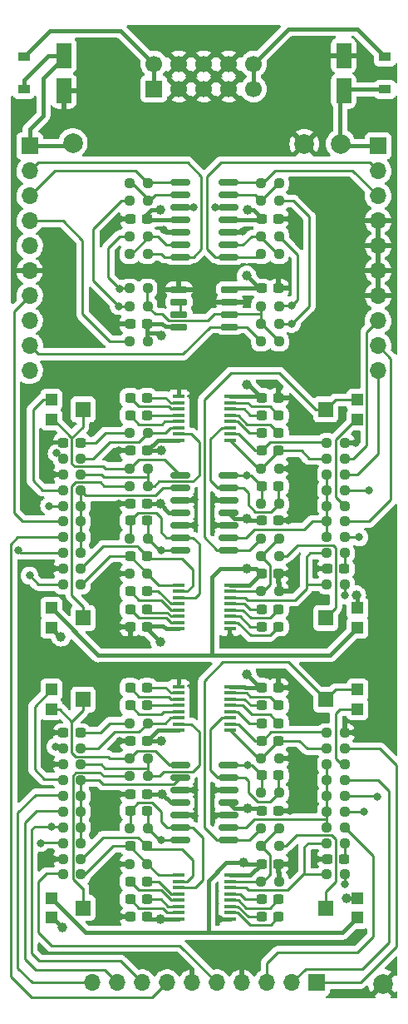
<source format=gbr>
%TF.GenerationSoftware,KiCad,Pcbnew,(6.0.11)*%
%TF.CreationDate,2023-03-01T18:17:23+00:00*%
%TF.ProjectId,Quilter_Components,5175696c-7465-4725-9f43-6f6d706f6e65,rev?*%
%TF.SameCoordinates,Original*%
%TF.FileFunction,Copper,L1,Top*%
%TF.FilePolarity,Positive*%
%FSLAX46Y46*%
G04 Gerber Fmt 4.6, Leading zero omitted, Abs format (unit mm)*
G04 Created by KiCad (PCBNEW (6.0.11)) date 2023-03-01 18:17:23*
%MOMM*%
%LPD*%
G01*
G04 APERTURE LIST*
G04 Aperture macros list*
%AMRoundRect*
0 Rectangle with rounded corners*
0 $1 Rounding radius*
0 $2 $3 $4 $5 $6 $7 $8 $9 X,Y pos of 4 corners*
0 Add a 4 corners polygon primitive as box body*
4,1,4,$2,$3,$4,$5,$6,$7,$8,$9,$2,$3,0*
0 Add four circle primitives for the rounded corners*
1,1,$1+$1,$2,$3*
1,1,$1+$1,$4,$5*
1,1,$1+$1,$6,$7*
1,1,$1+$1,$8,$9*
0 Add four rect primitives between the rounded corners*
20,1,$1+$1,$2,$3,$4,$5,0*
20,1,$1+$1,$4,$5,$6,$7,0*
20,1,$1+$1,$6,$7,$8,$9,0*
20,1,$1+$1,$8,$9,$2,$3,0*%
G04 Aperture macros list end*
%TA.AperFunction,SMDPad,CuDef*%
%ADD10RoundRect,0.237500X0.300000X0.237500X-0.300000X0.237500X-0.300000X-0.237500X0.300000X-0.237500X0*%
%TD*%
%TA.AperFunction,SMDPad,CuDef*%
%ADD11RoundRect,0.150000X0.825000X0.150000X-0.825000X0.150000X-0.825000X-0.150000X0.825000X-0.150000X0*%
%TD*%
%TA.AperFunction,SMDPad,CuDef*%
%ADD12RoundRect,0.237500X0.250000X0.237500X-0.250000X0.237500X-0.250000X-0.237500X0.250000X-0.237500X0*%
%TD*%
%TA.AperFunction,SMDPad,CuDef*%
%ADD13R,1.200000X1.200000*%
%TD*%
%TA.AperFunction,SMDPad,CuDef*%
%ADD14R,1.500000X1.600000*%
%TD*%
%TA.AperFunction,SMDPad,CuDef*%
%ADD15RoundRect,0.237500X-0.300000X-0.237500X0.300000X-0.237500X0.300000X0.237500X-0.300000X0.237500X0*%
%TD*%
%TA.AperFunction,SMDPad,CuDef*%
%ADD16R,1.200000X0.900000*%
%TD*%
%TA.AperFunction,SMDPad,CuDef*%
%ADD17RoundRect,0.237500X-0.250000X-0.237500X0.250000X-0.237500X0.250000X0.237500X-0.250000X0.237500X0*%
%TD*%
%TA.AperFunction,ComponentPad*%
%ADD18R,1.700000X1.700000*%
%TD*%
%TA.AperFunction,ComponentPad*%
%ADD19C,1.700000*%
%TD*%
%TA.AperFunction,SMDPad,CuDef*%
%ADD20RoundRect,0.150000X-0.825000X-0.150000X0.825000X-0.150000X0.825000X0.150000X-0.825000X0.150000X0*%
%TD*%
%TA.AperFunction,SMDPad,CuDef*%
%ADD21RoundRect,0.250000X0.550000X-1.050000X0.550000X1.050000X-0.550000X1.050000X-0.550000X-1.050000X0*%
%TD*%
%TA.AperFunction,ComponentPad*%
%ADD22C,2.000000*%
%TD*%
%TA.AperFunction,SMDPad,CuDef*%
%ADD23R,1.200000X0.400000*%
%TD*%
%TA.AperFunction,SMDPad,CuDef*%
%ADD24RoundRect,0.150000X0.725000X0.150000X-0.725000X0.150000X-0.725000X-0.150000X0.725000X-0.150000X0*%
%TD*%
%TA.AperFunction,ComponentPad*%
%ADD25O,1.700000X1.700000*%
%TD*%
%TA.AperFunction,ViaPad*%
%ADD26C,1.000000*%
%TD*%
%TA.AperFunction,ViaPad*%
%ADD27C,0.800000*%
%TD*%
%TA.AperFunction,Conductor*%
%ADD28C,0.400000*%
%TD*%
%TA.AperFunction,Conductor*%
%ADD29C,0.250000*%
%TD*%
G04 APERTURE END LIST*
D10*
%TO.P,C33,1*%
%TO.N,Net-(C33-Pad1)*%
X64362500Y-137600000D03*
%TO.P,C33,2*%
%TO.N,Net-(C33-Pad2)*%
X62637500Y-137600000D03*
%TD*%
D11*
%TO.P,U2,1*%
%TO.N,/AUDIO_BUFF1*%
X72675000Y-74110000D03*
%TO.P,U2,2,-*%
%TO.N,Net-(R11-Pad2)*%
X72675000Y-72840000D03*
%TO.P,U2,3,+*%
%TO.N,GND*%
X72675000Y-71570000D03*
%TO.P,U2,4,V+*%
%TO.N,+12V*%
X72675000Y-70300000D03*
%TO.P,U2,5,+*%
%TO.N,GND*%
X72675000Y-69030000D03*
%TO.P,U2,6,-*%
%TO.N,Net-(R12-Pad2)*%
X72675000Y-67760000D03*
%TO.P,U2,7*%
%TO.N,/AUDIO_BUFF3*%
X72675000Y-66490000D03*
%TO.P,U2,8*%
%TO.N,/AUDIO_BUFF4*%
X67725000Y-66490000D03*
%TO.P,U2,9,-*%
%TO.N,Net-(R13-Pad2)*%
X67725000Y-67760000D03*
%TO.P,U2,10,+*%
%TO.N,GND*%
X67725000Y-69030000D03*
%TO.P,U2,11,V-*%
%TO.N,-12V*%
X67725000Y-70300000D03*
%TO.P,U2,12,+*%
%TO.N,GND*%
X67725000Y-71570000D03*
%TO.P,U2,13,-*%
%TO.N,Net-(R10-Pad1)*%
X67725000Y-72840000D03*
%TO.P,U2,14*%
%TO.N,/AUDIO_BUFF2*%
X67725000Y-74110000D03*
%TD*%
D12*
%TO.P,R44,1*%
%TO.N,Net-(R44-Pad1)*%
X57612500Y-133700000D03*
%TO.P,R44,2*%
%TO.N,/FREQ_POT*%
X55787500Y-133700000D03*
%TD*%
%TO.P,R23,1*%
%TO.N,/Filter_Voice1/FREQ_CTRL*%
X57612500Y-96200000D03*
%TO.P,R23,2*%
%TO.N,GND*%
X55787500Y-96200000D03*
%TD*%
D13*
%TO.P,FREQ_OFFSET2,1,1*%
%TO.N,+12V*%
X85800000Y-111800000D03*
D14*
%TO.P,FREQ_OFFSET2,2,2*%
%TO.N,Net-(FREQ_OFFSET2-Pad2)*%
X82550000Y-110800000D03*
D13*
%TO.P,FREQ_OFFSET2,3,3*%
%TO.N,-12V*%
X85800000Y-109800000D03*
%TD*%
D15*
%TO.P,C4,1*%
%TO.N,+12V*%
X76037500Y-70187500D03*
%TO.P,C4,2*%
%TO.N,GND*%
X77762500Y-70187500D03*
%TD*%
D16*
%TO.P,D1,1,K*%
%TO.N,+12V*%
X88600000Y-57050000D03*
%TO.P,D1,2,A*%
%TO.N,/+12V_IN*%
X88600000Y-53750000D03*
%TD*%
D17*
%TO.P,R53,1*%
%TO.N,/Q_POT*%
X55787500Y-124100000D03*
%TO.P,R53,2*%
%TO.N,/Filter_Voice3/Q_CTRL*%
X57612500Y-124100000D03*
%TD*%
D15*
%TO.P,C38,1*%
%TO.N,Net-(C38-Pad1)*%
X76037500Y-90200000D03*
%TO.P,C38,2*%
%TO.N,Net-(C38-Pad2)*%
X77762500Y-90200000D03*
%TD*%
D12*
%TO.P,R65,1*%
%TO.N,Net-(C35-Pad1)*%
X84512500Y-133700000D03*
%TO.P,R65,2*%
%TO.N,/Filter_Voice4/Q_CTRL*%
X82687500Y-133700000D03*
%TD*%
D10*
%TO.P,C45,1*%
%TO.N,+12V*%
X64362500Y-128700000D03*
%TO.P,C45,2*%
%TO.N,GND*%
X62637500Y-128700000D03*
%TD*%
D17*
%TO.P,R58,1*%
%TO.N,Net-(R57-Pad1)*%
X82687500Y-132100000D03*
%TO.P,R58,2*%
%TO.N,/FREQ_CV4*%
X84512500Y-132100000D03*
%TD*%
D15*
%TO.P,C10,1*%
%TO.N,/Audio_Out1*%
X76037500Y-97400000D03*
%TO.P,C10,2*%
%TO.N,Net-(C10-Pad2)*%
X77762500Y-97400000D03*
%TD*%
D18*
%TO.P,J4,1,Pin_1*%
%TO.N,/-12V_IN*%
X65060000Y-57000000D03*
D19*
%TO.P,J4,2,Pin_2*%
X65060000Y-54460000D03*
%TO.P,J4,3,Pin_3*%
%TO.N,GND*%
X67600000Y-57000000D03*
%TO.P,J4,4,Pin_4*%
X67600000Y-54460000D03*
%TO.P,J4,5,Pin_5*%
X70140000Y-57000000D03*
%TO.P,J4,6,Pin_6*%
X70140000Y-54460000D03*
%TO.P,J4,7,Pin_7*%
X72680000Y-57000000D03*
%TO.P,J4,8,Pin_8*%
X72680000Y-54460000D03*
%TO.P,J4,9,Pin_9*%
%TO.N,/+12V_IN*%
X75220000Y-57000000D03*
%TO.P,J4,10,Pin_10*%
X75220000Y-54460000D03*
%TD*%
D15*
%TO.P,C14,1*%
%TO.N,Net-(C14-Pad1)*%
X76037500Y-109900000D03*
%TO.P,C14,2*%
%TO.N,Net-(C14-Pad2)*%
X77762500Y-109900000D03*
%TD*%
D13*
%TO.P,FREQ_OFFSET4,1,1*%
%TO.N,+12V*%
X85800000Y-141300000D03*
D14*
%TO.P,FREQ_OFFSET4,2,2*%
%TO.N,Net-(FREQ_OFFSET4-Pad2)*%
X82550000Y-140300000D03*
D13*
%TO.P,FREQ_OFFSET4,3,3*%
%TO.N,-12V*%
X85800000Y-139300000D03*
%TD*%
D12*
%TO.P,R35,1*%
%TO.N,/Filter_Voice2/FREQ_CTRL*%
X77812500Y-102700000D03*
%TO.P,R35,2*%
%TO.N,Net-(R35-Pad2)*%
X75987500Y-102700000D03*
%TD*%
D17*
%TO.P,R2,1*%
%TO.N,Net-(R2-Pad1)*%
X75987500Y-79087500D03*
%TO.P,R2,2*%
%TO.N,/Audio_Out1*%
X77812500Y-79087500D03*
%TD*%
D15*
%TO.P,C30,1*%
%TO.N,Net-(C30-Pad1)*%
X76037500Y-139400000D03*
%TO.P,C30,2*%
%TO.N,Net-(C30-Pad2)*%
X77762500Y-139400000D03*
%TD*%
D10*
%TO.P,C3,1*%
%TO.N,+12V*%
X64362500Y-80887500D03*
%TO.P,C3,2*%
%TO.N,GND*%
X62637500Y-80887500D03*
%TD*%
D17*
%TO.P,R21,1*%
%TO.N,Net-(R21-Pad1)*%
X55787500Y-97800000D03*
%TO.P,R21,2*%
%TO.N,Net-(R18-Pad1)*%
X57612500Y-97800000D03*
%TD*%
D10*
%TO.P,C28,1*%
%TO.N,GND*%
X77762500Y-117900000D03*
%TO.P,C28,2*%
%TO.N,-12V*%
X76037500Y-117900000D03*
%TD*%
D12*
%TO.P,R42,1*%
%TO.N,GND*%
X77812500Y-125100000D03*
%TO.P,R42,2*%
%TO.N,Net-(C21-Pad2)*%
X75987500Y-125100000D03*
%TD*%
D15*
%TO.P,C15,1*%
%TO.N,Net-(C15-Pad1)*%
X76037500Y-111700000D03*
%TO.P,C15,2*%
%TO.N,Net-(C15-Pad2)*%
X77762500Y-111700000D03*
%TD*%
D13*
%TO.P,V_OCT4,1,1*%
%TO.N,Net-(R60-Pad1)*%
X85800000Y-120100000D03*
D14*
%TO.P,V_OCT4,2,2*%
%TO.N,Net-(R61-Pad2)*%
X82550000Y-119100000D03*
D13*
%TO.P,V_OCT4,3,3*%
X85800000Y-118100000D03*
%TD*%
D15*
%TO.P,C31,1*%
%TO.N,Net-(C31-Pad1)*%
X76037500Y-141200000D03*
%TO.P,C31,2*%
%TO.N,Net-(C31-Pad2)*%
X77762500Y-141200000D03*
%TD*%
D10*
%TO.P,C11,1*%
%TO.N,Net-(C11-Pad1)*%
X57562500Y-93000000D03*
%TO.P,C11,2*%
%TO.N,GND*%
X55837500Y-93000000D03*
%TD*%
D17*
%TO.P,R37,1*%
%TO.N,/Filter_Voice2/FREQ_CTRL*%
X75987500Y-104500000D03*
%TO.P,R37,2*%
%TO.N,Net-(FREQ_OFFSET2-Pad2)*%
X77812500Y-104500000D03*
%TD*%
%TO.P,R57,1*%
%TO.N,Net-(R57-Pad1)*%
X82687500Y-128900000D03*
%TO.P,R57,2*%
%TO.N,/FREQ_POT*%
X84512500Y-128900000D03*
%TD*%
D12*
%TO.P,R50,1*%
%TO.N,/Filter_Voice3/FREQ_CTRL*%
X64412500Y-126900000D03*
%TO.P,R50,2*%
%TO.N,Net-(FREQ_OFFSET3-Pad2)*%
X62587500Y-126900000D03*
%TD*%
D15*
%TO.P,C9,1*%
%TO.N,Net-(C9-Pad1)*%
X76037500Y-92000000D03*
%TO.P,C9,2*%
%TO.N,Net-(C9-Pad2)*%
X77762500Y-92000000D03*
%TD*%
D17*
%TO.P,R51,1*%
%TO.N,/Audio_Out3*%
X75987500Y-128600000D03*
%TO.P,R51,2*%
%TO.N,Net-(C26-Pad2)*%
X77812500Y-128600000D03*
%TD*%
%TO.P,R27,1*%
%TO.N,/Q_POT*%
X55787500Y-94600000D03*
%TO.P,R27,2*%
%TO.N,/Filter_Voice1/Q_CTRL*%
X57612500Y-94600000D03*
%TD*%
%TO.P,R33,1*%
%TO.N,Net-(R31-Pad1)*%
X82687500Y-96200000D03*
%TO.P,R33,2*%
%TO.N,/FREQ_V_OCT2*%
X84512500Y-96200000D03*
%TD*%
D12*
%TO.P,R9,1*%
%TO.N,Net-(R13-Pad2)*%
X64412500Y-68387500D03*
%TO.P,R9,2*%
%TO.N,/Audio_Out4*%
X62587500Y-68387500D03*
%TD*%
%TO.P,R13,1*%
%TO.N,/AUDIO_BUFF4*%
X64412500Y-66587500D03*
%TO.P,R13,2*%
%TO.N,Net-(R13-Pad2)*%
X62587500Y-66587500D03*
%TD*%
%TO.P,R46,1*%
%TO.N,Net-(R44-Pad1)*%
X57612500Y-128900000D03*
%TO.P,R46,2*%
%TO.N,/FREQ_V_OCT3*%
X55787500Y-128900000D03*
%TD*%
%TO.P,R22,1*%
%TO.N,/Filter_Voice1/FREQ_CTRL*%
X64412500Y-95600000D03*
%TO.P,R22,2*%
%TO.N,Net-(R22-Pad2)*%
X62587500Y-95600000D03*
%TD*%
D20*
%TO.P,U4,1*%
%TO.N,Net-(R48-Pad2)*%
X67725000Y-125790000D03*
%TO.P,U4,2,-*%
%TO.N,Net-(R44-Pad1)*%
X67725000Y-127060000D03*
%TO.P,U4,3,+*%
%TO.N,GND*%
X67725000Y-128330000D03*
%TO.P,U4,4,V+*%
%TO.N,+12V*%
X67725000Y-129600000D03*
%TO.P,U4,5,+*%
%TO.N,GND*%
X67725000Y-130870000D03*
%TO.P,U4,6,-*%
%TO.N,Net-(C34-Pad2)*%
X67725000Y-132140000D03*
%TO.P,U4,7*%
%TO.N,/Audio_Out4*%
X67725000Y-133410000D03*
%TO.P,U4,8*%
%TO.N,Net-(R61-Pad2)*%
X72675000Y-133410000D03*
%TO.P,U4,9,-*%
%TO.N,Net-(R57-Pad1)*%
X72675000Y-132140000D03*
%TO.P,U4,10,+*%
%TO.N,GND*%
X72675000Y-130870000D03*
%TO.P,U4,11,V-*%
%TO.N,-12V*%
X72675000Y-129600000D03*
%TO.P,U4,12,+*%
%TO.N,GND*%
X72675000Y-128330000D03*
%TO.P,U4,13,-*%
%TO.N,Net-(C26-Pad2)*%
X72675000Y-127060000D03*
%TO.P,U4,14*%
%TO.N,/Audio_Out3*%
X72675000Y-125790000D03*
%TD*%
D21*
%TO.P,C2,1*%
%TO.N,GND*%
X55900000Y-57200000D03*
%TO.P,C2,2*%
%TO.N,-12V*%
X55900000Y-53600000D03*
%TD*%
D15*
%TO.P,C22,1*%
%TO.N,Net-(C22-Pad1)*%
X62637500Y-119700000D03*
%TO.P,C22,2*%
%TO.N,Net-(C22-Pad2)*%
X64362500Y-119700000D03*
%TD*%
D10*
%TO.P,C17,1*%
%TO.N,Net-(C17-Pad1)*%
X64362500Y-108100000D03*
%TO.P,C17,2*%
%TO.N,Net-(C17-Pad2)*%
X62637500Y-108100000D03*
%TD*%
%TO.P,C40,1*%
%TO.N,+12V*%
X64362500Y-93800000D03*
%TO.P,C40,2*%
%TO.N,GND*%
X62637500Y-93800000D03*
%TD*%
%TO.P,C19,1*%
%TO.N,Net-(C19-Pad1)*%
X84462500Y-105800000D03*
%TO.P,C19,2*%
%TO.N,GND*%
X82737500Y-105800000D03*
%TD*%
D12*
%TO.P,R38,1*%
%TO.N,/Audio_Out2*%
X64412500Y-102700000D03*
%TO.P,R38,2*%
%TO.N,Net-(C18-Pad2)*%
X62587500Y-102700000D03*
%TD*%
%TO.P,R18,1*%
%TO.N,Net-(R18-Pad1)*%
X57612500Y-104200000D03*
%TO.P,R18,2*%
%TO.N,/FREQ_POT*%
X55787500Y-104200000D03*
%TD*%
D22*
%TO.P,TP2,1,1*%
%TO.N,-12V*%
X56800000Y-62500000D03*
%TD*%
D13*
%TO.P,V_OCT3,1,1*%
%TO.N,Net-(R47-Pad1)*%
X54600000Y-118100000D03*
D14*
%TO.P,V_OCT3,2,2*%
%TO.N,Net-(R48-Pad2)*%
X57850000Y-119100000D03*
D13*
%TO.P,V_OCT3,3,3*%
X54600000Y-120100000D03*
%TD*%
D12*
%TO.P,R16,1*%
%TO.N,GND*%
X77812500Y-95600000D03*
%TO.P,R16,2*%
%TO.N,Net-(C37-Pad2)*%
X75987500Y-95600000D03*
%TD*%
%TO.P,R10,1*%
%TO.N,Net-(R10-Pad1)*%
X64412500Y-71987500D03*
%TO.P,R10,2*%
%TO.N,/Audio_Out2*%
X62587500Y-71987500D03*
%TD*%
D13*
%TO.P,V_OCT1,1,1*%
%TO.N,Net-(R21-Pad1)*%
X54600000Y-88600000D03*
D14*
%TO.P,V_OCT1,2,2*%
%TO.N,Net-(R22-Pad2)*%
X57850000Y-89600000D03*
D13*
%TO.P,V_OCT1,3,3*%
X54600000Y-90600000D03*
%TD*%
D10*
%TO.P,C18,1*%
%TO.N,/Audio_Out2*%
X64362500Y-100900000D03*
%TO.P,C18,2*%
%TO.N,Net-(C18-Pad2)*%
X62637500Y-100900000D03*
%TD*%
D17*
%TO.P,R62,1*%
%TO.N,/Filter_Voice4/FREQ_CTRL*%
X75987500Y-137600000D03*
%TO.P,R62,2*%
%TO.N,GND*%
X77812500Y-137600000D03*
%TD*%
D12*
%TO.P,R34,1*%
%TO.N,Net-(R34-Pad1)*%
X84512500Y-99400000D03*
%TO.P,R34,2*%
%TO.N,Net-(R31-Pad1)*%
X82687500Y-99400000D03*
%TD*%
%TO.P,R69,1*%
%TO.N,Net-(R44-Pad1)*%
X57612500Y-132100000D03*
%TO.P,R69,2*%
%TO.N,/FREQ_JACK*%
X55787500Y-132100000D03*
%TD*%
D16*
%TO.P,D2,1,K*%
%TO.N,/-12V_IN*%
X51800000Y-53750000D03*
%TO.P,D2,2,A*%
%TO.N,-12V*%
X51800000Y-57050000D03*
%TD*%
D12*
%TO.P,R19,1*%
%TO.N,Net-(R18-Pad1)*%
X57612500Y-102600000D03*
%TO.P,R19,2*%
%TO.N,/FREQ_CV1*%
X55787500Y-102600000D03*
%TD*%
%TO.P,R64,1*%
%TO.N,/Audio_Out4*%
X64412500Y-132200000D03*
%TO.P,R64,2*%
%TO.N,Net-(C34-Pad2)*%
X62587500Y-132200000D03*
%TD*%
D15*
%TO.P,C21,1*%
%TO.N,Net-(C21-Pad1)*%
X76037500Y-123300000D03*
%TO.P,C21,2*%
%TO.N,Net-(C21-Pad2)*%
X77762500Y-123300000D03*
%TD*%
%TO.P,C5,1*%
%TO.N,-12V*%
X76037500Y-77287500D03*
%TO.P,C5,2*%
%TO.N,GND*%
X77762500Y-77287500D03*
%TD*%
D23*
%TO.P,U7,1,SIG_IN+*%
%TO.N,Net-(C13-Pad2)*%
X67600000Y-107477500D03*
%TO.P,U7,2,SIG_IN-*%
%TO.N,Net-(C13-Pad1)*%
X67600000Y-108112500D03*
%TO.P,U7,3,OUT*%
%TO.N,Net-(C18-Pad2)*%
X67600000Y-108747500D03*
%TO.P,U7,4,C4A*%
%TO.N,Net-(C17-Pad1)*%
X67600000Y-109382500D03*
%TO.P,U7,5,C4B*%
%TO.N,Net-(C17-Pad2)*%
X67600000Y-110017500D03*
%TO.P,U7,6,C3A*%
%TO.N,Net-(C16-Pad1)*%
X67600000Y-110652500D03*
%TO.P,U7,7,C3B*%
%TO.N,Net-(C16-Pad2)*%
X67600000Y-111287500D03*
%TO.P,U7,8,V-*%
%TO.N,-12V*%
X67600000Y-111922500D03*
%TO.P,U7,9,GND*%
%TO.N,GND*%
X72800000Y-111922500D03*
%TO.P,U7,10,C2B*%
%TO.N,Net-(C15-Pad2)*%
X72800000Y-111287500D03*
%TO.P,U7,11,C2A*%
%TO.N,Net-(C15-Pad1)*%
X72800000Y-110652500D03*
%TO.P,U7,12,C1B*%
%TO.N,Net-(C14-Pad2)*%
X72800000Y-110017500D03*
%TO.P,U7,13,C1A*%
%TO.N,Net-(C14-Pad1)*%
X72800000Y-109382500D03*
%TO.P,U7,14,Q_CTRL*%
%TO.N,/Filter_Voice2/Q_CTRL*%
X72800000Y-108747500D03*
%TO.P,U7,15,FREQ_CTRL*%
%TO.N,/Filter_Voice2/FREQ_CTRL*%
X72800000Y-108112500D03*
%TO.P,U7,16,V+*%
%TO.N,+12V*%
X72800000Y-107477500D03*
%TD*%
D17*
%TO.P,R68,1*%
%TO.N,Net-(R31-Pad1)*%
X82687500Y-102600000D03*
%TO.P,R68,2*%
%TO.N,/FREQ_JACK*%
X84512500Y-102600000D03*
%TD*%
D10*
%TO.P,C34,1*%
%TO.N,/Audio_Out4*%
X64362500Y-130400000D03*
%TO.P,C34,2*%
%TO.N,Net-(C34-Pad2)*%
X62637500Y-130400000D03*
%TD*%
D17*
%TO.P,R36,1*%
%TO.N,/Filter_Voice2/FREQ_CTRL*%
X75987500Y-108100000D03*
%TO.P,R36,2*%
%TO.N,GND*%
X77812500Y-108100000D03*
%TD*%
D12*
%TO.P,R3,1*%
%TO.N,Net-(R2-Pad1)*%
X64412500Y-77287500D03*
%TO.P,R3,2*%
%TO.N,/Audio_Out2*%
X62587500Y-77287500D03*
%TD*%
D17*
%TO.P,R6,1*%
%TO.N,/AUDIO_MIX*%
X75987500Y-82687500D03*
%TO.P,R6,2*%
%TO.N,Net-(R2-Pad1)*%
X77812500Y-82687500D03*
%TD*%
D12*
%TO.P,R56,1*%
%TO.N,Net-(C29-Pad1)*%
X57612500Y-135300000D03*
%TO.P,R56,2*%
%TO.N,GND*%
X55787500Y-135300000D03*
%TD*%
D17*
%TO.P,R52,1*%
%TO.N,Net-(C27-Pad1)*%
X62587500Y-121500000D03*
%TO.P,R52,2*%
%TO.N,/Filter_Voice3/Q_CTRL*%
X64412500Y-121500000D03*
%TD*%
D23*
%TO.P,U10,1,SIG_IN+*%
%TO.N,Net-(C29-Pad2)*%
X67600000Y-136977500D03*
%TO.P,U10,2,SIG_IN-*%
%TO.N,Net-(C29-Pad1)*%
X67600000Y-137612500D03*
%TO.P,U10,3,OUT*%
%TO.N,Net-(C34-Pad2)*%
X67600000Y-138247500D03*
%TO.P,U10,4,C4A*%
%TO.N,Net-(C33-Pad1)*%
X67600000Y-138882500D03*
%TO.P,U10,5,C4B*%
%TO.N,Net-(C33-Pad2)*%
X67600000Y-139517500D03*
%TO.P,U10,6,C3A*%
%TO.N,Net-(C32-Pad1)*%
X67600000Y-140152500D03*
%TO.P,U10,7,C3B*%
%TO.N,Net-(C32-Pad2)*%
X67600000Y-140787500D03*
%TO.P,U10,8,V-*%
%TO.N,-12V*%
X67600000Y-141422500D03*
%TO.P,U10,9,GND*%
%TO.N,GND*%
X72800000Y-141422500D03*
%TO.P,U10,10,C2B*%
%TO.N,Net-(C31-Pad2)*%
X72800000Y-140787500D03*
%TO.P,U10,11,C2A*%
%TO.N,Net-(C31-Pad1)*%
X72800000Y-140152500D03*
%TO.P,U10,12,C1B*%
%TO.N,Net-(C30-Pad2)*%
X72800000Y-139517500D03*
%TO.P,U10,13,C1A*%
%TO.N,Net-(C30-Pad1)*%
X72800000Y-138882500D03*
%TO.P,U10,14,Q_CTRL*%
%TO.N,/Filter_Voice4/Q_CTRL*%
X72800000Y-138247500D03*
%TO.P,U10,15,FREQ_CTRL*%
%TO.N,/Filter_Voice4/FREQ_CTRL*%
X72800000Y-137612500D03*
%TO.P,U10,16,V+*%
%TO.N,+12V*%
X72800000Y-136977500D03*
%TD*%
D17*
%TO.P,R7,1*%
%TO.N,Net-(R11-Pad2)*%
X75987500Y-71987500D03*
%TO.P,R7,2*%
%TO.N,/Audio_Out1*%
X77812500Y-71987500D03*
%TD*%
D12*
%TO.P,R67,1*%
%TO.N,Net-(R18-Pad1)*%
X57612500Y-99400000D03*
%TO.P,R67,2*%
%TO.N,/FREQ_JACK*%
X55787500Y-99400000D03*
%TD*%
%TO.P,R54,1*%
%TO.N,Net-(C29-Pad2)*%
X57612500Y-136900000D03*
%TO.P,R54,2*%
%TO.N,/AUDIO_IN4*%
X55787500Y-136900000D03*
%TD*%
D15*
%TO.P,C24,1*%
%TO.N,Net-(C24-Pad1)*%
X76037500Y-119700000D03*
%TO.P,C24,2*%
%TO.N,Net-(C24-Pad2)*%
X77762500Y-119700000D03*
%TD*%
D17*
%TO.P,R12,1*%
%TO.N,/AUDIO_BUFF3*%
X75987500Y-66587500D03*
%TO.P,R12,2*%
%TO.N,Net-(R12-Pad2)*%
X77812500Y-66587500D03*
%TD*%
%TO.P,R26,1*%
%TO.N,Net-(C11-Pad1)*%
X62587500Y-92000000D03*
%TO.P,R26,2*%
%TO.N,/Filter_Voice1/Q_CTRL*%
X64412500Y-92000000D03*
%TD*%
D12*
%TO.P,R20,1*%
%TO.N,Net-(R18-Pad1)*%
X57612500Y-101000000D03*
%TO.P,R20,2*%
%TO.N,/FREQ_V_OCT1*%
X55787500Y-101000000D03*
%TD*%
D17*
%TO.P,R8,1*%
%TO.N,Net-(R12-Pad2)*%
X75987500Y-68387500D03*
%TO.P,R8,2*%
%TO.N,/Audio_Out3*%
X77812500Y-68387500D03*
%TD*%
D15*
%TO.P,C25,1*%
%TO.N,Net-(C25-Pad1)*%
X76037500Y-121500000D03*
%TO.P,C25,2*%
%TO.N,Net-(C25-Pad2)*%
X77762500Y-121500000D03*
%TD*%
D12*
%TO.P,R28,1*%
%TO.N,Net-(C13-Pad2)*%
X57612500Y-107400000D03*
%TO.P,R28,2*%
%TO.N,/AUDIO_IN2*%
X55787500Y-107400000D03*
%TD*%
D15*
%TO.P,C37,1*%
%TO.N,Net-(C37-Pad1)*%
X76037500Y-93800000D03*
%TO.P,C37,2*%
%TO.N,Net-(C37-Pad2)*%
X77762500Y-93800000D03*
%TD*%
D23*
%TO.P,U5,1,SIG_IN+*%
%TO.N,Net-(C37-Pad2)*%
X72800000Y-92722500D03*
%TO.P,U5,2,SIG_IN-*%
%TO.N,Net-(C37-Pad1)*%
X72800000Y-92087500D03*
%TO.P,U5,3,OUT*%
%TO.N,Net-(C10-Pad2)*%
X72800000Y-91452500D03*
%TO.P,U5,4,C4A*%
%TO.N,Net-(C9-Pad1)*%
X72800000Y-90817500D03*
%TO.P,U5,5,C4B*%
%TO.N,Net-(C9-Pad2)*%
X72800000Y-90182500D03*
%TO.P,U5,6,C3A*%
%TO.N,Net-(C38-Pad1)*%
X72800000Y-89547500D03*
%TO.P,U5,7,C3B*%
%TO.N,Net-(C38-Pad2)*%
X72800000Y-88912500D03*
%TO.P,U5,8,V-*%
%TO.N,-12V*%
X72800000Y-88277500D03*
%TO.P,U5,9,GND*%
%TO.N,GND*%
X67600000Y-88277500D03*
%TO.P,U5,10,C2B*%
%TO.N,Net-(C7-Pad2)*%
X67600000Y-88912500D03*
%TO.P,U5,11,C2A*%
%TO.N,Net-(C7-Pad1)*%
X67600000Y-89547500D03*
%TO.P,U5,12,C1B*%
%TO.N,Net-(C6-Pad2)*%
X67600000Y-90182500D03*
%TO.P,U5,13,C1A*%
%TO.N,Net-(C6-Pad1)*%
X67600000Y-90817500D03*
%TO.P,U5,14,Q_CTRL*%
%TO.N,/Filter_Voice1/Q_CTRL*%
X67600000Y-91452500D03*
%TO.P,U5,15,FREQ_CTRL*%
%TO.N,/Filter_Voice1/FREQ_CTRL*%
X67600000Y-92087500D03*
%TO.P,U5,16,V+*%
%TO.N,+12V*%
X67600000Y-92722500D03*
%TD*%
D17*
%TO.P,R55,1*%
%TO.N,GND*%
X62575000Y-135800000D03*
%TO.P,R55,2*%
%TO.N,Net-(C29-Pad2)*%
X64400000Y-135800000D03*
%TD*%
%TO.P,R41,1*%
%TO.N,Net-(C21-Pad2)*%
X82687500Y-124100000D03*
%TO.P,R41,2*%
%TO.N,/AUDIO_IN3*%
X84512500Y-124100000D03*
%TD*%
D15*
%TO.P,C46,1*%
%TO.N,+12V*%
X76037500Y-135800000D03*
%TO.P,C46,2*%
%TO.N,GND*%
X77762500Y-135800000D03*
%TD*%
D17*
%TO.P,R70,1*%
%TO.N,Net-(R57-Pad1)*%
X82687500Y-130500000D03*
%TO.P,R70,2*%
%TO.N,/FREQ_JACK*%
X84512500Y-130500000D03*
%TD*%
D15*
%TO.P,C36,1*%
%TO.N,GND*%
X62637500Y-141200000D03*
%TO.P,C36,2*%
%TO.N,-12V*%
X64362500Y-141200000D03*
%TD*%
D10*
%TO.P,C12,1*%
%TO.N,GND*%
X77762500Y-88400000D03*
%TO.P,C12,2*%
%TO.N,-12V*%
X76037500Y-88400000D03*
%TD*%
D23*
%TO.P,U9,1,SIG_IN+*%
%TO.N,Net-(C21-Pad2)*%
X72800000Y-122222500D03*
%TO.P,U9,2,SIG_IN-*%
%TO.N,Net-(C21-Pad1)*%
X72800000Y-121587500D03*
%TO.P,U9,3,OUT*%
%TO.N,Net-(C26-Pad2)*%
X72800000Y-120952500D03*
%TO.P,U9,4,C4A*%
%TO.N,Net-(C25-Pad1)*%
X72800000Y-120317500D03*
%TO.P,U9,5,C4B*%
%TO.N,Net-(C25-Pad2)*%
X72800000Y-119682500D03*
%TO.P,U9,6,C3A*%
%TO.N,Net-(C24-Pad1)*%
X72800000Y-119047500D03*
%TO.P,U9,7,C3B*%
%TO.N,Net-(C24-Pad2)*%
X72800000Y-118412500D03*
%TO.P,U9,8,V-*%
%TO.N,-12V*%
X72800000Y-117777500D03*
%TO.P,U9,9,GND*%
%TO.N,GND*%
X67600000Y-117777500D03*
%TO.P,U9,10,C2B*%
%TO.N,Net-(C23-Pad2)*%
X67600000Y-118412500D03*
%TO.P,U9,11,C2A*%
%TO.N,Net-(C23-Pad1)*%
X67600000Y-119047500D03*
%TO.P,U9,12,C1B*%
%TO.N,Net-(C22-Pad2)*%
X67600000Y-119682500D03*
%TO.P,U9,13,C1A*%
%TO.N,Net-(C22-Pad1)*%
X67600000Y-120317500D03*
%TO.P,U9,14,Q_CTRL*%
%TO.N,/Filter_Voice3/Q_CTRL*%
X67600000Y-120952500D03*
%TO.P,U9,15,FREQ_CTRL*%
%TO.N,/Filter_Voice3/FREQ_CTRL*%
X67600000Y-121587500D03*
%TO.P,U9,16,V+*%
%TO.N,+12V*%
X67600000Y-122222500D03*
%TD*%
D17*
%TO.P,R32,1*%
%TO.N,Net-(R31-Pad1)*%
X82687500Y-101000000D03*
%TO.P,R32,2*%
%TO.N,/FREQ_CV2*%
X84512500Y-101000000D03*
%TD*%
D12*
%TO.P,R48,1*%
%TO.N,/Filter_Voice3/FREQ_CTRL*%
X64412500Y-125100000D03*
%TO.P,R48,2*%
%TO.N,Net-(R48-Pad2)*%
X62587500Y-125100000D03*
%TD*%
D10*
%TO.P,C27,1*%
%TO.N,Net-(C27-Pad1)*%
X57562500Y-122500000D03*
%TO.P,C27,2*%
%TO.N,GND*%
X55837500Y-122500000D03*
%TD*%
D12*
%TO.P,R30,1*%
%TO.N,Net-(C13-Pad1)*%
X57612500Y-105800000D03*
%TO.P,R30,2*%
%TO.N,GND*%
X55787500Y-105800000D03*
%TD*%
D13*
%TO.P,FREQ_OFFSET3,1,1*%
%TO.N,+12V*%
X54600000Y-139300000D03*
D14*
%TO.P,FREQ_OFFSET3,2,2*%
%TO.N,Net-(FREQ_OFFSET3-Pad2)*%
X57850000Y-140300000D03*
D13*
%TO.P,FREQ_OFFSET3,3,3*%
%TO.N,-12V*%
X54600000Y-141300000D03*
%TD*%
D12*
%TO.P,R40,1*%
%TO.N,/Q_POT*%
X84512500Y-107400000D03*
%TO.P,R40,2*%
%TO.N,/Filter_Voice2/Q_CTRL*%
X82687500Y-107400000D03*
%TD*%
D13*
%TO.P,FREQ_OFFSET1,1,1*%
%TO.N,+12V*%
X54600000Y-109800000D03*
D14*
%TO.P,FREQ_OFFSET1,2,2*%
%TO.N,Net-(FREQ_OFFSET1-Pad2)*%
X57850000Y-110800000D03*
D13*
%TO.P,FREQ_OFFSET1,3,3*%
%TO.N,-12V*%
X54600000Y-111800000D03*
%TD*%
D22*
%TO.P,TP4,1,1*%
%TO.N,GND*%
X80400000Y-62600000D03*
%TD*%
D10*
%TO.P,C44,1*%
%TO.N,+12V*%
X64362500Y-123300000D03*
%TO.P,C44,2*%
%TO.N,GND*%
X62637500Y-123300000D03*
%TD*%
%TO.P,C8,1*%
%TO.N,-12V*%
X64362500Y-70187500D03*
%TO.P,C8,2*%
%TO.N,GND*%
X62637500Y-70187500D03*
%TD*%
D20*
%TO.P,U3,1*%
%TO.N,Net-(R22-Pad2)*%
X67725000Y-96290000D03*
%TO.P,U3,2,-*%
%TO.N,Net-(R18-Pad1)*%
X67725000Y-97560000D03*
%TO.P,U3,3,+*%
%TO.N,GND*%
X67725000Y-98830000D03*
%TO.P,U3,4,V+*%
%TO.N,+12V*%
X67725000Y-100100000D03*
%TO.P,U3,5,+*%
%TO.N,GND*%
X67725000Y-101370000D03*
%TO.P,U3,6,-*%
%TO.N,Net-(C18-Pad2)*%
X67725000Y-102640000D03*
%TO.P,U3,7*%
%TO.N,/Audio_Out2*%
X67725000Y-103910000D03*
%TO.P,U3,8*%
%TO.N,Net-(R35-Pad2)*%
X72675000Y-103910000D03*
%TO.P,U3,9,-*%
%TO.N,Net-(R31-Pad1)*%
X72675000Y-102640000D03*
%TO.P,U3,10,+*%
%TO.N,GND*%
X72675000Y-101370000D03*
%TO.P,U3,11,V-*%
%TO.N,-12V*%
X72675000Y-100100000D03*
%TO.P,U3,12,+*%
%TO.N,GND*%
X72675000Y-98830000D03*
%TO.P,U3,13,-*%
%TO.N,Net-(C10-Pad2)*%
X72675000Y-97560000D03*
%TO.P,U3,14*%
%TO.N,/Audio_Out1*%
X72675000Y-96290000D03*
%TD*%
D12*
%TO.P,R66,1*%
%TO.N,/Q_POT*%
X84512500Y-136900000D03*
%TO.P,R66,2*%
%TO.N,/Filter_Voice4/Q_CTRL*%
X82687500Y-136900000D03*
%TD*%
D17*
%TO.P,R4,1*%
%TO.N,Net-(R2-Pad1)*%
X75987500Y-80887500D03*
%TO.P,R4,2*%
%TO.N,/Audio_Out3*%
X77812500Y-80887500D03*
%TD*%
D15*
%TO.P,C41,1*%
%TO.N,-12V*%
X76037500Y-130400000D03*
%TO.P,C41,2*%
%TO.N,GND*%
X77762500Y-130400000D03*
%TD*%
D17*
%TO.P,R59,1*%
%TO.N,Net-(R57-Pad1)*%
X82687500Y-127300000D03*
%TO.P,R59,2*%
%TO.N,/FREQ_V_OCT4*%
X84512500Y-127300000D03*
%TD*%
D10*
%TO.P,C43,1*%
%TO.N,+12V*%
X64362500Y-99200000D03*
%TO.P,C43,2*%
%TO.N,GND*%
X62637500Y-99200000D03*
%TD*%
D12*
%TO.P,R1,1*%
%TO.N,+12V*%
X64412500Y-82687500D03*
%TO.P,R1,2*%
%TO.N,/FREQ_POT_5V*%
X62587500Y-82687500D03*
%TD*%
D10*
%TO.P,C16,1*%
%TO.N,Net-(C16-Pad1)*%
X64362500Y-109900000D03*
%TO.P,C16,2*%
%TO.N,Net-(C16-Pad2)*%
X62637500Y-109900000D03*
%TD*%
D17*
%TO.P,R25,1*%
%TO.N,/Audio_Out1*%
X75987500Y-99200000D03*
%TO.P,R25,2*%
%TO.N,Net-(C10-Pad2)*%
X77812500Y-99200000D03*
%TD*%
D13*
%TO.P,V_OCT2,1,1*%
%TO.N,Net-(R34-Pad1)*%
X85800000Y-90600000D03*
D14*
%TO.P,V_OCT2,2,2*%
%TO.N,Net-(R35-Pad2)*%
X82550000Y-89600000D03*
D13*
%TO.P,V_OCT2,3,3*%
X85800000Y-88600000D03*
%TD*%
D17*
%TO.P,R47,1*%
%TO.N,Net-(R47-Pad1)*%
X55787500Y-127300000D03*
%TO.P,R47,2*%
%TO.N,Net-(R44-Pad1)*%
X57612500Y-127300000D03*
%TD*%
D10*
%TO.P,C13,1*%
%TO.N,Net-(C13-Pad1)*%
X64362500Y-104500000D03*
%TO.P,C13,2*%
%TO.N,Net-(C13-Pad2)*%
X62637500Y-104500000D03*
%TD*%
D12*
%TO.P,R14,1*%
%TO.N,/AUDIO_BUFF2*%
X64412500Y-73787500D03*
%TO.P,R14,2*%
%TO.N,Net-(R10-Pad1)*%
X62587500Y-73787500D03*
%TD*%
D17*
%TO.P,R15,1*%
%TO.N,Net-(C37-Pad2)*%
X82687500Y-94600000D03*
%TO.P,R15,2*%
%TO.N,/AUDIO_IN1*%
X84512500Y-94600000D03*
%TD*%
%TO.P,R17,1*%
%TO.N,Net-(C37-Pad1)*%
X82687500Y-93000000D03*
%TO.P,R17,2*%
%TO.N,GND*%
X84512500Y-93000000D03*
%TD*%
D12*
%TO.P,R24,1*%
%TO.N,/Filter_Voice1/FREQ_CTRL*%
X64412500Y-97400000D03*
%TO.P,R24,2*%
%TO.N,Net-(FREQ_OFFSET1-Pad2)*%
X62587500Y-97400000D03*
%TD*%
D22*
%TO.P,TP1,1,1*%
%TO.N,+12V*%
X84100000Y-62600000D03*
%TD*%
D15*
%TO.P,C6,1*%
%TO.N,Net-(C6-Pad1)*%
X62637500Y-90200000D03*
%TO.P,C6,2*%
%TO.N,Net-(C6-Pad2)*%
X64362500Y-90200000D03*
%TD*%
%TO.P,C23,1*%
%TO.N,Net-(C23-Pad1)*%
X62637500Y-117900000D03*
%TO.P,C23,2*%
%TO.N,Net-(C23-Pad2)*%
X64362500Y-117900000D03*
%TD*%
D17*
%TO.P,R31,1*%
%TO.N,Net-(R31-Pad1)*%
X82687500Y-97800000D03*
%TO.P,R31,2*%
%TO.N,/FREQ_POT*%
X84512500Y-97800000D03*
%TD*%
D12*
%TO.P,R39,1*%
%TO.N,Net-(C19-Pad1)*%
X84512500Y-104200000D03*
%TO.P,R39,2*%
%TO.N,/Filter_Voice2/Q_CTRL*%
X82687500Y-104200000D03*
%TD*%
D15*
%TO.P,C26,1*%
%TO.N,/Audio_Out3*%
X76037500Y-126800000D03*
%TO.P,C26,2*%
%TO.N,Net-(C26-Pad2)*%
X77762500Y-126800000D03*
%TD*%
D17*
%TO.P,R43,1*%
%TO.N,Net-(C21-Pad1)*%
X82687500Y-122500000D03*
%TO.P,R43,2*%
%TO.N,GND*%
X84512500Y-122500000D03*
%TD*%
D21*
%TO.P,C1,1*%
%TO.N,+12V*%
X84400000Y-57200000D03*
%TO.P,C1,2*%
%TO.N,GND*%
X84400000Y-53600000D03*
%TD*%
D15*
%TO.P,C42,1*%
%TO.N,+12V*%
X76037500Y-106300000D03*
%TO.P,C42,2*%
%TO.N,GND*%
X77762500Y-106300000D03*
%TD*%
D12*
%TO.P,R61,1*%
%TO.N,/Filter_Voice4/FREQ_CTRL*%
X77812500Y-132200000D03*
%TO.P,R61,2*%
%TO.N,Net-(R61-Pad2)*%
X75987500Y-132200000D03*
%TD*%
D10*
%TO.P,C32,1*%
%TO.N,Net-(C32-Pad1)*%
X64362500Y-139400000D03*
%TO.P,C32,2*%
%TO.N,Net-(C32-Pad2)*%
X62637500Y-139400000D03*
%TD*%
D12*
%TO.P,R60,1*%
%TO.N,Net-(R60-Pad1)*%
X84512500Y-125700000D03*
%TO.P,R60,2*%
%TO.N,Net-(R57-Pad1)*%
X82687500Y-125700000D03*
%TD*%
%TO.P,R5,1*%
%TO.N,Net-(R2-Pad1)*%
X64412500Y-79087500D03*
%TO.P,R5,2*%
%TO.N,/Audio_Out4*%
X62587500Y-79087500D03*
%TD*%
%TO.P,R49,1*%
%TO.N,/Filter_Voice3/FREQ_CTRL*%
X57612500Y-125700000D03*
%TO.P,R49,2*%
%TO.N,GND*%
X55787500Y-125700000D03*
%TD*%
D15*
%TO.P,C7,1*%
%TO.N,Net-(C7-Pad1)*%
X62637500Y-88400000D03*
%TO.P,C7,2*%
%TO.N,Net-(C7-Pad2)*%
X64362500Y-88400000D03*
%TD*%
D17*
%TO.P,R29,1*%
%TO.N,GND*%
X62575000Y-106300000D03*
%TO.P,R29,2*%
%TO.N,Net-(C13-Pad2)*%
X64400000Y-106300000D03*
%TD*%
%TO.P,R11,1*%
%TO.N,/AUDIO_BUFF1*%
X75987500Y-73787500D03*
%TO.P,R11,2*%
%TO.N,Net-(R11-Pad2)*%
X77812500Y-73787500D03*
%TD*%
%TO.P,R63,1*%
%TO.N,/Filter_Voice4/FREQ_CTRL*%
X75987500Y-134000000D03*
%TO.P,R63,2*%
%TO.N,Net-(FREQ_OFFSET4-Pad2)*%
X77812500Y-134000000D03*
%TD*%
D10*
%TO.P,C29,1*%
%TO.N,Net-(C29-Pad1)*%
X64362500Y-134000000D03*
%TO.P,C29,2*%
%TO.N,Net-(C29-Pad2)*%
X62637500Y-134000000D03*
%TD*%
D15*
%TO.P,C39,1*%
%TO.N,-12V*%
X76037500Y-100900000D03*
%TO.P,C39,2*%
%TO.N,GND*%
X77762500Y-100900000D03*
%TD*%
%TO.P,C20,1*%
%TO.N,GND*%
X62637500Y-111700000D03*
%TO.P,C20,2*%
%TO.N,-12V*%
X64362500Y-111700000D03*
%TD*%
D22*
%TO.P,TP3,1,1*%
%TO.N,GND*%
X88400000Y-148000000D03*
%TD*%
D12*
%TO.P,R45,1*%
%TO.N,Net-(R44-Pad1)*%
X57612500Y-130500000D03*
%TO.P,R45,2*%
%TO.N,/FREQ_CV3*%
X55787500Y-130500000D03*
%TD*%
D24*
%TO.P,U1,1*%
%TO.N,/AUDIO_MIX*%
X72775000Y-81192500D03*
%TO.P,U1,2,-*%
%TO.N,Net-(R2-Pad1)*%
X72775000Y-79922500D03*
%TO.P,U1,3,+*%
%TO.N,GND*%
X72775000Y-78652500D03*
%TO.P,U1,4,V-*%
%TO.N,-12V*%
X72775000Y-77382500D03*
%TO.P,U1,5,+*%
%TO.N,GND*%
X67625000Y-77382500D03*
%TO.P,U1,6,-*%
%TO.N,Net-(U1-Pad6)*%
X67625000Y-78652500D03*
%TO.P,U1,7*%
X67625000Y-79922500D03*
%TO.P,U1,8,V+*%
%TO.N,+12V*%
X67625000Y-81192500D03*
%TD*%
D10*
%TO.P,C35,1*%
%TO.N,Net-(C35-Pad1)*%
X84462500Y-135300000D03*
%TO.P,C35,2*%
%TO.N,GND*%
X82737500Y-135300000D03*
%TD*%
D18*
%TO.P,J3,1,Pin_1*%
%TO.N,/AUDIO_IN3*%
X81650000Y-147900000D03*
D25*
%TO.P,J3,2,Pin_2*%
%TO.N,/FREQ_V_OCT4*%
X79110000Y-147900000D03*
%TO.P,J3,3,Pin_3*%
%TO.N,/FREQ_CV4*%
X76570000Y-147900000D03*
%TO.P,J3,4,Pin_4*%
%TO.N,GND*%
X74030000Y-147900000D03*
%TO.P,J3,5,Pin_5*%
%TO.N,/AUDIO_IN4*%
X71490000Y-147900000D03*
%TO.P,J3,6,Pin_6*%
%TO.N,GND*%
X68950000Y-147900000D03*
%TO.P,J3,7,Pin_7*%
%TO.N,/FREQ_CV1*%
X66410000Y-147900000D03*
%TO.P,J3,8,Pin_8*%
%TO.N,/FREQ_JACK*%
X63870000Y-147900000D03*
%TO.P,J3,9,Pin_9*%
%TO.N,/FREQ_CV3*%
X61330000Y-147900000D03*
%TO.P,J3,10,Pin_10*%
%TO.N,/FREQ_V_OCT3*%
X58790000Y-147900000D03*
%TD*%
D18*
%TO.P,J1,1,Pin_1*%
%TO.N,-12V*%
X52400000Y-62800000D03*
D25*
%TO.P,J1,2,Pin_2*%
%TO.N,/AUDIO_BUFF2*%
X52400000Y-65340000D03*
%TO.P,J1,3,Pin_3*%
%TO.N,/AUDIO_BUFF4*%
X52400000Y-67880000D03*
%TO.P,J1,4,Pin_4*%
%TO.N,/FREQ_POT_5V*%
X52400000Y-70420000D03*
%TO.P,J1,5,Pin_5*%
%TO.N,/FREQ_POT*%
X52400000Y-72960000D03*
%TO.P,J1,6,Pin_6*%
%TO.N,GND*%
X52400000Y-75500000D03*
%TO.P,J1,7,Pin_7*%
%TO.N,/FREQ_V_OCT1*%
X52400000Y-78040000D03*
%TO.P,J1,8,Pin_8*%
%TO.N,/Q_POT*%
X52400000Y-80580000D03*
%TO.P,J1,9,Pin_9*%
%TO.N,/AUDIO_MIX*%
X52400000Y-83120000D03*
%TO.P,J1,10,Pin_10*%
%TO.N,/AUDIO_IN2*%
X52400000Y-85660000D03*
%TD*%
D18*
%TO.P,J2,1,Pin_1*%
%TO.N,+12V*%
X87900000Y-62800000D03*
D25*
%TO.P,J2,2,Pin_2*%
%TO.N,/AUDIO_BUFF1*%
X87900000Y-65340000D03*
%TO.P,J2,3,Pin_3*%
%TO.N,/AUDIO_BUFF3*%
X87900000Y-67880000D03*
%TO.P,J2,4,Pin_4*%
%TO.N,GND*%
X87900000Y-70420000D03*
%TO.P,J2,5,Pin_5*%
X87900000Y-72960000D03*
%TO.P,J2,6,Pin_6*%
X87900000Y-75500000D03*
%TO.P,J2,7,Pin_7*%
X87900000Y-78040000D03*
%TO.P,J2,8,Pin_8*%
%TO.N,/AUDIO_IN1*%
X87900000Y-80580000D03*
%TO.P,J2,9,Pin_9*%
%TO.N,/FREQ_CV2*%
X87900000Y-83120000D03*
%TO.P,J2,10,Pin_10*%
%TO.N,/FREQ_V_OCT2*%
X87900000Y-85660000D03*
%TD*%
D26*
%TO.N,+12V*%
X74200000Y-135700000D03*
X65800000Y-123300000D03*
X65700000Y-99200000D03*
X74500000Y-105800000D03*
X74600000Y-69300000D03*
X65800000Y-93800000D03*
X65800000Y-82100000D03*
X65900000Y-128700000D03*
D27*
%TO.N,GND*%
X85500000Y-122500000D03*
X69200000Y-128300000D03*
X61500000Y-135800000D03*
X77800000Y-87300000D03*
X77800000Y-75900000D03*
X78900000Y-70200000D03*
X61500000Y-106300000D03*
X78900000Y-125100000D03*
X78900000Y-130400000D03*
X61600000Y-123300000D03*
X71700000Y-141400000D03*
X61500000Y-111700000D03*
X85600000Y-93000000D03*
X54800000Y-135300000D03*
X78900000Y-135800000D03*
X69200000Y-101400000D03*
X71200000Y-98800000D03*
X61500000Y-99200000D03*
X66100000Y-71300000D03*
X61500000Y-128700000D03*
X78800000Y-100900000D03*
X71200000Y-130900000D03*
X61500000Y-93800000D03*
X54700000Y-125700000D03*
X72800000Y-112700000D03*
X74100000Y-71500000D03*
X81600000Y-105800000D03*
X54800000Y-105800000D03*
X78800000Y-95600000D03*
X71200000Y-128300000D03*
X69200000Y-98800000D03*
X78800000Y-106300000D03*
X81600000Y-135300000D03*
X54700000Y-122500000D03*
X69200000Y-130900000D03*
X69100000Y-69000000D03*
X71300000Y-69000000D03*
X61300000Y-80900000D03*
X61600000Y-141200000D03*
X54800000Y-96200000D03*
X71200000Y-101400000D03*
X78900000Y-117900000D03*
X61600000Y-70200000D03*
D26*
%TO.N,-12V*%
X65722500Y-141422500D03*
X74570000Y-100670000D03*
X74500000Y-87100000D03*
X74500000Y-76000000D03*
X84700000Y-139300000D03*
X55600000Y-112700000D03*
X74630000Y-130170000D03*
X55700000Y-142300000D03*
X85675500Y-108500000D03*
X65700000Y-113200000D03*
X65700000Y-69300000D03*
X74500000Y-116500000D03*
D27*
%TO.N,/Audio_Out1*%
X74510000Y-96290000D03*
X79100000Y-79000000D03*
%TO.N,/Audio_Out2*%
X61550000Y-77300000D03*
X65790000Y-103910000D03*
%TO.N,/Audio_Out3*%
X79100000Y-80900000D03*
X74610000Y-125790000D03*
%TO.N,/Audio_Out4*%
X65790000Y-133410000D03*
X61487500Y-79087500D03*
%TO.N,/AUDIO_IN2*%
X52399999Y-106499999D03*
%TO.N,/FREQ_POT*%
X51225000Y-103925000D03*
X87000000Y-97800000D03*
X87821710Y-129002889D03*
X53500000Y-133700000D03*
%TO.N,/Q_POT*%
X55162299Y-94037701D03*
X84500000Y-137900000D03*
X84500000Y-108500000D03*
X55024500Y-123900000D03*
%TO.N,/FREQ_JACK*%
X54400000Y-99400000D03*
X86000000Y-102600000D03*
X86500000Y-130500000D03*
X54600000Y-132000000D03*
%TD*%
D28*
%TO.N,+12V*%
X76037500Y-70137500D02*
X75200000Y-69300000D01*
X67725000Y-100100000D02*
X66600000Y-100100000D01*
X67600000Y-122222500D02*
X65440000Y-122222500D01*
X66800000Y-129600000D02*
X65900000Y-128700000D01*
X54600000Y-109800000D02*
X59400000Y-114600000D01*
X64400000Y-81800000D02*
X65500000Y-81800000D01*
X88600000Y-57050000D02*
X84550000Y-57050000D01*
X84040000Y-62540000D02*
X84100000Y-62600000D01*
X74860000Y-136977500D02*
X72800000Y-136977500D01*
X65900000Y-80887500D02*
X64562500Y-80887500D01*
X71000000Y-106600000D02*
X71800000Y-105800000D01*
X64362500Y-123300000D02*
X65800000Y-123300000D01*
X76037500Y-106300000D02*
X76000000Y-106300000D01*
X59400000Y-114600000D02*
X83000000Y-114600000D01*
X58100000Y-142800000D02*
X72600000Y-142800000D01*
X76037500Y-70187500D02*
X76037500Y-70137500D01*
X74300000Y-135800000D02*
X74200000Y-135700000D01*
X74822500Y-107477500D02*
X72800000Y-107477500D01*
X64400000Y-80887500D02*
X64400000Y-81800000D01*
X65440000Y-122222500D02*
X64362500Y-123300000D01*
X75200000Y-69300000D02*
X74600000Y-69300000D01*
X70600000Y-137500000D02*
X70600000Y-142800000D01*
X84300000Y-142800000D02*
X85800000Y-141300000D01*
X54600000Y-139300000D02*
X58100000Y-142800000D01*
X84100000Y-62600000D02*
X84300000Y-62800000D01*
X66600000Y-100100000D02*
X65700000Y-99200000D01*
X64362500Y-128700000D02*
X65900000Y-128700000D01*
X74200000Y-135700000D02*
X72400000Y-135700000D01*
X72600000Y-142800000D02*
X84300000Y-142800000D01*
X75925000Y-70300000D02*
X72775000Y-70300000D01*
X71000000Y-114600000D02*
X71000000Y-106600000D01*
X72400000Y-135700000D02*
X70600000Y-137500000D01*
X76037500Y-70187500D02*
X75925000Y-70300000D01*
X84040000Y-57100000D02*
X84040000Y-62540000D01*
X70600000Y-142800000D02*
X72600000Y-142800000D01*
X67725000Y-129600000D02*
X66800000Y-129600000D01*
X67600000Y-92722500D02*
X65440000Y-92722500D01*
X85800000Y-111800000D02*
X83000000Y-114600000D01*
X76037500Y-135800000D02*
X74860000Y-136977500D01*
X75500000Y-105800000D02*
X74500000Y-105800000D01*
X64362500Y-99200000D02*
X65700000Y-99200000D01*
X64400000Y-81800000D02*
X64400000Y-82637500D01*
X67455000Y-81187500D02*
X66200000Y-81187500D01*
X65500000Y-81800000D02*
X65800000Y-82100000D01*
X84550000Y-57050000D02*
X84400000Y-57200000D01*
X76037500Y-135800000D02*
X74300000Y-135800000D01*
X65440000Y-92722500D02*
X64362500Y-93800000D01*
X71800000Y-105800000D02*
X74500000Y-105800000D01*
X84300000Y-62800000D02*
X87900000Y-62800000D01*
X76000000Y-106300000D02*
X74822500Y-107477500D01*
X76000000Y-106300000D02*
X75500000Y-105800000D01*
X64362500Y-93800000D02*
X65800000Y-93800000D01*
X66200000Y-81187500D02*
X65900000Y-80887500D01*
%TO.N,GND*%
X71300000Y-69000000D02*
X72645000Y-69000000D01*
X69100000Y-69000000D02*
X67755000Y-69000000D01*
X72800000Y-141422500D02*
X71722500Y-141422500D01*
D29*
X82737500Y-135300000D02*
X82912500Y-135300000D01*
D28*
X71722500Y-141422500D02*
X71700000Y-141400000D01*
X72645000Y-69000000D02*
X72675000Y-69030000D01*
X67755000Y-69000000D02*
X67725000Y-69030000D01*
D29*
X82737500Y-105800000D02*
X82912500Y-105800000D01*
D28*
%TO.N,-12V*%
X75915000Y-88277500D02*
X72800000Y-88277500D01*
X51800000Y-57050000D02*
X51800000Y-56100000D01*
X76025000Y-117887500D02*
X76037500Y-117900000D01*
X64562500Y-70300000D02*
X67825000Y-70300000D01*
X66000000Y-111600000D02*
X64462500Y-111600000D01*
X74570000Y-100670000D02*
X73245000Y-100670000D01*
X56500000Y-62800000D02*
X56800000Y-62500000D01*
X76037500Y-77287500D02*
X75787500Y-77287500D01*
X67600000Y-111922500D02*
X66322500Y-111922500D01*
X73245000Y-130170000D02*
X72675000Y-129600000D01*
X51800000Y-56100000D02*
X54300000Y-53600000D01*
X74800000Y-100900000D02*
X74570000Y-100670000D01*
X76037500Y-88400000D02*
X75915000Y-88277500D01*
X72970000Y-77287500D02*
X76037500Y-77287500D01*
X76037500Y-117900000D02*
X75900000Y-117900000D01*
X76037500Y-88400000D02*
X74737500Y-87100000D01*
X72800000Y-117777500D02*
X74290000Y-117777500D01*
X74630000Y-130170000D02*
X73245000Y-130170000D01*
X54600000Y-111800000D02*
X55500000Y-112700000D01*
X85800000Y-108624500D02*
X85675500Y-108500000D01*
X74290000Y-117777500D02*
X74400000Y-117887500D01*
X67600000Y-141422500D02*
X65722500Y-141422500D01*
X74400000Y-117887500D02*
X76025000Y-117887500D01*
X76037500Y-130400000D02*
X75807500Y-130170000D01*
X54600000Y-141300000D02*
X54700000Y-141300000D01*
X76037500Y-100900000D02*
X74800000Y-100900000D01*
X52240000Y-62800000D02*
X56500000Y-62800000D01*
X84700000Y-139300000D02*
X85800000Y-139300000D01*
X72875000Y-77382500D02*
X72970000Y-77287500D01*
X64462500Y-111600000D02*
X64362500Y-111700000D01*
X74737500Y-87100000D02*
X74500000Y-87100000D01*
X64585000Y-141422500D02*
X64362500Y-141200000D01*
X75900000Y-117900000D02*
X74500000Y-116500000D01*
X75807500Y-130170000D02*
X74630000Y-130170000D01*
X64362500Y-70187500D02*
X64362500Y-69737500D01*
X53800000Y-59700000D02*
X52400000Y-61100000D01*
X65722500Y-141422500D02*
X64585000Y-141422500D01*
X55900000Y-53800000D02*
X53800000Y-55900000D01*
X54700000Y-141300000D02*
X55700000Y-142300000D01*
X53800000Y-55900000D02*
X53800000Y-59700000D01*
X66322500Y-111922500D02*
X66000000Y-111600000D01*
X55900000Y-53600000D02*
X55900000Y-53800000D01*
X73245000Y-100670000D02*
X72675000Y-100100000D01*
X64800000Y-69300000D02*
X65700000Y-69300000D01*
X64362500Y-69737500D02*
X64800000Y-69300000D01*
X64362500Y-111700000D02*
X64362500Y-111862500D01*
X54300000Y-53600000D02*
X55900000Y-53600000D01*
X85800000Y-109800000D02*
X85800000Y-108624500D01*
X64362500Y-111862500D02*
X65700000Y-113200000D01*
X52400000Y-61100000D02*
X52400000Y-62800000D01*
X55500000Y-112700000D02*
X55600000Y-112700000D01*
X75787500Y-77287500D02*
X74500000Y-76000000D01*
D29*
%TO.N,Net-(C9-Pad2)*%
X77762500Y-92000000D02*
X76862500Y-91100000D01*
X76862500Y-91100000D02*
X74567500Y-91100000D01*
X73650000Y-90182500D02*
X72800000Y-90182500D01*
X74567500Y-91100000D02*
X73650000Y-90182500D01*
%TO.N,/Audio_Out1*%
X77900000Y-79000000D02*
X77812500Y-79087500D01*
X76037500Y-97400000D02*
X76037500Y-99150000D01*
X79700000Y-73875000D02*
X77812500Y-71987500D01*
X79700000Y-78400000D02*
X79700000Y-73875000D01*
X74927500Y-96290000D02*
X74510000Y-96290000D01*
X74510000Y-96290000D02*
X72675000Y-96290000D01*
X76037500Y-97400000D02*
X74927500Y-96290000D01*
X76037500Y-99150000D02*
X75987500Y-99200000D01*
X79100000Y-79000000D02*
X79700000Y-78400000D01*
X79100000Y-79000000D02*
X77900000Y-79000000D01*
%TO.N,Net-(C10-Pad2)*%
X75400000Y-100000000D02*
X77012500Y-100000000D01*
X72675000Y-97560000D02*
X71560000Y-97560000D01*
X74700000Y-99300000D02*
X75400000Y-100000000D01*
X74700000Y-98100000D02*
X74700000Y-99300000D01*
X71560000Y-97560000D02*
X70800000Y-96800000D01*
X70800000Y-96800000D02*
X70800000Y-92602500D01*
X74160000Y-97560000D02*
X74700000Y-98100000D01*
X72675000Y-97560000D02*
X74160000Y-97560000D01*
X71950000Y-91452500D02*
X72800000Y-91452500D01*
X77012500Y-100000000D02*
X77812500Y-99200000D01*
X77762500Y-97400000D02*
X77762500Y-99150000D01*
X77762500Y-99150000D02*
X77812500Y-99200000D01*
X70800000Y-92602500D02*
X71950000Y-91452500D01*
%TO.N,Net-(C6-Pad1)*%
X66166250Y-90817500D02*
X65883750Y-91100000D01*
X67600000Y-90817500D02*
X66166250Y-90817500D01*
X65883750Y-91100000D02*
X63537500Y-91100000D01*
X63537500Y-91100000D02*
X62637500Y-90200000D01*
%TO.N,Net-(C6-Pad2)*%
X64380000Y-90182500D02*
X64362500Y-90200000D01*
X67600000Y-90182500D02*
X64380000Y-90182500D01*
%TO.N,Net-(C7-Pad1)*%
X66537500Y-89300000D02*
X63537500Y-89300000D01*
X66785000Y-89547500D02*
X66537500Y-89300000D01*
X63537500Y-89300000D02*
X62637500Y-88400000D01*
X67600000Y-89547500D02*
X66785000Y-89547500D01*
%TO.N,Net-(C7-Pad2)*%
X67600000Y-88912500D02*
X66785690Y-88912500D01*
X66785690Y-88912500D02*
X66273190Y-88400000D01*
X66273190Y-88400000D02*
X64362500Y-88400000D01*
%TO.N,Net-(C11-Pad1)*%
X57562500Y-93000000D02*
X59100000Y-93000000D01*
X59100000Y-93000000D02*
X60100000Y-92000000D01*
X60100000Y-92000000D02*
X62587500Y-92000000D01*
%TO.N,Net-(C9-Pad1)*%
X76037500Y-92000000D02*
X74797500Y-92000000D01*
X73615000Y-90817500D02*
X72800000Y-90817500D01*
X74797500Y-92000000D02*
X73615000Y-90817500D01*
%TO.N,Net-(C13-Pad1)*%
X64662500Y-104800000D02*
X67900000Y-104800000D01*
X63462500Y-103500000D02*
X59912500Y-103500000D01*
X67600000Y-108112500D02*
X68415000Y-108112500D01*
X59912500Y-103500000D02*
X57612500Y-105800000D01*
X69000000Y-105900000D02*
X67900000Y-104800000D01*
X69000000Y-107527500D02*
X69000000Y-105900000D01*
X68415000Y-108112500D02*
X69000000Y-107527500D01*
X64362500Y-104500000D02*
X64662500Y-104800000D01*
X63462500Y-103600000D02*
X64362500Y-104500000D01*
%TO.N,Net-(C13-Pad2)*%
X57700000Y-107400000D02*
X57612500Y-107400000D01*
X60600000Y-104500000D02*
X57700000Y-107400000D01*
X65577500Y-107477500D02*
X67600000Y-107477500D01*
X64400000Y-106300000D02*
X65577500Y-107477500D01*
X62637500Y-104500000D02*
X62637500Y-104537500D01*
X62637500Y-104500000D02*
X60600000Y-104500000D01*
X62637500Y-104537500D02*
X64400000Y-106300000D01*
%TO.N,Net-(C14-Pad1)*%
X74314655Y-109382500D02*
X72800000Y-109382500D01*
X76037500Y-109900000D02*
X74832155Y-109900000D01*
X74832155Y-109900000D02*
X74314655Y-109382500D01*
%TO.N,Net-(C14-Pad2)*%
X77762500Y-109900000D02*
X76862500Y-110800000D01*
X74916250Y-110800000D02*
X74133750Y-110017500D01*
X76862500Y-110800000D02*
X74916250Y-110800000D01*
X74133750Y-110017500D02*
X72800000Y-110017500D01*
%TO.N,Net-(C15-Pad1)*%
X73852500Y-110652500D02*
X72800000Y-110652500D01*
X74900000Y-111700000D02*
X73852500Y-110652500D01*
X76037500Y-111700000D02*
X74900000Y-111700000D01*
%TO.N,Net-(C15-Pad2)*%
X77762500Y-111700000D02*
X76862500Y-112600000D01*
X76862500Y-112600000D02*
X74927500Y-112600000D01*
X73615000Y-111287500D02*
X72800000Y-111287500D01*
X74927500Y-112600000D02*
X73615000Y-111287500D01*
%TO.N,Net-(C16-Pad1)*%
X64362500Y-109900000D02*
X64712999Y-110250499D01*
X66785690Y-110652500D02*
X67600000Y-110652500D01*
X66383689Y-110250499D02*
X66785690Y-110652500D01*
X64712999Y-110250499D02*
X66383689Y-110250499D01*
%TO.N,Net-(C16-Pad2)*%
X63537500Y-110800000D02*
X66297500Y-110800000D01*
X66785000Y-111287500D02*
X67600000Y-111287500D01*
X62637500Y-109900000D02*
X63537500Y-110800000D01*
X66297500Y-110800000D02*
X66785000Y-111287500D01*
%TO.N,Net-(C17-Pad1)*%
X65503190Y-108100000D02*
X66785690Y-109382500D01*
X64362500Y-108100000D02*
X65503190Y-108100000D01*
X66785690Y-109382500D02*
X67600000Y-109382500D01*
%TO.N,Net-(C17-Pad2)*%
X63537500Y-109000000D02*
X65767500Y-109000000D01*
X66786380Y-110017500D02*
X67600000Y-110017500D01*
X65767500Y-109000000D02*
X66568498Y-109800998D01*
X62637500Y-108100000D02*
X63537500Y-109000000D01*
X66568498Y-109800998D02*
X66569878Y-109800998D01*
X66569878Y-109800998D02*
X66786380Y-110017500D01*
%TO.N,/Audio_Out2*%
X67725000Y-103910000D02*
X65790000Y-103910000D01*
X65622500Y-103910000D02*
X64412500Y-102700000D01*
X64412500Y-100950000D02*
X64362500Y-100900000D01*
X60400000Y-73200000D02*
X60400000Y-76150000D01*
X61550000Y-77300000D02*
X61562500Y-77287500D01*
X60400000Y-76150000D02*
X61550000Y-77300000D01*
X61612500Y-71987500D02*
X60400000Y-73200000D01*
X64412500Y-102700000D02*
X64412500Y-100950000D01*
X62787500Y-71987500D02*
X61612500Y-71987500D01*
X61612500Y-77287500D02*
X61550000Y-77350000D01*
X65790000Y-103910000D02*
X65622500Y-103910000D01*
X61562500Y-77287500D02*
X62787500Y-77287500D01*
%TO.N,Net-(FREQ_OFFSET1-Pad2)*%
X57129505Y-97000000D02*
X59600000Y-97000000D01*
X57850000Y-109650000D02*
X56700000Y-108500000D01*
X60000000Y-97400000D02*
X62587500Y-97400000D01*
X59600000Y-97000000D02*
X60000000Y-97400000D01*
X57850000Y-110800000D02*
X57850000Y-109650000D01*
X56700000Y-97429505D02*
X57129505Y-97000000D01*
X56700000Y-108500000D02*
X56700000Y-97429505D01*
%TO.N,Net-(C18-Pad2)*%
X62637500Y-100900000D02*
X62637500Y-102650000D01*
X65300000Y-100100000D02*
X65800000Y-100600000D01*
X65800000Y-102100000D02*
X66340000Y-102640000D01*
X62637500Y-102650000D02*
X62587500Y-102700000D01*
X69675499Y-103275499D02*
X69675499Y-108324501D01*
X65800000Y-100600000D02*
X65800000Y-102100000D01*
X69675499Y-108324501D02*
X69252500Y-108747500D01*
X67725000Y-102640000D02*
X69040000Y-102640000D01*
X63437500Y-100100000D02*
X65300000Y-100100000D01*
X62637500Y-100900000D02*
X63437500Y-100100000D01*
X69040000Y-102640000D02*
X69675499Y-103275499D01*
X66340000Y-102640000D02*
X67725000Y-102640000D01*
X69252500Y-108747500D02*
X67600000Y-108747500D01*
%TO.N,Net-(C19-Pad1)*%
X84512500Y-104200000D02*
X84512500Y-105750000D01*
X84512500Y-105750000D02*
X84462500Y-105800000D01*
%TO.N,Net-(C21-Pad1)*%
X77000000Y-122400000D02*
X82587500Y-122400000D01*
X76037500Y-123300000D02*
X76100000Y-123300000D01*
X76100000Y-123300000D02*
X77000000Y-122400000D01*
X76037500Y-123300000D02*
X75362500Y-123300000D01*
X73650000Y-121587500D02*
X72800000Y-121587500D01*
X82587500Y-122400000D02*
X82687500Y-122500000D01*
X75362500Y-123300000D02*
X73650000Y-121587500D01*
%TO.N,Net-(C21-Pad2)*%
X77762500Y-123325000D02*
X75987500Y-125100000D01*
X80700000Y-124100000D02*
X82687500Y-124100000D01*
X75987500Y-125100000D02*
X75677500Y-125100000D01*
X75677500Y-125100000D02*
X72800000Y-122222500D01*
X77762500Y-123300000D02*
X77762500Y-123325000D01*
X79900000Y-123300000D02*
X80700000Y-124100000D01*
X77762500Y-123300000D02*
X79900000Y-123300000D01*
%TO.N,Net-(C22-Pad1)*%
X65800000Y-120600000D02*
X63537500Y-120600000D01*
X67600000Y-120317500D02*
X66082500Y-120317500D01*
X66082500Y-120317500D02*
X65800000Y-120600000D01*
X63537500Y-120600000D02*
X62637500Y-119700000D01*
%TO.N,Net-(C22-Pad2)*%
X67600000Y-119682500D02*
X64380000Y-119682500D01*
X64380000Y-119682500D02*
X64362500Y-119700000D01*
%TO.N,Net-(C23-Pad1)*%
X67600000Y-119047500D02*
X66785000Y-119047500D01*
X66537500Y-118800000D02*
X63537500Y-118800000D01*
X66785000Y-119047500D02*
X66537500Y-118800000D01*
X63537500Y-118800000D02*
X62637500Y-117900000D01*
%TO.N,Net-(C23-Pad2)*%
X66273190Y-117900000D02*
X64362500Y-117900000D01*
X67600000Y-118412500D02*
X66785690Y-118412500D01*
X66785690Y-118412500D02*
X66273190Y-117900000D01*
%TO.N,Net-(C24-Pad1)*%
X74934408Y-119700000D02*
X76037500Y-119700000D01*
X74281908Y-119047500D02*
X74934408Y-119700000D01*
X72800000Y-119047500D02*
X74281908Y-119047500D01*
%TO.N,Net-(C24-Pad2)*%
X77762500Y-119700000D02*
X76862500Y-118800000D01*
X76862500Y-118800000D02*
X74900000Y-118800000D01*
X74512500Y-118412500D02*
X72800000Y-118412500D01*
X74900000Y-118800000D02*
X74512500Y-118412500D01*
%TO.N,Net-(C25-Pad1)*%
X74797500Y-121500000D02*
X73615000Y-120317500D01*
X73615000Y-120317500D02*
X72800000Y-120317500D01*
X76037500Y-121500000D02*
X74797500Y-121500000D01*
%TO.N,Net-(C25-Pad2)*%
X75000000Y-120600000D02*
X74082500Y-119682500D01*
X74082500Y-119682500D02*
X72800000Y-119682500D01*
X76862500Y-120600000D02*
X75000000Y-120600000D01*
X77762500Y-121500000D02*
X76862500Y-120600000D01*
%TO.N,/Audio_Out3*%
X77812500Y-80887500D02*
X78312500Y-80887500D01*
X76037500Y-128550000D02*
X75987500Y-128600000D01*
X78312500Y-80887500D02*
X78325000Y-80900000D01*
X80900000Y-70000000D02*
X80900000Y-79100000D01*
X80900000Y-79100000D02*
X79100000Y-80900000D01*
X78325000Y-80900000D02*
X79100000Y-80900000D01*
X79287500Y-68387500D02*
X80900000Y-70000000D01*
X77812500Y-68387500D02*
X79287500Y-68387500D01*
X76037500Y-126800000D02*
X76037500Y-128550000D01*
X75027500Y-125790000D02*
X74610000Y-125790000D01*
X74610000Y-125790000D02*
X72675000Y-125790000D01*
X76037500Y-126800000D02*
X75027500Y-125790000D01*
%TO.N,Net-(C26-Pad2)*%
X77762500Y-128550000D02*
X77812500Y-128600000D01*
X76912500Y-129500000D02*
X77812500Y-128600000D01*
X70800000Y-122102500D02*
X71950000Y-120952500D01*
X77762500Y-126800000D02*
X77762500Y-128550000D01*
X75604505Y-129500000D02*
X76912500Y-129500000D01*
X72675000Y-127060000D02*
X71560000Y-127060000D01*
X74360000Y-127060000D02*
X74700000Y-127400000D01*
X72675000Y-127060000D02*
X74360000Y-127060000D01*
X71560000Y-127060000D02*
X70800000Y-126300000D01*
X74700000Y-128595495D02*
X75604505Y-129500000D01*
X70800000Y-126300000D02*
X70800000Y-122102500D01*
X74700000Y-127400000D02*
X74700000Y-128595495D01*
X71950000Y-120952500D02*
X72800000Y-120952500D01*
%TO.N,Net-(C27-Pad1)*%
X60600000Y-121500000D02*
X59600000Y-122500000D01*
X62587500Y-121500000D02*
X60600000Y-121500000D01*
X59600000Y-122500000D02*
X57562500Y-122500000D01*
%TO.N,Net-(C29-Pad1)*%
X57640000Y-135300000D02*
X57612500Y-135300000D01*
X67600000Y-137612500D02*
X68415000Y-137612500D01*
X64362500Y-134000000D02*
X64662500Y-134300000D01*
X59840000Y-133100000D02*
X57640000Y-135300000D01*
X69000000Y-135400000D02*
X67900000Y-134300000D01*
X68415000Y-137612500D02*
X69000000Y-137027500D01*
X63462500Y-133100000D02*
X59840000Y-133100000D01*
X64362500Y-134000000D02*
X63462500Y-133100000D01*
X69000000Y-137027500D02*
X69000000Y-135400000D01*
X64662500Y-134300000D02*
X67900000Y-134300000D01*
%TO.N,Net-(C29-Pad2)*%
X62637500Y-134000000D02*
X62637500Y-134037500D01*
X64400000Y-135800000D02*
X65577500Y-136977500D01*
X62637500Y-134037500D02*
X64400000Y-135800000D01*
X65577500Y-136977500D02*
X67600000Y-136977500D01*
X62637500Y-134000000D02*
X60900000Y-134000000D01*
X60900000Y-134000000D02*
X58000000Y-136900000D01*
X58000000Y-136900000D02*
X57612500Y-136900000D01*
%TO.N,Net-(C30-Pad1)*%
X73882500Y-138882500D02*
X72800000Y-138882500D01*
X76037500Y-139400000D02*
X74400000Y-139400000D01*
X74400000Y-139400000D02*
X73882500Y-138882500D01*
%TO.N,Net-(C30-Pad2)*%
X73650000Y-139517500D02*
X72800000Y-139517500D01*
X76862500Y-140300000D02*
X74432500Y-140300000D01*
X77762500Y-139400000D02*
X76862500Y-140300000D01*
X74432500Y-140300000D02*
X73650000Y-139517500D01*
%TO.N,Net-(C31-Pad1)*%
X74663190Y-141200000D02*
X73615690Y-140152500D01*
X76037500Y-141200000D02*
X74663190Y-141200000D01*
X73615690Y-140152500D02*
X72800000Y-140152500D01*
%TO.N,Net-(C31-Pad2)*%
X76962500Y-142000000D02*
X74827500Y-142000000D01*
X73615000Y-140787500D02*
X72800000Y-140787500D01*
X74827500Y-142000000D02*
X73615000Y-140787500D01*
X77762500Y-141200000D02*
X76962500Y-142000000D01*
%TO.N,Net-(C32-Pad1)*%
X65766595Y-139400000D02*
X66519095Y-140152500D01*
X64362500Y-139400000D02*
X65766595Y-139400000D01*
X66519095Y-140152500D02*
X67600000Y-140152500D01*
%TO.N,Net-(C32-Pad2)*%
X63537500Y-140300000D02*
X65948750Y-140300000D01*
X66436250Y-140787500D02*
X67600000Y-140787500D01*
X65948750Y-140300000D02*
X66436250Y-140787500D01*
X62637500Y-139400000D02*
X63537500Y-140300000D01*
%TO.N,Net-(C33-Pad1)*%
X66834095Y-138882500D02*
X67600000Y-138882500D01*
X64362500Y-137600000D02*
X65551595Y-137600000D01*
X65551595Y-137600000D02*
X66834095Y-138882500D01*
%TO.N,Net-(C33-Pad2)*%
X62637500Y-137600000D02*
X63537500Y-138500000D01*
X65768880Y-138500000D02*
X66786380Y-139517500D01*
X63537500Y-138500000D02*
X65768880Y-138500000D01*
X66786380Y-139517500D02*
X67600000Y-139517500D01*
%TO.N,/Audio_Out4*%
X65790000Y-133410000D02*
X65622500Y-133410000D01*
X62787500Y-68387500D02*
X61712500Y-68387500D01*
X58900000Y-71200000D02*
X58900000Y-76500000D01*
X64412500Y-132200000D02*
X64412500Y-130450000D01*
X67725000Y-133410000D02*
X65790000Y-133410000D01*
X65622500Y-133410000D02*
X64412500Y-132200000D01*
X61487500Y-79087500D02*
X62787500Y-79087500D01*
X64412500Y-130450000D02*
X64362500Y-130400000D01*
X58900000Y-76500000D02*
X61487500Y-79087500D01*
X61712500Y-68387500D02*
X58900000Y-71200000D01*
%TO.N,Net-(C34-Pad2)*%
X65800000Y-130504505D02*
X65800000Y-131500000D01*
X67725000Y-132140000D02*
X69040000Y-132140000D01*
X65800000Y-131500000D02*
X66440000Y-132140000D01*
X66440000Y-132140000D02*
X67725000Y-132140000D01*
X64895495Y-129600000D02*
X65800000Y-130504505D01*
X62637500Y-132150000D02*
X62587500Y-132200000D01*
X69040000Y-132140000D02*
X70049501Y-133149501D01*
X70049501Y-133149501D02*
X70049501Y-137450499D01*
X63437500Y-129600000D02*
X64895495Y-129600000D01*
X70049501Y-137450499D02*
X69252500Y-138247500D01*
X69252500Y-138247500D02*
X67600000Y-138247500D01*
X62637500Y-130400000D02*
X63437500Y-129600000D01*
X62637500Y-130400000D02*
X62637500Y-132150000D01*
%TO.N,Net-(C35-Pad1)*%
X84512500Y-133700000D02*
X84512500Y-135250000D01*
X84512500Y-135250000D02*
X84462500Y-135300000D01*
%TO.N,Net-(FREQ_OFFSET2-Pad2)*%
X82550000Y-110800000D02*
X83600000Y-109750000D01*
X83600000Y-103700000D02*
X83300000Y-103400000D01*
X79700000Y-103400000D02*
X78600000Y-104500000D01*
X83600000Y-109750000D02*
X83600000Y-103700000D01*
X83300000Y-103400000D02*
X79700000Y-103400000D01*
X78600000Y-104500000D02*
X77812500Y-104500000D01*
%TO.N,Net-(FREQ_OFFSET3-Pad2)*%
X56800000Y-137370495D02*
X57750000Y-138320495D01*
X57750000Y-138320495D02*
X57850000Y-138320495D01*
X56800000Y-126829505D02*
X56800000Y-137370495D01*
X57850000Y-140400000D02*
X57850000Y-138300000D01*
X59564310Y-126500000D02*
X57129505Y-126500000D01*
X57129505Y-126500000D02*
X56800000Y-126829505D01*
X62587500Y-126900000D02*
X59964310Y-126900000D01*
X59964310Y-126900000D02*
X59564310Y-126500000D01*
%TO.N,Net-(FREQ_OFFSET4-Pad2)*%
X83170495Y-132900000D02*
X79606250Y-132900000D01*
X79606250Y-132900000D02*
X78506250Y-134000000D01*
X82550000Y-138650000D02*
X83600000Y-137600000D01*
X78506250Y-134000000D02*
X77812500Y-134000000D01*
X83600000Y-137600000D02*
X83600000Y-133329505D01*
X82550000Y-140300000D02*
X82550000Y-138650000D01*
X83600000Y-133329505D02*
X83170495Y-132900000D01*
%TO.N,/AUDIO_IN1*%
X86725000Y-81755000D02*
X87900000Y-80580000D01*
X84512500Y-94600000D02*
X85400000Y-94600000D01*
X85400000Y-94600000D02*
X86725000Y-93275000D01*
X86725000Y-93275000D02*
X86725000Y-81755000D01*
%TO.N,/FREQ_CV1*%
X64910000Y-149400000D02*
X52600000Y-149400000D01*
X50500000Y-147300000D02*
X50500000Y-103300000D01*
X50500000Y-103300000D02*
X51200000Y-102600000D01*
X52600000Y-149400000D02*
X50500000Y-147300000D01*
X66410000Y-147900000D02*
X64910000Y-149400000D01*
X51200000Y-102600000D02*
X55787500Y-102600000D01*
%TO.N,/FREQ_V_OCT1*%
X51700000Y-101000000D02*
X55787500Y-101000000D01*
X52400000Y-78040000D02*
X50800000Y-79640000D01*
X50800000Y-100100000D02*
X51700000Y-101000000D01*
X50800000Y-79640000D02*
X50800000Y-100100000D01*
%TO.N,/AUDIO_BUFF1*%
X72675000Y-74110000D02*
X71310000Y-74110000D01*
X70500000Y-73300000D02*
X70500000Y-65900000D01*
X75665000Y-74110000D02*
X72775000Y-74110000D01*
X71310000Y-74110000D02*
X70500000Y-73300000D01*
X87050000Y-64490000D02*
X87900000Y-65340000D01*
X70500000Y-65900000D02*
X71910000Y-64490000D01*
X71910000Y-64490000D02*
X87050000Y-64490000D01*
X75987500Y-73787500D02*
X75665000Y-74110000D01*
%TO.N,/AUDIO_IN3*%
X86100000Y-147900000D02*
X89800000Y-144200000D01*
X89800000Y-144200000D02*
X89800000Y-125800000D01*
X88100000Y-124100000D02*
X84512500Y-124100000D01*
X89800000Y-125800000D02*
X88100000Y-124100000D01*
X81650000Y-147900000D02*
X86100000Y-147900000D01*
%TO.N,/FREQ_CV3*%
X51900000Y-145500000D02*
X53000000Y-146600000D01*
X60030000Y-146600000D02*
X61330000Y-147900000D01*
X51900000Y-131600000D02*
X51900000Y-145500000D01*
X53100000Y-130400000D02*
X51900000Y-131600000D01*
X55787500Y-130400000D02*
X53100000Y-130400000D01*
X53000000Y-146600000D02*
X60030000Y-146600000D01*
%TO.N,/FREQ_V_OCT3*%
X51200000Y-130600000D02*
X53000000Y-128800000D01*
X51200000Y-146400000D02*
X51200000Y-130600000D01*
X58790000Y-147900000D02*
X52700000Y-147900000D01*
X52700000Y-147900000D02*
X51200000Y-146400000D01*
X53000000Y-128800000D02*
X55787500Y-128800000D01*
%TO.N,/AUDIO_IN2*%
X55787500Y-107400000D02*
X53300000Y-107400000D01*
X53300000Y-107400000D02*
X52399999Y-106499999D01*
%TO.N,/FREQ_CV2*%
X89200000Y-84420000D02*
X87900000Y-83120000D01*
X87000000Y-101000000D02*
X89200000Y-98800000D01*
X89200000Y-98800000D02*
X89200000Y-84420000D01*
X84512500Y-101000000D02*
X87000000Y-101000000D01*
%TO.N,/FREQ_V_OCT2*%
X84512500Y-96200000D02*
X85800000Y-96200000D01*
X85800000Y-96200000D02*
X87900000Y-94100000D01*
X87900000Y-94100000D02*
X87900000Y-85660000D01*
%TO.N,/AUDIO_BUFF2*%
X68500000Y-64500000D02*
X53240000Y-64500000D01*
X53240000Y-64500000D02*
X52400000Y-65340000D01*
X69900000Y-65900000D02*
X68500000Y-64500000D01*
X67825000Y-74110000D02*
X66122500Y-74110000D01*
X66122500Y-74110000D02*
X65800000Y-73787500D01*
X65800000Y-73787500D02*
X64612500Y-73787500D01*
X69090000Y-74110000D02*
X69900000Y-73300000D01*
X69900000Y-73300000D02*
X69900000Y-65900000D01*
X67725000Y-74110000D02*
X69090000Y-74110000D01*
%TO.N,/AUDIO_BUFF3*%
X75987500Y-66587500D02*
X76112500Y-66587500D01*
X75890000Y-66490000D02*
X75987500Y-66587500D01*
X77400000Y-65300000D02*
X85320000Y-65300000D01*
X85320000Y-65300000D02*
X87900000Y-67880000D01*
X76112500Y-66587500D02*
X77400000Y-65300000D01*
X72775000Y-66490000D02*
X75890000Y-66490000D01*
%TO.N,/AUDIO_IN4*%
X54600000Y-144100000D02*
X67690000Y-144100000D01*
X54100000Y-136800000D02*
X53300000Y-137600000D01*
X53300000Y-142800000D02*
X54600000Y-144100000D01*
X53300000Y-137600000D02*
X53300000Y-142800000D01*
X55787500Y-136800000D02*
X54100000Y-136800000D01*
X67690000Y-144100000D02*
X71490000Y-147900000D01*
%TO.N,/AUDIO_BUFF4*%
X67825000Y-66490000D02*
X65987500Y-66487500D01*
X54940000Y-65340000D02*
X52400000Y-67880000D01*
X64712500Y-66487500D02*
X64612500Y-66587500D01*
X65987500Y-66487500D02*
X64712500Y-66487500D01*
X64412500Y-66587500D02*
X63165000Y-65340000D01*
X63165000Y-65340000D02*
X54940000Y-65340000D01*
%TO.N,/FREQ_CV4*%
X76570000Y-147900000D02*
X76570000Y-145930000D01*
X77700000Y-144800000D02*
X85800000Y-144800000D01*
X76570000Y-145930000D02*
X77700000Y-144800000D01*
X85800000Y-144800000D02*
X87400000Y-143200000D01*
X87400000Y-143200000D02*
X87400000Y-134987500D01*
X87400000Y-134987500D02*
X84512500Y-132100000D01*
%TO.N,/FREQ_V_OCT4*%
X84512500Y-127300000D02*
X87900000Y-127300000D01*
X89000000Y-128400000D02*
X89000000Y-143800000D01*
X89000000Y-143800000D02*
X86300000Y-146500000D01*
X87900000Y-127300000D02*
X89000000Y-128400000D01*
X80510000Y-146500000D02*
X79110000Y-147900000D01*
X86300000Y-146500000D02*
X80510000Y-146500000D01*
%TO.N,/FREQ_POT*%
X84512500Y-128900000D02*
X87718821Y-128900000D01*
X87000000Y-97800000D02*
X84512500Y-97800000D01*
X87718821Y-128900000D02*
X87821710Y-129002889D01*
X51500000Y-104200000D02*
X51225000Y-103925000D01*
X53600000Y-133600000D02*
X53500000Y-133700000D01*
X55787500Y-133600000D02*
X53600000Y-133600000D01*
X55787500Y-104200000D02*
X51500000Y-104200000D01*
%TO.N,/Q_POT*%
X84512500Y-136900000D02*
X84512500Y-137912500D01*
X55787500Y-94600000D02*
X55724598Y-94600000D01*
X84500000Y-108500000D02*
X84500000Y-107412500D01*
X55724598Y-94600000D02*
X55162299Y-94037701D01*
X84500000Y-107412500D02*
X84512500Y-107400000D01*
%TO.N,/FREQ_POT_5V*%
X57800000Y-79900000D02*
X57800000Y-72400000D01*
X57800000Y-72400000D02*
X55820000Y-70420000D01*
X62587500Y-82687500D02*
X60587500Y-82687500D01*
X60587500Y-82687500D02*
X57800000Y-79900000D01*
X55820000Y-70420000D02*
X52400000Y-70420000D01*
%TO.N,/AUDIO_MIX*%
X70807500Y-81192500D02*
X72775000Y-81192500D01*
X68030000Y-83970000D02*
X70807500Y-81192500D01*
X52400000Y-83120000D02*
X53250000Y-83970000D01*
X74492500Y-81192500D02*
X75987500Y-82687500D01*
X53250000Y-83970000D02*
X68030000Y-83970000D01*
X72875000Y-81192500D02*
X74492500Y-81192500D01*
%TO.N,Net-(R2-Pad1)*%
X71200000Y-79887500D02*
X72840000Y-79887500D01*
X76012500Y-80887500D02*
X77812500Y-82687500D01*
X64400000Y-79075000D02*
X65225000Y-79900000D01*
X70540000Y-80547500D02*
X71200000Y-79887500D01*
X75987500Y-79900000D02*
X75987500Y-80887500D01*
X72875000Y-79922500D02*
X72897500Y-79900000D01*
X65225000Y-79900000D02*
X65900000Y-79900000D01*
X75987500Y-80887500D02*
X76012500Y-80887500D01*
X64412500Y-77287500D02*
X64400000Y-77300000D01*
X66547500Y-80547500D02*
X70540000Y-80547500D01*
X72897500Y-79900000D02*
X75987500Y-79900000D01*
X64400000Y-77300000D02*
X64400000Y-79075000D01*
X65900000Y-79900000D02*
X66547500Y-80547500D01*
X75987500Y-79087500D02*
X75987500Y-79900000D01*
X72840000Y-79887500D02*
X72875000Y-79922500D01*
%TO.N,Net-(R11-Pad2)*%
X74147500Y-72840000D02*
X72775000Y-72840000D01*
X75987500Y-72075000D02*
X75987500Y-71987500D01*
X77812500Y-73787500D02*
X77700000Y-73787500D01*
X75000000Y-71987500D02*
X74147500Y-72840000D01*
X77700000Y-73787500D02*
X75987500Y-72075000D01*
X75987500Y-71987500D02*
X75000000Y-71987500D01*
%TO.N,Net-(R12-Pad2)*%
X72775000Y-67760000D02*
X75360000Y-67760000D01*
X75360000Y-67760000D02*
X75987500Y-68387500D01*
X77812500Y-66587500D02*
X77787500Y-66587500D01*
X77787500Y-66587500D02*
X75987500Y-68387500D01*
%TO.N,Net-(R13-Pad2)*%
X62787500Y-66587500D02*
X62812500Y-66587500D01*
X65240000Y-67760000D02*
X64612500Y-68387500D01*
X67825000Y-67760000D02*
X65240000Y-67760000D01*
X62812500Y-66587500D02*
X64612500Y-68387500D01*
%TO.N,Net-(R10-Pad1)*%
X67825000Y-72840000D02*
X66352500Y-72840000D01*
X66352500Y-72840000D02*
X65500000Y-71987500D01*
X64587500Y-71987500D02*
X62787500Y-73787500D01*
X65500000Y-71987500D02*
X64587500Y-71987500D01*
%TO.N,/FREQ_JACK*%
X54600000Y-132000000D02*
X55787500Y-132000000D01*
X52600000Y-144900000D02*
X52600000Y-132300000D01*
X84512500Y-130500000D02*
X86500000Y-130500000D01*
X53400000Y-145700000D02*
X52600000Y-144900000D01*
X61670000Y-145700000D02*
X53400000Y-145700000D01*
X52600000Y-132300000D02*
X52900000Y-132000000D01*
X55787500Y-99400000D02*
X54400000Y-99400000D01*
X84512500Y-102600000D02*
X86000000Y-102600000D01*
X52900000Y-132000000D02*
X54600000Y-132000000D01*
X63870000Y-147900000D02*
X61670000Y-145700000D01*
%TO.N,Net-(R21-Pad1)*%
X53700000Y-97800000D02*
X52750499Y-96850499D01*
X52750499Y-96850499D02*
X52750499Y-89599501D01*
X53750000Y-88600000D02*
X54600000Y-88600000D01*
X55787500Y-97800000D02*
X53700000Y-97800000D01*
X52750499Y-89599501D02*
X53750000Y-88600000D01*
%TO.N,/Filter_Voice1/FREQ_CTRL*%
X60000000Y-96500000D02*
X64325000Y-96500000D01*
X64325000Y-96500000D02*
X64412500Y-96587500D01*
X69700000Y-96300000D02*
X69700000Y-92900000D01*
X59700000Y-96200000D02*
X60000000Y-96500000D01*
X64412500Y-97400000D02*
X65100000Y-97400000D01*
X64412500Y-95600000D02*
X64412500Y-96587500D01*
X69065000Y-96935000D02*
X69700000Y-96300000D01*
X65100000Y-97400000D02*
X65565000Y-96935000D01*
X57612500Y-96200000D02*
X59700000Y-96200000D01*
X64412500Y-96587500D02*
X64412500Y-97400000D01*
X69700000Y-92900000D02*
X68887500Y-92087500D01*
X68887500Y-92087500D02*
X67600000Y-92087500D01*
X65565000Y-96935000D02*
X69065000Y-96935000D01*
%TO.N,Net-(R22-Pad2)*%
X54700000Y-90600000D02*
X54600000Y-90600000D01*
X66135000Y-94700000D02*
X63487500Y-94700000D01*
X63487500Y-94700000D02*
X62587500Y-95600000D01*
X56700000Y-92500000D02*
X54700000Y-90500000D01*
X57000000Y-95400000D02*
X59900000Y-95400000D01*
X67725000Y-96290000D02*
X66135000Y-94700000D01*
X56700000Y-95100000D02*
X57000000Y-95400000D01*
X57850000Y-89600000D02*
X57850000Y-91350000D01*
X60100000Y-95600000D02*
X62587500Y-95600000D01*
X59900000Y-95400000D02*
X60100000Y-95600000D01*
X57850000Y-91350000D02*
X56700000Y-92500000D01*
X56700000Y-95100000D02*
X56700000Y-92500000D01*
%TO.N,/Filter_Voice1/Q_CTRL*%
X60600000Y-92900000D02*
X58900000Y-94600000D01*
X58900000Y-94600000D02*
X57612500Y-94600000D01*
X63512500Y-92900000D02*
X60600000Y-92900000D01*
X64412500Y-92000000D02*
X63512500Y-92900000D01*
X66750000Y-91452500D02*
X66202500Y-92000000D01*
X67600000Y-91452500D02*
X66750000Y-91452500D01*
X66202500Y-92000000D02*
X64412500Y-92000000D01*
%TO.N,Net-(R34-Pad1)*%
X85800000Y-90600000D02*
X85629505Y-90600000D01*
X85629505Y-90600000D02*
X83600000Y-92629505D01*
X83600000Y-98487500D02*
X84512500Y-99400000D01*
X83600000Y-92629505D02*
X83600000Y-98487500D01*
%TO.N,/Filter_Voice2/FREQ_CTRL*%
X72800000Y-108112500D02*
X75975000Y-108112500D01*
X75975000Y-108112500D02*
X75987500Y-108100000D01*
X76200000Y-108100000D02*
X76900000Y-107400000D01*
X77787500Y-102700000D02*
X75987500Y-104500000D01*
X75987500Y-108100000D02*
X76200000Y-108100000D01*
X76900000Y-105412500D02*
X75987500Y-104500000D01*
X76900000Y-107400000D02*
X76900000Y-105412500D01*
X77812500Y-102700000D02*
X77787500Y-102700000D01*
%TO.N,Net-(R35-Pad2)*%
X85800000Y-88600000D02*
X83550000Y-88600000D01*
X71510000Y-103910000D02*
X70200000Y-102600000D01*
X77850000Y-85900000D02*
X81550000Y-89600000D01*
X72675000Y-103910000D02*
X71510000Y-103910000D01*
X70200000Y-102600000D02*
X70200000Y-88600000D01*
X70200000Y-88600000D02*
X72900000Y-85900000D01*
X74777500Y-103910000D02*
X72675000Y-103910000D01*
X75987500Y-102700000D02*
X74777500Y-103910000D01*
X81550000Y-89600000D02*
X82550000Y-89600000D01*
X72900000Y-85900000D02*
X77850000Y-85900000D01*
X83550000Y-88600000D02*
X82550000Y-89600000D01*
%TO.N,/Filter_Voice2/Q_CTRL*%
X80600000Y-107800000D02*
X80600000Y-107300000D01*
X80600000Y-107400000D02*
X82687500Y-107400000D01*
X82687500Y-104200000D02*
X81000000Y-104200000D01*
X74600000Y-109000000D02*
X79400000Y-109000000D01*
X80600000Y-104600000D02*
X80600000Y-107300000D01*
X74347500Y-108747500D02*
X74600000Y-109000000D01*
X72800000Y-108747500D02*
X74347500Y-108747500D01*
X81000000Y-104200000D02*
X80600000Y-104600000D01*
X79400000Y-109000000D02*
X80600000Y-107800000D01*
%TO.N,Net-(R18-Pad1)*%
X57612500Y-101000000D02*
X57612500Y-104200000D01*
X57612500Y-99400000D02*
X57612500Y-101000000D01*
X65200000Y-98300000D02*
X58112500Y-98300000D01*
X57612500Y-97800000D02*
X57612500Y-99400000D01*
X65940000Y-97560000D02*
X65200000Y-98300000D01*
X58112500Y-98300000D02*
X57612500Y-97800000D01*
X67725000Y-97560000D02*
X65940000Y-97560000D01*
%TO.N,Net-(R47-Pad1)*%
X53904505Y-127200000D02*
X55787500Y-127200000D01*
X54600000Y-118100000D02*
X52900000Y-119800000D01*
X52900000Y-126195495D02*
X53904505Y-127200000D01*
X52900000Y-119800000D02*
X52900000Y-126200000D01*
%TO.N,/Filter_Voice3/FREQ_CTRL*%
X66065000Y-126435000D02*
X69065000Y-126435000D01*
X65600000Y-126900000D02*
X66065000Y-126435000D01*
X64412500Y-125100000D02*
X64412500Y-126087500D01*
X59700000Y-125700000D02*
X60087500Y-126087500D01*
X69700000Y-125800000D02*
X69700000Y-122400000D01*
X64412500Y-126087500D02*
X64412500Y-126900000D01*
X60087500Y-126087500D02*
X64412500Y-126087500D01*
X69700000Y-122400000D02*
X68887500Y-121587500D01*
X57612500Y-125700000D02*
X59700000Y-125700000D01*
X68887500Y-121587500D02*
X67600000Y-121587500D01*
X64412500Y-126900000D02*
X65600000Y-126900000D01*
X69065000Y-126435000D02*
X69700000Y-125800000D01*
%TO.N,Net-(R48-Pad2)*%
X66690000Y-125790000D02*
X65200000Y-124300000D01*
X62587500Y-125100000D02*
X60600000Y-125100000D01*
X55450000Y-120100000D02*
X54600000Y-120100000D01*
X65200000Y-124300000D02*
X63387500Y-124300000D01*
X60400000Y-124900000D02*
X57100000Y-124900000D01*
X60600000Y-125100000D02*
X60400000Y-124900000D01*
X57850000Y-119100000D02*
X57850000Y-120200000D01*
X63387500Y-124300000D02*
X62587500Y-125100000D01*
X57850000Y-120200000D02*
X56700000Y-121350000D01*
X56700000Y-124500000D02*
X56700000Y-121350000D01*
X56700000Y-121350000D02*
X55450000Y-120100000D01*
X57100000Y-124900000D02*
X56700000Y-124500000D01*
X67725000Y-125790000D02*
X66690000Y-125790000D01*
%TO.N,/Filter_Voice3/Q_CTRL*%
X64412500Y-121500000D02*
X63512500Y-122400000D01*
X61100000Y-122400000D02*
X59400000Y-124100000D01*
X66750000Y-120952500D02*
X66202500Y-121500000D01*
X66202500Y-121500000D02*
X64412500Y-121500000D01*
X59400000Y-124100000D02*
X57612500Y-124100000D01*
X67600000Y-120952500D02*
X66750000Y-120952500D01*
X63512500Y-122400000D02*
X61100000Y-122400000D01*
%TO.N,Net-(R31-Pad1)*%
X82687500Y-101000000D02*
X82687500Y-102600000D01*
X82687500Y-96200000D02*
X82687500Y-101000000D01*
X80400000Y-101800000D02*
X81200000Y-101000000D01*
X75252252Y-101800000D02*
X80400000Y-101800000D01*
X74412252Y-102640000D02*
X75252252Y-101800000D01*
X72675000Y-102640000D02*
X74412252Y-102640000D01*
X81200000Y-101000000D02*
X82687500Y-101000000D01*
%TO.N,Net-(R60-Pad1)*%
X84200000Y-125700000D02*
X84512500Y-125700000D01*
X83600000Y-120500000D02*
X84000000Y-120100000D01*
X83600000Y-120500000D02*
X83600000Y-125100000D01*
X83600000Y-125100000D02*
X84200000Y-125700000D01*
X84000000Y-120100000D02*
X85800000Y-120100000D01*
%TO.N,/Filter_Voice4/FREQ_CTRL*%
X77812500Y-132200000D02*
X77787500Y-132200000D01*
X75975000Y-137612500D02*
X75987500Y-137600000D01*
X77787500Y-132200000D02*
X75987500Y-134000000D01*
X72800000Y-137612500D02*
X75975000Y-137612500D01*
X76900000Y-136900000D02*
X76900000Y-134912500D01*
X75987500Y-137600000D02*
X76200000Y-137600000D01*
X76900000Y-134912500D02*
X75987500Y-134000000D01*
X76200000Y-137600000D02*
X76900000Y-136900000D01*
%TO.N,Net-(R61-Pad2)*%
X83550000Y-118100000D02*
X82550000Y-119100000D01*
X70200000Y-132100000D02*
X71510000Y-133410000D01*
X82550000Y-119100000D02*
X78750000Y-115300000D01*
X72100000Y-115300000D02*
X70200000Y-117200000D01*
X75987500Y-132200000D02*
X74777500Y-133410000D01*
X71510000Y-133410000D02*
X72675000Y-133410000D01*
X78750000Y-115300000D02*
X72100000Y-115300000D01*
X70200000Y-117200000D02*
X70200000Y-132100000D01*
X74777500Y-133410000D02*
X72675000Y-133410000D01*
X85800000Y-118100000D02*
X83550000Y-118100000D01*
%TO.N,/Filter_Voice4/Q_CTRL*%
X74700000Y-138500000D02*
X78700000Y-138500000D01*
X80300000Y-136900000D02*
X82687500Y-136900000D01*
X80400000Y-134100000D02*
X80400000Y-136800000D01*
X80400000Y-134100000D02*
X80800000Y-133700000D01*
X80800000Y-133700000D02*
X82687500Y-133700000D01*
X80400000Y-136800000D02*
X80300000Y-136900000D01*
X74447500Y-138247500D02*
X74700000Y-138500000D01*
X78700000Y-138500000D02*
X80300000Y-136900000D01*
X72800000Y-138247500D02*
X74447500Y-138247500D01*
D28*
%TO.N,/+12V_IN*%
X85750000Y-50900000D02*
X88600000Y-53750000D01*
X78780000Y-50900000D02*
X85750000Y-50900000D01*
X75220000Y-57000000D02*
X75220000Y-54460000D01*
X75220000Y-54460000D02*
X78780000Y-50900000D01*
%TO.N,/-12V_IN*%
X65060000Y-54460000D02*
X65060000Y-57000000D01*
X54450000Y-51100000D02*
X51800000Y-53750000D01*
X65060000Y-54460000D02*
X61700000Y-51100000D01*
X61700000Y-51100000D02*
X54450000Y-51100000D01*
D29*
%TO.N,Net-(U1-Pad6)*%
X67725000Y-79922500D02*
X67725000Y-78917500D01*
%TO.N,Net-(C37-Pad1)*%
X75362500Y-93800000D02*
X73650000Y-92087500D01*
X73650000Y-92087500D02*
X72800000Y-92087500D01*
X76937500Y-92900000D02*
X82587500Y-92900000D01*
X76037500Y-93800000D02*
X76937500Y-92900000D01*
X82587500Y-92900000D02*
X82687500Y-93000000D01*
X76037500Y-93800000D02*
X75362500Y-93800000D01*
%TO.N,Net-(C37-Pad2)*%
X77762500Y-93800000D02*
X80100000Y-93800000D01*
X77762500Y-93800000D02*
X77762500Y-93825000D01*
X75677500Y-95600000D02*
X72800000Y-92722500D01*
X77762500Y-93825000D02*
X75987500Y-95600000D01*
X80100000Y-93800000D02*
X80900000Y-94600000D01*
X75987500Y-95600000D02*
X75677500Y-95600000D01*
X80900000Y-94600000D02*
X82687500Y-94600000D01*
%TO.N,Net-(C38-Pad2)*%
X77762500Y-90200000D02*
X76862500Y-89300000D01*
X74612500Y-88912500D02*
X72800000Y-88912500D01*
X76862500Y-89300000D02*
X75000000Y-89300000D01*
X75000000Y-89300000D02*
X74612500Y-88912500D01*
%TO.N,Net-(C38-Pad1)*%
X72800000Y-89547500D02*
X74247500Y-89547500D01*
X74247500Y-89547500D02*
X74900000Y-90200000D01*
X74900000Y-90200000D02*
X76037500Y-90200000D01*
%TO.N,Net-(R44-Pad1)*%
X59870000Y-127700000D02*
X59470000Y-127300000D01*
X59470000Y-127300000D02*
X57612500Y-127300000D01*
X67085000Y-127700000D02*
X59870000Y-127700000D01*
X67725000Y-127060000D02*
X67085000Y-127700000D01*
X57612500Y-127300000D02*
X57612500Y-133600000D01*
%TO.N,Net-(R57-Pad1)*%
X72675000Y-132140000D02*
X74460000Y-132140000D01*
X82687500Y-131287500D02*
X82687500Y-125700000D01*
X82687500Y-132100000D02*
X82687500Y-131287500D01*
X74460000Y-132140000D02*
X75300000Y-131300000D01*
X82675000Y-131300000D02*
X82687500Y-131287500D01*
X75300000Y-131300000D02*
X82675000Y-131300000D01*
%TD*%
%TA.AperFunction,Conductor*%
%TO.N,GND*%
G36*
X89809532Y-145190538D02*
G01*
X89866368Y-145233085D01*
X89891179Y-145299605D01*
X89891500Y-145308594D01*
X89891500Y-147101013D01*
X89871498Y-147169134D01*
X89817842Y-147215627D01*
X89747568Y-147225731D01*
X89682988Y-147196237D01*
X89658068Y-147166849D01*
X89642567Y-147141554D01*
X89632110Y-147132093D01*
X89623334Y-147135876D01*
X88772022Y-147987188D01*
X88764408Y-148001132D01*
X88764539Y-148002965D01*
X88768790Y-148009580D01*
X89620290Y-148861080D01*
X89632670Y-148867840D01*
X89640319Y-148862114D01*
X89658068Y-148833151D01*
X89710716Y-148785520D01*
X89780757Y-148773914D01*
X89845955Y-148802018D01*
X89885608Y-148860909D01*
X89891500Y-148898987D01*
X89891500Y-149365500D01*
X89871498Y-149433621D01*
X89817842Y-149480114D01*
X89765500Y-149491500D01*
X89298987Y-149491500D01*
X89230866Y-149471498D01*
X89184373Y-149417842D01*
X89174269Y-149347568D01*
X89203763Y-149282988D01*
X89233151Y-149258068D01*
X89258446Y-149242567D01*
X89267907Y-149232110D01*
X89264124Y-149223334D01*
X88412812Y-148372022D01*
X88398868Y-148364408D01*
X88397035Y-148364539D01*
X88390420Y-148368790D01*
X87538920Y-149220290D01*
X87532160Y-149232670D01*
X87537886Y-149240319D01*
X87566849Y-149258068D01*
X87614480Y-149310716D01*
X87626086Y-149380757D01*
X87597982Y-149445955D01*
X87539091Y-149485608D01*
X87501013Y-149491500D01*
X82665821Y-149491500D01*
X82597700Y-149471498D01*
X82551207Y-149417842D01*
X82541103Y-149347568D01*
X82570597Y-149282988D01*
X82621592Y-149247518D01*
X82738295Y-149203768D01*
X82738296Y-149203767D01*
X82746705Y-149200615D01*
X82863261Y-149113261D01*
X82950615Y-148996705D01*
X83001745Y-148860316D01*
X83008500Y-148798134D01*
X83008500Y-148659500D01*
X83028502Y-148591379D01*
X83082158Y-148544886D01*
X83134500Y-148533500D01*
X86021233Y-148533500D01*
X86032416Y-148534027D01*
X86039909Y-148535702D01*
X86047835Y-148535453D01*
X86047836Y-148535453D01*
X86107986Y-148533562D01*
X86111945Y-148533500D01*
X86139856Y-148533500D01*
X86143791Y-148533003D01*
X86143856Y-148532995D01*
X86155693Y-148532062D01*
X86187951Y-148531048D01*
X86191970Y-148530922D01*
X86199889Y-148530673D01*
X86219343Y-148525021D01*
X86238700Y-148521013D01*
X86250930Y-148519468D01*
X86250931Y-148519468D01*
X86258797Y-148518474D01*
X86266168Y-148515555D01*
X86266170Y-148515555D01*
X86299912Y-148502196D01*
X86311142Y-148498351D01*
X86345983Y-148488229D01*
X86345984Y-148488229D01*
X86353593Y-148486018D01*
X86360412Y-148481985D01*
X86360417Y-148481983D01*
X86371028Y-148475707D01*
X86388776Y-148467012D01*
X86407617Y-148459552D01*
X86443387Y-148433564D01*
X86453307Y-148427048D01*
X86484535Y-148408580D01*
X86484538Y-148408578D01*
X86491362Y-148404542D01*
X86505683Y-148390221D01*
X86520717Y-148377380D01*
X86537107Y-148365472D01*
X86565298Y-148331395D01*
X86573288Y-148322616D01*
X86699110Y-148196794D01*
X86761422Y-148162768D01*
X86832237Y-148167833D01*
X86889073Y-148210380D01*
X86910724Y-148256475D01*
X86960217Y-148462627D01*
X86963266Y-148472012D01*
X87050313Y-148682163D01*
X87054795Y-148690958D01*
X87157432Y-148858445D01*
X87167890Y-148867907D01*
X87176666Y-148864124D01*
X89261080Y-146779710D01*
X89267840Y-146767330D01*
X89262113Y-146759680D01*
X89090958Y-146654795D01*
X89082163Y-146650313D01*
X88872012Y-146563266D01*
X88862627Y-146560217D01*
X88656475Y-146510724D01*
X88594906Y-146475372D01*
X88562223Y-146412345D01*
X88568804Y-146341654D01*
X88596794Y-146299110D01*
X89676405Y-145219499D01*
X89738717Y-145185473D01*
X89809532Y-145190538D01*
G37*
%TD.AperFunction*%
%TA.AperFunction,Conductor*%
G36*
X86729446Y-142398260D02*
G01*
X86763576Y-142460515D01*
X86766500Y-142487504D01*
X86766500Y-142885406D01*
X86746498Y-142953527D01*
X86729595Y-142974501D01*
X85574500Y-144129595D01*
X85512188Y-144163621D01*
X85485405Y-144166500D01*
X77778763Y-144166500D01*
X77767579Y-144165973D01*
X77760091Y-144164299D01*
X77752168Y-144164548D01*
X77692033Y-144166438D01*
X77688075Y-144166500D01*
X77660144Y-144166500D01*
X77656229Y-144166995D01*
X77656225Y-144166995D01*
X77656167Y-144167003D01*
X77656138Y-144167006D01*
X77644296Y-144167939D01*
X77600110Y-144169327D01*
X77582744Y-144174372D01*
X77580658Y-144174978D01*
X77561306Y-144178986D01*
X77554235Y-144179880D01*
X77541203Y-144181526D01*
X77533834Y-144184443D01*
X77533832Y-144184444D01*
X77500097Y-144197800D01*
X77488869Y-144201645D01*
X77446407Y-144213982D01*
X77439585Y-144218016D01*
X77439579Y-144218019D01*
X77428968Y-144224294D01*
X77411218Y-144232990D01*
X77399756Y-144237528D01*
X77399751Y-144237531D01*
X77392383Y-144240448D01*
X77385968Y-144245109D01*
X77356625Y-144266427D01*
X77346707Y-144272943D01*
X77328019Y-144283995D01*
X77308637Y-144295458D01*
X77294313Y-144309782D01*
X77279281Y-144322621D01*
X77262893Y-144334528D01*
X77234712Y-144368593D01*
X77226722Y-144377373D01*
X76177747Y-145426348D01*
X76169461Y-145433888D01*
X76162982Y-145438000D01*
X76157557Y-145443777D01*
X76116357Y-145487651D01*
X76113602Y-145490493D01*
X76093865Y-145510230D01*
X76091385Y-145513427D01*
X76083682Y-145522447D01*
X76053414Y-145554679D01*
X76049595Y-145561625D01*
X76049593Y-145561628D01*
X76043652Y-145572434D01*
X76032801Y-145588953D01*
X76020386Y-145604959D01*
X76017241Y-145612228D01*
X76017238Y-145612232D01*
X76002826Y-145645537D01*
X75997609Y-145656187D01*
X75976305Y-145694940D01*
X75974334Y-145702615D01*
X75974334Y-145702616D01*
X75971267Y-145714562D01*
X75964863Y-145733266D01*
X75956819Y-145751855D01*
X75955580Y-145759678D01*
X75955577Y-145759688D01*
X75949901Y-145795524D01*
X75947495Y-145807144D01*
X75936500Y-145849970D01*
X75936500Y-145870224D01*
X75934949Y-145889934D01*
X75931780Y-145909943D01*
X75932526Y-145917835D01*
X75935941Y-145953961D01*
X75936500Y-145965819D01*
X75936500Y-146621692D01*
X75916498Y-146689813D01*
X75868683Y-146733453D01*
X75843607Y-146746507D01*
X75839474Y-146749610D01*
X75839471Y-146749612D01*
X75669100Y-146877530D01*
X75664965Y-146880635D01*
X75510629Y-147042138D01*
X75403204Y-147199618D01*
X75402898Y-147200066D01*
X75347987Y-147245069D01*
X75277462Y-147253240D01*
X75213715Y-147221986D01*
X75193018Y-147197502D01*
X75112426Y-147072926D01*
X75106136Y-147064757D01*
X74962806Y-146907240D01*
X74955273Y-146900215D01*
X74788139Y-146768222D01*
X74779552Y-146762517D01*
X74593117Y-146659599D01*
X74583705Y-146655369D01*
X74382959Y-146584280D01*
X74372988Y-146581646D01*
X74301837Y-146568972D01*
X74288540Y-146570432D01*
X74284000Y-146584989D01*
X74284000Y-148028000D01*
X74263998Y-148096121D01*
X74210342Y-148142614D01*
X74158000Y-148154000D01*
X73902000Y-148154000D01*
X73833879Y-148133998D01*
X73787386Y-148080342D01*
X73776000Y-148028000D01*
X73776000Y-146583102D01*
X73772082Y-146569758D01*
X73757806Y-146567771D01*
X73719324Y-146573660D01*
X73709288Y-146576051D01*
X73506868Y-146642212D01*
X73497359Y-146646209D01*
X73308463Y-146744542D01*
X73299738Y-146750036D01*
X73129433Y-146877905D01*
X73121726Y-146884748D01*
X72974590Y-147038717D01*
X72968109Y-147046722D01*
X72863498Y-147200074D01*
X72808587Y-147245076D01*
X72738062Y-147253247D01*
X72674315Y-147221993D01*
X72653618Y-147197509D01*
X72572822Y-147072617D01*
X72572820Y-147072614D01*
X72570014Y-147068277D01*
X72419670Y-146903051D01*
X72415619Y-146899852D01*
X72415615Y-146899848D01*
X72248414Y-146767800D01*
X72248410Y-146767798D01*
X72244359Y-146764598D01*
X72239831Y-146762098D01*
X72123988Y-146698150D01*
X72048789Y-146656638D01*
X72043920Y-146654914D01*
X72043916Y-146654912D01*
X71843087Y-146583795D01*
X71843083Y-146583794D01*
X71838212Y-146582069D01*
X71833119Y-146581162D01*
X71833116Y-146581161D01*
X71623373Y-146543800D01*
X71623367Y-146543799D01*
X71618284Y-146542894D01*
X71544452Y-146541992D01*
X71400081Y-146540228D01*
X71400079Y-146540228D01*
X71394911Y-146540165D01*
X71174091Y-146573955D01*
X71161532Y-146578060D01*
X71090568Y-146580210D01*
X71033294Y-146547389D01*
X68209500Y-143723595D01*
X68175474Y-143661283D01*
X68180539Y-143590468D01*
X68223086Y-143533632D01*
X68289606Y-143508821D01*
X68298595Y-143508500D01*
X70591238Y-143508500D01*
X70591898Y-143508502D01*
X70677628Y-143508951D01*
X70677629Y-143508951D01*
X70682031Y-143508974D01*
X70683548Y-143508610D01*
X70685450Y-143508500D01*
X84271088Y-143508500D01*
X84279658Y-143508792D01*
X84329776Y-143512209D01*
X84329780Y-143512209D01*
X84337352Y-143512725D01*
X84344829Y-143511420D01*
X84344830Y-143511420D01*
X84371308Y-143506799D01*
X84400303Y-143501738D01*
X84406821Y-143500777D01*
X84470242Y-143493102D01*
X84477343Y-143490419D01*
X84479952Y-143489778D01*
X84496262Y-143485315D01*
X84498798Y-143484550D01*
X84506284Y-143483243D01*
X84564800Y-143457556D01*
X84570904Y-143455065D01*
X84593577Y-143446498D01*
X84630656Y-143432487D01*
X84636919Y-143428183D01*
X84639285Y-143426946D01*
X84654097Y-143418701D01*
X84656351Y-143417368D01*
X84663305Y-143414315D01*
X84714002Y-143375413D01*
X84719332Y-143371541D01*
X84765720Y-143339661D01*
X84765725Y-143339656D01*
X84771981Y-143335357D01*
X84777992Y-143328611D01*
X84813427Y-143288839D01*
X84818408Y-143283562D01*
X85656567Y-142445404D01*
X85718879Y-142411379D01*
X85745662Y-142408500D01*
X86448134Y-142408500D01*
X86510316Y-142401745D01*
X86596271Y-142369522D01*
X86667077Y-142364339D01*
X86729446Y-142398260D01*
G37*
%TD.AperFunction*%
%TA.AperFunction,Conductor*%
G36*
X53442012Y-143838370D02*
G01*
X53448595Y-143844499D01*
X54096343Y-144492247D01*
X54103887Y-144500537D01*
X54108000Y-144507018D01*
X54113777Y-144512443D01*
X54157667Y-144553658D01*
X54160509Y-144556413D01*
X54180231Y-144576135D01*
X54183355Y-144578558D01*
X54183359Y-144578562D01*
X54183424Y-144578612D01*
X54192445Y-144586317D01*
X54224679Y-144616586D01*
X54231627Y-144620405D01*
X54231629Y-144620407D01*
X54242432Y-144626346D01*
X54258959Y-144637202D01*
X54268698Y-144644757D01*
X54268700Y-144644758D01*
X54274960Y-144649614D01*
X54315540Y-144667174D01*
X54326188Y-144672391D01*
X54330023Y-144674499D01*
X54364940Y-144693695D01*
X54372616Y-144695666D01*
X54372619Y-144695667D01*
X54384562Y-144698733D01*
X54403267Y-144705137D01*
X54421855Y-144713181D01*
X54429678Y-144714420D01*
X54429688Y-144714423D01*
X54465524Y-144720099D01*
X54477144Y-144722505D01*
X54512289Y-144731528D01*
X54519970Y-144733500D01*
X54540224Y-144733500D01*
X54559934Y-144735051D01*
X54579943Y-144738220D01*
X54587835Y-144737474D01*
X54623961Y-144734059D01*
X54635819Y-144733500D01*
X67375406Y-144733500D01*
X67443527Y-144753502D01*
X67464501Y-144770405D01*
X69167975Y-146473879D01*
X69202001Y-146536191D01*
X69200694Y-146565795D01*
X69204000Y-146565795D01*
X69204000Y-148028000D01*
X69183998Y-148096121D01*
X69130342Y-148142614D01*
X69078000Y-148154000D01*
X68822000Y-148154000D01*
X68753879Y-148133998D01*
X68707386Y-148080342D01*
X68696000Y-148028000D01*
X68696000Y-146583102D01*
X68692082Y-146569758D01*
X68677806Y-146567771D01*
X68639324Y-146573660D01*
X68629288Y-146576051D01*
X68426868Y-146642212D01*
X68417359Y-146646209D01*
X68228463Y-146744542D01*
X68219738Y-146750036D01*
X68049433Y-146877905D01*
X68041726Y-146884748D01*
X67894590Y-147038717D01*
X67888109Y-147046722D01*
X67783498Y-147200074D01*
X67728587Y-147245076D01*
X67658062Y-147253247D01*
X67594315Y-147221993D01*
X67573618Y-147197509D01*
X67492822Y-147072617D01*
X67492820Y-147072614D01*
X67490014Y-147068277D01*
X67339670Y-146903051D01*
X67335619Y-146899852D01*
X67335615Y-146899848D01*
X67168414Y-146767800D01*
X67168410Y-146767798D01*
X67164359Y-146764598D01*
X67159831Y-146762098D01*
X67043988Y-146698150D01*
X66968789Y-146656638D01*
X66963920Y-146654914D01*
X66963916Y-146654912D01*
X66763087Y-146583795D01*
X66763083Y-146583794D01*
X66758212Y-146582069D01*
X66753119Y-146581162D01*
X66753116Y-146581161D01*
X66543373Y-146543800D01*
X66543367Y-146543799D01*
X66538284Y-146542894D01*
X66464452Y-146541992D01*
X66320081Y-146540228D01*
X66320079Y-146540228D01*
X66314911Y-146540165D01*
X66094091Y-146573955D01*
X65881756Y-146643357D01*
X65804853Y-146683390D01*
X65707975Y-146733822D01*
X65683607Y-146746507D01*
X65679474Y-146749610D01*
X65679471Y-146749612D01*
X65509100Y-146877530D01*
X65504965Y-146880635D01*
X65350629Y-147042138D01*
X65243201Y-147199621D01*
X65188293Y-147244621D01*
X65117768Y-147252792D01*
X65054021Y-147221538D01*
X65033324Y-147197054D01*
X64952822Y-147072617D01*
X64952820Y-147072614D01*
X64950014Y-147068277D01*
X64799670Y-146903051D01*
X64795619Y-146899852D01*
X64795615Y-146899848D01*
X64628414Y-146767800D01*
X64628410Y-146767798D01*
X64624359Y-146764598D01*
X64619831Y-146762098D01*
X64503988Y-146698150D01*
X64428789Y-146656638D01*
X64423920Y-146654914D01*
X64423916Y-146654912D01*
X64223087Y-146583795D01*
X64223083Y-146583794D01*
X64218212Y-146582069D01*
X64213119Y-146581162D01*
X64213116Y-146581161D01*
X64003373Y-146543800D01*
X64003367Y-146543799D01*
X63998284Y-146542894D01*
X63924452Y-146541992D01*
X63780081Y-146540228D01*
X63780079Y-146540228D01*
X63774911Y-146540165D01*
X63554091Y-146573955D01*
X63541532Y-146578060D01*
X63470568Y-146580210D01*
X63413294Y-146547389D01*
X62173652Y-145307747D01*
X62166112Y-145299461D01*
X62162000Y-145292982D01*
X62112348Y-145246356D01*
X62109507Y-145243602D01*
X62089770Y-145223865D01*
X62086573Y-145221385D01*
X62077551Y-145213680D01*
X62051100Y-145188841D01*
X62045321Y-145183414D01*
X62038375Y-145179595D01*
X62038372Y-145179593D01*
X62027566Y-145173652D01*
X62011047Y-145162801D01*
X62010583Y-145162441D01*
X61995041Y-145150386D01*
X61987772Y-145147241D01*
X61987768Y-145147238D01*
X61954463Y-145132826D01*
X61943813Y-145127609D01*
X61905060Y-145106305D01*
X61885437Y-145101267D01*
X61866734Y-145094863D01*
X61855420Y-145089967D01*
X61855419Y-145089967D01*
X61848145Y-145086819D01*
X61840322Y-145085580D01*
X61840312Y-145085577D01*
X61804476Y-145079901D01*
X61792856Y-145077495D01*
X61757711Y-145068472D01*
X61757710Y-145068472D01*
X61750030Y-145066500D01*
X61729776Y-145066500D01*
X61710065Y-145064949D01*
X61697886Y-145063020D01*
X61690057Y-145061780D01*
X61682165Y-145062526D01*
X61646039Y-145065941D01*
X61634181Y-145066500D01*
X53714595Y-145066500D01*
X53646474Y-145046498D01*
X53625499Y-145029595D01*
X53270404Y-144674499D01*
X53236379Y-144612187D01*
X53233500Y-144585404D01*
X53233500Y-143933594D01*
X53253502Y-143865473D01*
X53307158Y-143818980D01*
X53377432Y-143808876D01*
X53442012Y-143838370D01*
G37*
%TD.AperFunction*%
%TA.AperFunction,Conductor*%
G36*
X71609532Y-137596604D02*
G01*
X71666368Y-137639151D01*
X71691179Y-137705671D01*
X71691500Y-137714660D01*
X71691500Y-137860634D01*
X71691869Y-137864029D01*
X71691869Y-137864033D01*
X71697557Y-137916393D01*
X71697557Y-137943607D01*
X71691869Y-137995967D01*
X71691500Y-137999366D01*
X71691500Y-138495634D01*
X71691869Y-138499029D01*
X71691869Y-138499033D01*
X71697557Y-138551393D01*
X71697557Y-138578607D01*
X71695218Y-138600142D01*
X71691500Y-138634366D01*
X71691500Y-139130634D01*
X71691869Y-139134029D01*
X71691869Y-139134033D01*
X71697557Y-139186393D01*
X71697557Y-139213607D01*
X71691500Y-139269366D01*
X71691500Y-139765634D01*
X71691869Y-139769029D01*
X71691869Y-139769033D01*
X71697557Y-139821393D01*
X71697557Y-139848607D01*
X71691500Y-139904366D01*
X71691500Y-140400634D01*
X71691869Y-140404029D01*
X71691869Y-140404033D01*
X71697557Y-140456393D01*
X71697557Y-140483607D01*
X71691500Y-140539366D01*
X71691500Y-141035634D01*
X71697810Y-141093720D01*
X71697810Y-141120933D01*
X71692369Y-141171017D01*
X71692000Y-141177828D01*
X71692000Y-141204385D01*
X71696475Y-141219624D01*
X71697867Y-141220830D01*
X71701562Y-141221634D01*
X71763874Y-141255659D01*
X71775604Y-141269189D01*
X71819681Y-141328000D01*
X71836739Y-141350761D01*
X71843919Y-141356142D01*
X71843920Y-141356143D01*
X71896666Y-141395674D01*
X71939181Y-141452533D01*
X71944207Y-141523352D01*
X71910147Y-141585645D01*
X71847816Y-141619635D01*
X71821101Y-141622500D01*
X71710116Y-141622500D01*
X71694877Y-141626975D01*
X71693672Y-141628365D01*
X71692001Y-141636048D01*
X71692001Y-141667169D01*
X71692371Y-141673990D01*
X71697895Y-141724852D01*
X71701521Y-141740104D01*
X71746676Y-141860554D01*
X71755214Y-141876148D01*
X71765547Y-141889936D01*
X71790394Y-141956443D01*
X71775340Y-142025825D01*
X71725166Y-142076055D01*
X71664720Y-142091500D01*
X71434500Y-142091500D01*
X71366379Y-142071498D01*
X71319886Y-142017842D01*
X71308500Y-141965500D01*
X71308500Y-137845660D01*
X71328502Y-137777539D01*
X71345405Y-137756565D01*
X71476405Y-137625565D01*
X71538717Y-137591539D01*
X71609532Y-137596604D01*
G37*
%TD.AperFunction*%
%TA.AperFunction,Conductor*%
G36*
X61703157Y-134653502D02*
G01*
X61742179Y-134693196D01*
X61748884Y-134704031D01*
X61849880Y-134804850D01*
X61883959Y-134867132D01*
X61878956Y-134937952D01*
X61850035Y-134983041D01*
X61741137Y-135092129D01*
X61732125Y-135103540D01*
X61648588Y-135239063D01*
X61642444Y-135252241D01*
X61592185Y-135403766D01*
X61589319Y-135417132D01*
X61579828Y-135509770D01*
X61579500Y-135516185D01*
X61579500Y-135527885D01*
X61583975Y-135543124D01*
X61585365Y-135544329D01*
X61593048Y-135546000D01*
X62703000Y-135546000D01*
X62771121Y-135566002D01*
X62817614Y-135619658D01*
X62829000Y-135672000D01*
X62829000Y-135928000D01*
X62808998Y-135996121D01*
X62755342Y-136042614D01*
X62703000Y-136054000D01*
X61597615Y-136054000D01*
X61582376Y-136058475D01*
X61581171Y-136059865D01*
X61579500Y-136067548D01*
X61579500Y-136083766D01*
X61579837Y-136090282D01*
X61589575Y-136184132D01*
X61592468Y-136197528D01*
X61642988Y-136348953D01*
X61649153Y-136362115D01*
X61732926Y-136497492D01*
X61741960Y-136508890D01*
X61849901Y-136616643D01*
X61883980Y-136678925D01*
X61878977Y-136749746D01*
X61850057Y-136794833D01*
X61748071Y-136896997D01*
X61744231Y-136903227D01*
X61744230Y-136903228D01*
X61696889Y-136980030D01*
X61656791Y-137045080D01*
X61602026Y-137210191D01*
X61601326Y-137217027D01*
X61601325Y-137217030D01*
X61599790Y-137232011D01*
X61591500Y-137312928D01*
X61591500Y-137887072D01*
X61591837Y-137890318D01*
X61591837Y-137890322D01*
X61596700Y-137937184D01*
X61602293Y-137991093D01*
X61657346Y-138156107D01*
X61748884Y-138304031D01*
X61754066Y-138309204D01*
X61855786Y-138410747D01*
X61889865Y-138473030D01*
X61884862Y-138543850D01*
X61855941Y-138588937D01*
X61753246Y-138691812D01*
X61753242Y-138691817D01*
X61748071Y-138696997D01*
X61744231Y-138703227D01*
X61744230Y-138703228D01*
X61676450Y-138813188D01*
X61656791Y-138845080D01*
X61602026Y-139010191D01*
X61601326Y-139017027D01*
X61601325Y-139017030D01*
X61597446Y-139054890D01*
X61591500Y-139112928D01*
X61591500Y-139687072D01*
X61602293Y-139791093D01*
X61604474Y-139797629D01*
X61604474Y-139797631D01*
X61638950Y-139900967D01*
X61657346Y-139956107D01*
X61748884Y-140104031D01*
X61856141Y-140211101D01*
X61890220Y-140273382D01*
X61885217Y-140344202D01*
X61856296Y-140389291D01*
X61753637Y-140492129D01*
X61744625Y-140503540D01*
X61661088Y-140639063D01*
X61654944Y-140652241D01*
X61604685Y-140803766D01*
X61601819Y-140817132D01*
X61592328Y-140909770D01*
X61592000Y-140916185D01*
X61592000Y-140927885D01*
X61596475Y-140943124D01*
X61597865Y-140944329D01*
X61605548Y-140946000D01*
X62765500Y-140946000D01*
X62833621Y-140966002D01*
X62880114Y-141019658D01*
X62891500Y-141072000D01*
X62891500Y-141328000D01*
X62871498Y-141396121D01*
X62817842Y-141442614D01*
X62765500Y-141454000D01*
X61610115Y-141454000D01*
X61594876Y-141458475D01*
X61593671Y-141459865D01*
X61592000Y-141467548D01*
X61592000Y-141483766D01*
X61592337Y-141490282D01*
X61602075Y-141584132D01*
X61604968Y-141597528D01*
X61655488Y-141748953D01*
X61661651Y-141762111D01*
X61746482Y-141899197D01*
X61765319Y-141967650D01*
X61744157Y-142035419D01*
X61689716Y-142080990D01*
X61639337Y-142091500D01*
X58445660Y-142091500D01*
X58377539Y-142071498D01*
X58356565Y-142054595D01*
X58125565Y-141823595D01*
X58091539Y-141761283D01*
X58096604Y-141690468D01*
X58139151Y-141633632D01*
X58205671Y-141608821D01*
X58214660Y-141608500D01*
X58648134Y-141608500D01*
X58710316Y-141601745D01*
X58846705Y-141550615D01*
X58963261Y-141463261D01*
X59050615Y-141346705D01*
X59101745Y-141210316D01*
X59108500Y-141148134D01*
X59108500Y-139451866D01*
X59101745Y-139389684D01*
X59050615Y-139253295D01*
X58963261Y-139136739D01*
X58846705Y-139049385D01*
X58710316Y-138998255D01*
X58648134Y-138991500D01*
X58609500Y-138991500D01*
X58541379Y-138971498D01*
X58494886Y-138917842D01*
X58483500Y-138865500D01*
X58483500Y-138392288D01*
X58485732Y-138368679D01*
X58485790Y-138368376D01*
X58485790Y-138368372D01*
X58487275Y-138360589D01*
X58483749Y-138304544D01*
X58483500Y-138296633D01*
X58483500Y-138260144D01*
X58482822Y-138254771D01*
X58478927Y-138223942D01*
X58478183Y-138216066D01*
X58477723Y-138208759D01*
X58477225Y-138200845D01*
X58475297Y-138194910D01*
X58475110Y-138193730D01*
X58469468Y-138149069D01*
X58469467Y-138149067D01*
X58468474Y-138141203D01*
X58409552Y-137992383D01*
X58326867Y-137878577D01*
X58303008Y-137811709D01*
X58319089Y-137742558D01*
X58339630Y-137715498D01*
X58411004Y-137644000D01*
X58451929Y-137603003D01*
X58455770Y-137596772D01*
X58539369Y-137461150D01*
X58539370Y-137461148D01*
X58543209Y-137454920D01*
X58597974Y-137289809D01*
X58599166Y-137278181D01*
X58603896Y-137232011D01*
X58630738Y-137166284D01*
X58640145Y-137155759D01*
X61125499Y-134670405D01*
X61187811Y-134636379D01*
X61214594Y-134633500D01*
X61635036Y-134633500D01*
X61703157Y-134653502D01*
G37*
%TD.AperFunction*%
%TA.AperFunction,Conductor*%
G36*
X79703422Y-133802899D02*
G01*
X79760258Y-133845446D01*
X79785069Y-133911966D01*
X79783839Y-133940667D01*
X79779902Y-133965523D01*
X79777495Y-133977144D01*
X79769696Y-134007521D01*
X79766500Y-134019970D01*
X79766500Y-134040224D01*
X79764949Y-134059934D01*
X79761780Y-134079943D01*
X79762526Y-134087835D01*
X79765941Y-134123961D01*
X79766500Y-134135819D01*
X79766500Y-136485405D01*
X79746498Y-136553526D01*
X79729595Y-136574501D01*
X79012327Y-137291768D01*
X78950015Y-137325793D01*
X78879199Y-137320728D01*
X78822364Y-137278181D01*
X78800517Y-137222357D01*
X78799379Y-137222603D01*
X78795032Y-137202472D01*
X78744512Y-137051047D01*
X78738347Y-137037885D01*
X78654574Y-136902508D01*
X78645540Y-136891110D01*
X78543506Y-136789253D01*
X78509427Y-136726970D01*
X78514430Y-136656150D01*
X78543351Y-136611062D01*
X78646363Y-136507871D01*
X78655375Y-136496460D01*
X78738912Y-136360937D01*
X78745056Y-136347759D01*
X78795315Y-136196234D01*
X78798181Y-136182868D01*
X78807672Y-136090230D01*
X78808000Y-136083815D01*
X78808000Y-136072115D01*
X78803525Y-136056876D01*
X78802135Y-136055671D01*
X78794452Y-136054000D01*
X78034615Y-136054000D01*
X78019376Y-136058475D01*
X78018171Y-136059865D01*
X78016500Y-136067548D01*
X78016500Y-136558885D01*
X78020974Y-136574124D01*
X78023012Y-136575889D01*
X78061396Y-136635615D01*
X78066500Y-136671114D01*
X78066500Y-137728000D01*
X78046498Y-137796121D01*
X77992842Y-137842614D01*
X77940500Y-137854000D01*
X77684500Y-137854000D01*
X77616379Y-137833998D01*
X77569886Y-137780342D01*
X77558500Y-137728000D01*
X77558500Y-136841115D01*
X77545465Y-136796720D01*
X77538603Y-136786043D01*
X77533500Y-136750548D01*
X77533500Y-135672000D01*
X77553502Y-135603879D01*
X77607158Y-135557386D01*
X77659500Y-135546000D01*
X78789885Y-135546000D01*
X78805124Y-135541525D01*
X78806329Y-135540135D01*
X78808000Y-135532452D01*
X78808000Y-135516234D01*
X78807663Y-135509718D01*
X78797925Y-135415868D01*
X78795032Y-135402472D01*
X78744512Y-135251047D01*
X78738347Y-135237885D01*
X78654574Y-135102508D01*
X78645540Y-135091110D01*
X78543860Y-134989607D01*
X78509781Y-134927324D01*
X78514784Y-134856504D01*
X78543705Y-134811416D01*
X78567482Y-134787598D01*
X78651929Y-134703003D01*
X78655772Y-134696769D01*
X78691112Y-134639438D01*
X78748328Y-134589919D01*
X78752233Y-134588229D01*
X78759843Y-134586018D01*
X78777278Y-134575707D01*
X78795026Y-134567012D01*
X78813867Y-134559552D01*
X78826474Y-134550393D01*
X78849637Y-134533564D01*
X78859557Y-134527048D01*
X78890785Y-134508580D01*
X78890788Y-134508578D01*
X78897612Y-134504542D01*
X78911933Y-134490221D01*
X78926967Y-134477380D01*
X78936944Y-134470131D01*
X78943357Y-134465472D01*
X78948407Y-134459368D01*
X78948412Y-134459363D01*
X78971543Y-134431402D01*
X78979533Y-134422622D01*
X79570295Y-133831860D01*
X79632607Y-133797834D01*
X79703422Y-133802899D01*
G37*
%TD.AperFunction*%
%TA.AperFunction,Conductor*%
G36*
X54841275Y-134253502D02*
G01*
X54880298Y-134293197D01*
X54948884Y-134404031D01*
X54954065Y-134409203D01*
X54956139Y-134411273D01*
X54957105Y-134413038D01*
X54958613Y-134414941D01*
X54958287Y-134415199D01*
X54990219Y-134473554D01*
X54985218Y-134544375D01*
X54956292Y-134589470D01*
X54953636Y-134592131D01*
X54944625Y-134603540D01*
X54861088Y-134739063D01*
X54854944Y-134752241D01*
X54804685Y-134903766D01*
X54801819Y-134917132D01*
X54792328Y-135009770D01*
X54792000Y-135016185D01*
X54792000Y-135027885D01*
X54796475Y-135043124D01*
X54797865Y-135044329D01*
X54805548Y-135046000D01*
X55915500Y-135046000D01*
X55983621Y-135066002D01*
X56030114Y-135119658D01*
X56041500Y-135172000D01*
X56041500Y-135428000D01*
X56021498Y-135496121D01*
X55967842Y-135542614D01*
X55915500Y-135554000D01*
X54810115Y-135554000D01*
X54794876Y-135558475D01*
X54793671Y-135559865D01*
X54792000Y-135567548D01*
X54792000Y-135583766D01*
X54792337Y-135590282D01*
X54802075Y-135684132D01*
X54804968Y-135697528D01*
X54855488Y-135848953D01*
X54861651Y-135862111D01*
X54931012Y-135974197D01*
X54949849Y-136042649D01*
X54928688Y-136110419D01*
X54874247Y-136155990D01*
X54823867Y-136166500D01*
X54178767Y-136166500D01*
X54167584Y-136165973D01*
X54160091Y-136164298D01*
X54152165Y-136164547D01*
X54152164Y-136164547D01*
X54092001Y-136166438D01*
X54088043Y-136166500D01*
X54060144Y-136166500D01*
X54056154Y-136167004D01*
X54044320Y-136167936D01*
X54000111Y-136169326D01*
X53992497Y-136171538D01*
X53992492Y-136171539D01*
X53980659Y-136174977D01*
X53961296Y-136178988D01*
X53941203Y-136181526D01*
X53933836Y-136184443D01*
X53933831Y-136184444D01*
X53900092Y-136197802D01*
X53888865Y-136201646D01*
X53846407Y-136213982D01*
X53839581Y-136218019D01*
X53828972Y-136224293D01*
X53811224Y-136232988D01*
X53792383Y-136240448D01*
X53785967Y-136245110D01*
X53785966Y-136245110D01*
X53756613Y-136266436D01*
X53746693Y-136272952D01*
X53715465Y-136291420D01*
X53715462Y-136291422D01*
X53708638Y-136295458D01*
X53694317Y-136309779D01*
X53679284Y-136322619D01*
X53662893Y-136334528D01*
X53657842Y-136340633D01*
X53657837Y-136340638D01*
X53634701Y-136368604D01*
X53626713Y-136377382D01*
X53448595Y-136555500D01*
X53386283Y-136589526D01*
X53315468Y-136584461D01*
X53258632Y-136541914D01*
X53233821Y-136475394D01*
X53233500Y-136466405D01*
X53233500Y-134727748D01*
X53253502Y-134659627D01*
X53307158Y-134613134D01*
X53377432Y-134603030D01*
X53385694Y-134604501D01*
X53398049Y-134607127D01*
X53398058Y-134607128D01*
X53404513Y-134608500D01*
X53595487Y-134608500D01*
X53601939Y-134607128D01*
X53601944Y-134607128D01*
X53701256Y-134586018D01*
X53782288Y-134568794D01*
X53788319Y-134566109D01*
X53950722Y-134493803D01*
X53950724Y-134493802D01*
X53956752Y-134491118D01*
X54111253Y-134378866D01*
X54126076Y-134362404D01*
X54152101Y-134333500D01*
X54204603Y-134275190D01*
X54265049Y-134237950D01*
X54298239Y-134233500D01*
X54773154Y-134233500D01*
X54841275Y-134253502D01*
G37*
%TD.AperFunction*%
%TA.AperFunction,Conductor*%
G36*
X81803157Y-134353502D02*
G01*
X81842179Y-134393196D01*
X81848884Y-134404031D01*
X81854065Y-134409203D01*
X81856139Y-134411273D01*
X81857105Y-134413038D01*
X81858613Y-134414941D01*
X81858287Y-134415199D01*
X81890219Y-134473554D01*
X81885218Y-134544375D01*
X81856292Y-134589470D01*
X81853636Y-134592131D01*
X81844625Y-134603540D01*
X81761088Y-134739063D01*
X81754944Y-134752241D01*
X81704685Y-134903766D01*
X81701819Y-134917132D01*
X81692328Y-135009770D01*
X81692000Y-135016185D01*
X81692000Y-135027885D01*
X81696475Y-135043124D01*
X81697865Y-135044329D01*
X81705548Y-135046000D01*
X82840500Y-135046000D01*
X82908621Y-135066002D01*
X82955114Y-135119658D01*
X82966500Y-135172000D01*
X82966500Y-135428000D01*
X82946498Y-135496121D01*
X82892842Y-135542614D01*
X82840500Y-135554000D01*
X81710115Y-135554000D01*
X81694876Y-135558475D01*
X81693671Y-135559865D01*
X81692000Y-135567548D01*
X81692000Y-135583766D01*
X81692337Y-135590282D01*
X81702075Y-135684132D01*
X81704968Y-135697528D01*
X81755488Y-135848953D01*
X81761653Y-135862115D01*
X81845426Y-135997492D01*
X81854464Y-136008894D01*
X81856139Y-136010567D01*
X81856919Y-136011993D01*
X81859007Y-136014627D01*
X81858556Y-136014984D01*
X81890219Y-136072849D01*
X81885216Y-136143669D01*
X81856299Y-136188754D01*
X81855975Y-136189079D01*
X81848071Y-136196997D01*
X81844231Y-136203227D01*
X81844230Y-136203228D01*
X81842143Y-136206614D01*
X81840114Y-136208441D01*
X81839693Y-136208973D01*
X81839602Y-136208901D01*
X81789372Y-136254108D01*
X81734882Y-136266500D01*
X81159500Y-136266500D01*
X81091379Y-136246498D01*
X81044886Y-136192842D01*
X81033500Y-136140500D01*
X81033500Y-134459500D01*
X81053502Y-134391379D01*
X81107158Y-134344886D01*
X81159500Y-134333500D01*
X81735036Y-134333500D01*
X81803157Y-134353502D01*
G37*
%TD.AperFunction*%
%TA.AperFunction,Conductor*%
G36*
X59223527Y-127953502D02*
G01*
X59244501Y-127970405D01*
X59366343Y-128092247D01*
X59373887Y-128100537D01*
X59378000Y-128107018D01*
X59383777Y-128112443D01*
X59427667Y-128153658D01*
X59430509Y-128156413D01*
X59450230Y-128176134D01*
X59453425Y-128178612D01*
X59462447Y-128186318D01*
X59494679Y-128216586D01*
X59501628Y-128220406D01*
X59512432Y-128226346D01*
X59528956Y-128237199D01*
X59544959Y-128249613D01*
X59585543Y-128267176D01*
X59596173Y-128272383D01*
X59634940Y-128293695D01*
X59642617Y-128295666D01*
X59642622Y-128295668D01*
X59654558Y-128298732D01*
X59673266Y-128305137D01*
X59691855Y-128313181D01*
X59699680Y-128314420D01*
X59699682Y-128314421D01*
X59735519Y-128320097D01*
X59747140Y-128322504D01*
X59778959Y-128330673D01*
X59789970Y-128333500D01*
X59810231Y-128333500D01*
X59829940Y-128335051D01*
X59849943Y-128338219D01*
X59857835Y-128337473D01*
X59863062Y-128336979D01*
X59893954Y-128334059D01*
X59905811Y-128333500D01*
X61469964Y-128333500D01*
X61538085Y-128353502D01*
X61584578Y-128407158D01*
X61590860Y-128424002D01*
X61596475Y-128443124D01*
X61597865Y-128444329D01*
X61605548Y-128446000D01*
X62765500Y-128446000D01*
X62833621Y-128466002D01*
X62880114Y-128519658D01*
X62891500Y-128572000D01*
X62891500Y-128828000D01*
X62871498Y-128896121D01*
X62817842Y-128942614D01*
X62765500Y-128954000D01*
X61610115Y-128954000D01*
X61594876Y-128958475D01*
X61593671Y-128959865D01*
X61592000Y-128967548D01*
X61592000Y-128983766D01*
X61592337Y-128990282D01*
X61602075Y-129084132D01*
X61604968Y-129097528D01*
X61655488Y-129248953D01*
X61661653Y-129262115D01*
X61745426Y-129397492D01*
X61754460Y-129408890D01*
X61806140Y-129460480D01*
X61840219Y-129522763D01*
X61835216Y-129593583D01*
X61806295Y-129638670D01*
X61753246Y-129691812D01*
X61753242Y-129691817D01*
X61748071Y-129696997D01*
X61744231Y-129703227D01*
X61744230Y-129703228D01*
X61663790Y-129833726D01*
X61656791Y-129845080D01*
X61602026Y-130010191D01*
X61591500Y-130112928D01*
X61591500Y-130687072D01*
X61591837Y-130690318D01*
X61591837Y-130690322D01*
X61601192Y-130780477D01*
X61602293Y-130791093D01*
X61604474Y-130797629D01*
X61604474Y-130797631D01*
X61635227Y-130889809D01*
X61657346Y-130956107D01*
X61748884Y-131104031D01*
X61754066Y-131109204D01*
X61855786Y-131210747D01*
X61889865Y-131273030D01*
X61884862Y-131343850D01*
X61855941Y-131388937D01*
X61753246Y-131491812D01*
X61753242Y-131491817D01*
X61748071Y-131496997D01*
X61744231Y-131503227D01*
X61744230Y-131503228D01*
X61679106Y-131608879D01*
X61656791Y-131645080D01*
X61602026Y-131810191D01*
X61591500Y-131912928D01*
X61591500Y-132340500D01*
X61571498Y-132408621D01*
X61517842Y-132455114D01*
X61465500Y-132466500D01*
X59918767Y-132466500D01*
X59907584Y-132465973D01*
X59900091Y-132464298D01*
X59892165Y-132464547D01*
X59892164Y-132464547D01*
X59832001Y-132466438D01*
X59828043Y-132466500D01*
X59800144Y-132466500D01*
X59796154Y-132467004D01*
X59784320Y-132467936D01*
X59740111Y-132469326D01*
X59732497Y-132471538D01*
X59732492Y-132471539D01*
X59720659Y-132474977D01*
X59701296Y-132478988D01*
X59681203Y-132481526D01*
X59673836Y-132484443D01*
X59673831Y-132484444D01*
X59640092Y-132497802D01*
X59628865Y-132501646D01*
X59586407Y-132513982D01*
X59579581Y-132518019D01*
X59568972Y-132524293D01*
X59551224Y-132532988D01*
X59532383Y-132540448D01*
X59525967Y-132545110D01*
X59525966Y-132545110D01*
X59496613Y-132566436D01*
X59486693Y-132572952D01*
X59455465Y-132591420D01*
X59455462Y-132591422D01*
X59448638Y-132595458D01*
X59434317Y-132609779D01*
X59419284Y-132622619D01*
X59402893Y-132634528D01*
X59397842Y-132640634D01*
X59374702Y-132668605D01*
X59366712Y-132677384D01*
X58776217Y-133267879D01*
X58713905Y-133301905D01*
X58643090Y-133296840D01*
X58586254Y-133254293D01*
X58567598Y-133218660D01*
X58544972Y-133150841D01*
X58542654Y-133143893D01*
X58507073Y-133086395D01*
X58454969Y-133002195D01*
X58454968Y-133002194D01*
X58451116Y-132995969D01*
X58444212Y-132989077D01*
X58443411Y-132987613D01*
X58441389Y-132985062D01*
X58441826Y-132984716D01*
X58410134Y-132926796D01*
X58415137Y-132855976D01*
X58444056Y-132810890D01*
X58446757Y-132808184D01*
X58451929Y-132803003D01*
X58468266Y-132776500D01*
X58539369Y-132661150D01*
X58539370Y-132661148D01*
X58543209Y-132654920D01*
X58597974Y-132489809D01*
X58598925Y-132480533D01*
X58605455Y-132416793D01*
X58608500Y-132387072D01*
X58608500Y-131812928D01*
X58607539Y-131803665D01*
X58598419Y-131715765D01*
X58598418Y-131715761D01*
X58597707Y-131708907D01*
X58589737Y-131685016D01*
X58544972Y-131550841D01*
X58542654Y-131543893D01*
X58465787Y-131419677D01*
X58454969Y-131402195D01*
X58454968Y-131402194D01*
X58451116Y-131395969D01*
X58444212Y-131389077D01*
X58443411Y-131387613D01*
X58441389Y-131385062D01*
X58441826Y-131384716D01*
X58410134Y-131326796D01*
X58415137Y-131255976D01*
X58444056Y-131210890D01*
X58446757Y-131208184D01*
X58451929Y-131203003D01*
X58493310Y-131135871D01*
X58539369Y-131061150D01*
X58539370Y-131061148D01*
X58543209Y-131054920D01*
X58597974Y-130889809D01*
X58608500Y-130787072D01*
X58608500Y-130212928D01*
X58606836Y-130196888D01*
X58598419Y-130115765D01*
X58598418Y-130115761D01*
X58597707Y-130108907D01*
X58584947Y-130070659D01*
X58544972Y-129950841D01*
X58542654Y-129943893D01*
X58492009Y-129862051D01*
X58454969Y-129802195D01*
X58454968Y-129802194D01*
X58451116Y-129795969D01*
X58444212Y-129789077D01*
X58443411Y-129787613D01*
X58441389Y-129785062D01*
X58441826Y-129784716D01*
X58410134Y-129726796D01*
X58415137Y-129655976D01*
X58444056Y-129610890D01*
X58446757Y-129608184D01*
X58451929Y-129603003D01*
X58459311Y-129591027D01*
X58539369Y-129461150D01*
X58539370Y-129461148D01*
X58543209Y-129454920D01*
X58597974Y-129289809D01*
X58600812Y-129262115D01*
X58608172Y-129190271D01*
X58608500Y-129187072D01*
X58608500Y-128612928D01*
X58608163Y-128609678D01*
X58598419Y-128515765D01*
X58598418Y-128515761D01*
X58597707Y-128508907D01*
X58569381Y-128424002D01*
X58544972Y-128350841D01*
X58542654Y-128343893D01*
X58498407Y-128272390D01*
X58454969Y-128202195D01*
X58454968Y-128202194D01*
X58451116Y-128195969D01*
X58444212Y-128189077D01*
X58443411Y-128187613D01*
X58441389Y-128185062D01*
X58441826Y-128184716D01*
X58410134Y-128126796D01*
X58415137Y-128055976D01*
X58444056Y-128010890D01*
X58446757Y-128008184D01*
X58451929Y-128003003D01*
X58457857Y-127993386D01*
X58459886Y-127991559D01*
X58460307Y-127991027D01*
X58460398Y-127991099D01*
X58510628Y-127945892D01*
X58565118Y-127933500D01*
X59155406Y-127933500D01*
X59223527Y-127953502D01*
G37*
%TD.AperFunction*%
%TA.AperFunction,Conductor*%
G36*
X71042012Y-127438370D02*
G01*
X71048595Y-127444499D01*
X71056343Y-127452247D01*
X71063887Y-127460537D01*
X71068000Y-127467018D01*
X71073777Y-127472443D01*
X71117667Y-127513658D01*
X71120509Y-127516413D01*
X71140230Y-127536134D01*
X71143425Y-127538612D01*
X71152447Y-127546318D01*
X71184679Y-127576586D01*
X71191628Y-127580406D01*
X71202432Y-127586346D01*
X71218956Y-127597199D01*
X71234959Y-127609613D01*
X71253417Y-127617601D01*
X71307989Y-127663012D01*
X71329348Y-127730719D01*
X71311827Y-127797375D01*
X71245352Y-127909779D01*
X71239107Y-127924210D01*
X71200061Y-128058605D01*
X71200101Y-128072706D01*
X71207370Y-128076000D01*
X72803000Y-128076000D01*
X72871121Y-128096002D01*
X72917614Y-128149658D01*
X72929000Y-128202000D01*
X72929000Y-128458000D01*
X72908998Y-128526121D01*
X72855342Y-128572614D01*
X72803000Y-128584000D01*
X71213122Y-128584000D01*
X71199591Y-128587973D01*
X71198456Y-128595871D01*
X71239107Y-128735790D01*
X71245352Y-128750221D01*
X71321911Y-128879677D01*
X71327871Y-128887360D01*
X71353820Y-128953444D01*
X71339922Y-129023067D01*
X71329579Y-129039161D01*
X71325547Y-129043193D01*
X71240855Y-129186399D01*
X71194438Y-129346169D01*
X71191500Y-129383498D01*
X71191500Y-129816502D01*
X71191693Y-129818950D01*
X71191693Y-129818958D01*
X71193861Y-129846498D01*
X71194438Y-129853831D01*
X71240855Y-130013601D01*
X71268030Y-130059552D01*
X71305389Y-130122721D01*
X71325547Y-130156807D01*
X71328487Y-130159747D01*
X71353820Y-130224266D01*
X71339921Y-130293889D01*
X71327874Y-130312636D01*
X71321910Y-130320324D01*
X71245352Y-130449779D01*
X71239107Y-130464210D01*
X71200061Y-130598605D01*
X71200101Y-130612706D01*
X71207370Y-130616000D01*
X72636536Y-130616000D01*
X72704657Y-130636002D01*
X72731485Y-130659171D01*
X72762441Y-130694657D01*
X72762446Y-130694662D01*
X72767439Y-130700385D01*
X72773657Y-130704755D01*
X72819697Y-130737112D01*
X72824995Y-130741046D01*
X72875282Y-130780477D01*
X72874287Y-130781745D01*
X72916175Y-130827557D01*
X72929000Y-130882940D01*
X72929000Y-130998000D01*
X72908998Y-131066121D01*
X72855342Y-131112614D01*
X72803000Y-131124000D01*
X71213122Y-131124000D01*
X71199591Y-131127973D01*
X71198456Y-131135871D01*
X71239107Y-131275790D01*
X71245352Y-131290221D01*
X71321911Y-131419677D01*
X71327871Y-131427360D01*
X71353820Y-131493444D01*
X71339922Y-131563067D01*
X71329579Y-131579161D01*
X71325547Y-131583193D01*
X71240855Y-131726399D01*
X71194438Y-131886169D01*
X71193934Y-131892574D01*
X71193933Y-131892579D01*
X71193092Y-131903271D01*
X71167806Y-131969613D01*
X71110668Y-132011752D01*
X71039818Y-132016311D01*
X70978385Y-131982480D01*
X70870405Y-131874500D01*
X70836379Y-131812188D01*
X70833500Y-131785405D01*
X70833500Y-127533594D01*
X70853502Y-127465473D01*
X70907158Y-127418980D01*
X70977432Y-127408876D01*
X71042012Y-127438370D01*
G37*
%TD.AperFunction*%
%TA.AperFunction,Conductor*%
G36*
X69515725Y-126998805D02*
G01*
X69558431Y-127055521D01*
X69566500Y-127099885D01*
X69566500Y-131489781D01*
X69546498Y-131557902D01*
X69492842Y-131604395D01*
X69422568Y-131614499D01*
X69376361Y-131598235D01*
X69371307Y-131595246D01*
X69365041Y-131590386D01*
X69348419Y-131583193D01*
X69324463Y-131572826D01*
X69313813Y-131567609D01*
X69275060Y-131546305D01*
X69255437Y-131541267D01*
X69236734Y-131534863D01*
X69225420Y-131529967D01*
X69225419Y-131529967D01*
X69218145Y-131526819D01*
X69210319Y-131525579D01*
X69202701Y-131523366D01*
X69203457Y-131520765D01*
X69151110Y-131495946D01*
X69113586Y-131435675D01*
X69114604Y-131364686D01*
X69126525Y-131337775D01*
X69154648Y-131290221D01*
X69160893Y-131275790D01*
X69199939Y-131141395D01*
X69199899Y-131127294D01*
X69192630Y-131124000D01*
X67597000Y-131124000D01*
X67528879Y-131103998D01*
X67482386Y-131050342D01*
X67471000Y-130998000D01*
X67471000Y-130742000D01*
X67491002Y-130673879D01*
X67544658Y-130627386D01*
X67597000Y-130616000D01*
X69186878Y-130616000D01*
X69200409Y-130612027D01*
X69201544Y-130604129D01*
X69160893Y-130464210D01*
X69154648Y-130449779D01*
X69078089Y-130320323D01*
X69072129Y-130312640D01*
X69046180Y-130246556D01*
X69060078Y-130176933D01*
X69070421Y-130160839D01*
X69074453Y-130156807D01*
X69159145Y-130013601D01*
X69205562Y-129853831D01*
X69206140Y-129846498D01*
X69208307Y-129818958D01*
X69208307Y-129818950D01*
X69208500Y-129816502D01*
X69208500Y-129383498D01*
X69205562Y-129346169D01*
X69159145Y-129186399D01*
X69098664Y-129084132D01*
X69078493Y-129050024D01*
X69078492Y-129050023D01*
X69074453Y-129043193D01*
X69071513Y-129040253D01*
X69046180Y-128975734D01*
X69060079Y-128906111D01*
X69072126Y-128887364D01*
X69078090Y-128879676D01*
X69154648Y-128750221D01*
X69160893Y-128735790D01*
X69199939Y-128601395D01*
X69199899Y-128587294D01*
X69192630Y-128584000D01*
X67597000Y-128584000D01*
X67528879Y-128563998D01*
X67482386Y-128510342D01*
X67471000Y-128458000D01*
X67471000Y-128266627D01*
X67491002Y-128198506D01*
X67510749Y-128174776D01*
X67515699Y-128170128D01*
X67522107Y-128165472D01*
X67550298Y-128131395D01*
X67558288Y-128122616D01*
X67567999Y-128112905D01*
X67630311Y-128078879D01*
X67657094Y-128076000D01*
X69186878Y-128076000D01*
X69200409Y-128072027D01*
X69201544Y-128064129D01*
X69160893Y-127924210D01*
X69154648Y-127909779D01*
X69078089Y-127780323D01*
X69072129Y-127772640D01*
X69046180Y-127706556D01*
X69060078Y-127636933D01*
X69070421Y-127620839D01*
X69074453Y-127616807D01*
X69159145Y-127473601D01*
X69161507Y-127465473D01*
X69190288Y-127366405D01*
X69205562Y-127313831D01*
X69208500Y-127276502D01*
X69208500Y-127147606D01*
X69228502Y-127079485D01*
X69282158Y-127032992D01*
X69299348Y-127026609D01*
X69318593Y-127021018D01*
X69325412Y-127016985D01*
X69325417Y-127016983D01*
X69336028Y-127010707D01*
X69353776Y-127002012D01*
X69372617Y-126994552D01*
X69379026Y-126989896D01*
X69379804Y-126989468D01*
X69449135Y-126974181D01*
X69515725Y-126998805D01*
G37*
%TD.AperFunction*%
%TA.AperFunction,Conductor*%
G36*
X79653526Y-123953502D02*
G01*
X79674501Y-123970405D01*
X79945129Y-124241034D01*
X80196353Y-124492258D01*
X80203887Y-124500537D01*
X80208000Y-124507018D01*
X80257651Y-124553643D01*
X80260493Y-124556398D01*
X80280230Y-124576135D01*
X80283427Y-124578615D01*
X80292447Y-124586318D01*
X80324679Y-124616586D01*
X80331625Y-124620405D01*
X80331628Y-124620407D01*
X80342434Y-124626348D01*
X80358953Y-124637199D01*
X80374959Y-124649614D01*
X80382228Y-124652759D01*
X80382232Y-124652762D01*
X80415537Y-124667174D01*
X80426187Y-124672391D01*
X80464940Y-124693695D01*
X80472615Y-124695666D01*
X80472616Y-124695666D01*
X80484562Y-124698733D01*
X80503267Y-124705137D01*
X80521855Y-124713181D01*
X80529678Y-124714420D01*
X80529688Y-124714423D01*
X80565524Y-124720099D01*
X80577144Y-124722505D01*
X80612289Y-124731528D01*
X80619970Y-124733500D01*
X80640224Y-124733500D01*
X80659934Y-124735051D01*
X80679943Y-124738220D01*
X80687835Y-124737474D01*
X80723961Y-124734059D01*
X80735819Y-124733500D01*
X81735036Y-124733500D01*
X81803157Y-124753502D01*
X81842179Y-124793196D01*
X81848884Y-124804031D01*
X81855788Y-124810923D01*
X81856589Y-124812387D01*
X81858611Y-124814938D01*
X81858174Y-124815284D01*
X81889866Y-124873204D01*
X81884863Y-124944024D01*
X81855944Y-124989110D01*
X81848071Y-124996997D01*
X81844231Y-125003227D01*
X81844230Y-125003228D01*
X81761364Y-125137662D01*
X81756791Y-125145080D01*
X81702026Y-125310191D01*
X81701326Y-125317027D01*
X81701325Y-125317030D01*
X81697366Y-125355671D01*
X81691500Y-125412928D01*
X81691500Y-125987072D01*
X81691837Y-125990318D01*
X81691837Y-125990322D01*
X81701571Y-126084132D01*
X81702293Y-126091093D01*
X81704474Y-126097629D01*
X81704474Y-126097631D01*
X81713790Y-126125553D01*
X81757346Y-126256107D01*
X81774946Y-126284548D01*
X81834570Y-126380899D01*
X81848884Y-126404031D01*
X81855788Y-126410923D01*
X81856589Y-126412387D01*
X81858611Y-126414938D01*
X81858174Y-126415284D01*
X81889866Y-126473204D01*
X81884863Y-126544024D01*
X81855944Y-126589110D01*
X81848071Y-126596997D01*
X81844231Y-126603227D01*
X81844230Y-126603228D01*
X81764345Y-126732826D01*
X81756791Y-126745080D01*
X81702026Y-126910191D01*
X81701326Y-126917027D01*
X81701325Y-126917030D01*
X81699019Y-126939542D01*
X81691500Y-127012928D01*
X81691500Y-127587072D01*
X81691837Y-127590318D01*
X81691837Y-127590322D01*
X81701376Y-127682251D01*
X81702293Y-127691093D01*
X81704474Y-127697629D01*
X81704474Y-127697631D01*
X81745333Y-127820099D01*
X81757346Y-127856107D01*
X81785867Y-127902197D01*
X81842297Y-127993386D01*
X81848884Y-128004031D01*
X81855788Y-128010923D01*
X81856589Y-128012387D01*
X81858611Y-128014938D01*
X81858174Y-128015284D01*
X81889866Y-128073204D01*
X81884863Y-128144024D01*
X81855944Y-128189110D01*
X81848071Y-128196997D01*
X81844231Y-128203227D01*
X81844230Y-128203228D01*
X81761364Y-128337662D01*
X81756791Y-128345080D01*
X81702026Y-128510191D01*
X81691500Y-128612928D01*
X81691500Y-129187072D01*
X81691837Y-129190318D01*
X81691837Y-129190322D01*
X81697921Y-129248953D01*
X81702293Y-129291093D01*
X81704474Y-129297629D01*
X81704474Y-129297631D01*
X81718607Y-129339992D01*
X81757346Y-129456107D01*
X81761202Y-129462338D01*
X81842419Y-129593583D01*
X81848884Y-129604031D01*
X81855788Y-129610923D01*
X81856589Y-129612387D01*
X81858611Y-129614938D01*
X81858174Y-129615284D01*
X81889866Y-129673204D01*
X81884863Y-129744024D01*
X81855944Y-129789110D01*
X81848071Y-129796997D01*
X81844231Y-129803227D01*
X81844230Y-129803228D01*
X81761364Y-129937662D01*
X81756791Y-129945080D01*
X81702026Y-130110191D01*
X81701326Y-130117027D01*
X81701325Y-130117030D01*
X81698357Y-130146000D01*
X81691500Y-130212928D01*
X81691500Y-130540500D01*
X81671498Y-130608621D01*
X81617842Y-130655114D01*
X81565500Y-130666500D01*
X78861628Y-130666500D01*
X78834428Y-130658513D01*
X78833559Y-130662507D01*
X78794452Y-130654000D01*
X77634500Y-130654000D01*
X77566379Y-130633998D01*
X77519886Y-130580342D01*
X77508500Y-130528000D01*
X77508500Y-130272000D01*
X77528502Y-130203879D01*
X77582158Y-130157386D01*
X77634500Y-130146000D01*
X78789885Y-130146000D01*
X78805124Y-130141525D01*
X78806329Y-130140135D01*
X78808000Y-130132452D01*
X78808000Y-130116234D01*
X78807663Y-130109718D01*
X78797925Y-130015868D01*
X78795032Y-130002472D01*
X78744512Y-129851047D01*
X78738347Y-129837885D01*
X78654574Y-129702508D01*
X78645540Y-129691110D01*
X78543860Y-129589607D01*
X78509781Y-129527324D01*
X78514784Y-129456504D01*
X78543705Y-129411416D01*
X78571575Y-129383498D01*
X78651929Y-129303003D01*
X78656039Y-129296335D01*
X78739369Y-129161150D01*
X78739370Y-129161148D01*
X78743209Y-129154920D01*
X78797974Y-128989809D01*
X78799445Y-128975459D01*
X78806549Y-128906111D01*
X78808500Y-128887072D01*
X78808500Y-128312928D01*
X78806709Y-128295668D01*
X78798419Y-128215765D01*
X78798418Y-128215761D01*
X78797707Y-128208907D01*
X78788241Y-128180532D01*
X78744972Y-128050841D01*
X78742654Y-128043893D01*
X78651116Y-127895969D01*
X78617426Y-127862338D01*
X78544214Y-127789253D01*
X78510135Y-127726970D01*
X78515138Y-127656150D01*
X78544059Y-127611063D01*
X78646754Y-127508188D01*
X78646758Y-127508183D01*
X78651929Y-127503003D01*
X78674111Y-127467018D01*
X78739369Y-127361150D01*
X78739370Y-127361148D01*
X78743209Y-127354920D01*
X78797974Y-127189809D01*
X78808500Y-127087072D01*
X78808500Y-126512928D01*
X78807165Y-126500061D01*
X78798419Y-126415765D01*
X78798418Y-126415761D01*
X78797707Y-126408907D01*
X78793659Y-126396772D01*
X78744972Y-126250841D01*
X78742654Y-126243893D01*
X78651116Y-126095969D01*
X78639362Y-126084235D01*
X78593859Y-126038812D01*
X78559780Y-125976530D01*
X78564783Y-125905710D01*
X78593705Y-125860621D01*
X78646359Y-125807876D01*
X78655375Y-125796460D01*
X78738912Y-125660937D01*
X78745056Y-125647759D01*
X78795315Y-125496234D01*
X78798181Y-125482868D01*
X78807672Y-125390230D01*
X78808000Y-125383815D01*
X78808000Y-125372115D01*
X78803525Y-125356876D01*
X78802135Y-125355671D01*
X78794452Y-125354000D01*
X77684500Y-125354000D01*
X77616379Y-125333998D01*
X77569886Y-125280342D01*
X77558500Y-125228000D01*
X77558500Y-124972000D01*
X77578502Y-124903879D01*
X77632158Y-124857386D01*
X77684500Y-124846000D01*
X78789885Y-124846000D01*
X78805124Y-124841525D01*
X78806329Y-124840135D01*
X78808000Y-124832452D01*
X78808000Y-124816234D01*
X78807663Y-124809718D01*
X78797925Y-124715868D01*
X78795032Y-124702472D01*
X78744512Y-124551047D01*
X78738347Y-124537885D01*
X78654574Y-124402508D01*
X78645540Y-124391110D01*
X78543860Y-124289607D01*
X78509781Y-124227324D01*
X78514784Y-124156504D01*
X78543705Y-124111416D01*
X78544727Y-124110393D01*
X78651929Y-124003003D01*
X78657857Y-123993386D01*
X78659886Y-123991559D01*
X78660307Y-123991027D01*
X78660398Y-123991099D01*
X78710628Y-123945892D01*
X78765118Y-123933500D01*
X79585405Y-123933500D01*
X79653526Y-123953502D01*
G37*
%TD.AperFunction*%
%TA.AperFunction,Conductor*%
G36*
X51403534Y-104829280D02*
G01*
X51419970Y-104833500D01*
X51440224Y-104833500D01*
X51459934Y-104835051D01*
X51479943Y-104838220D01*
X51487835Y-104837474D01*
X51523961Y-104834059D01*
X51535819Y-104833500D01*
X54835036Y-104833500D01*
X54903157Y-104853502D01*
X54942179Y-104893196D01*
X54948884Y-104904031D01*
X54954065Y-104909203D01*
X54956139Y-104911273D01*
X54957105Y-104913038D01*
X54958613Y-104914941D01*
X54958287Y-104915199D01*
X54990219Y-104973554D01*
X54985218Y-105044375D01*
X54956292Y-105089470D01*
X54953636Y-105092131D01*
X54944625Y-105103540D01*
X54861088Y-105239063D01*
X54854944Y-105252241D01*
X54804685Y-105403766D01*
X54801819Y-105417132D01*
X54792328Y-105509770D01*
X54792000Y-105516185D01*
X54792000Y-105527885D01*
X54796475Y-105543124D01*
X54797865Y-105544329D01*
X54805548Y-105546000D01*
X55915500Y-105546000D01*
X55983621Y-105566002D01*
X56030114Y-105619658D01*
X56041500Y-105672000D01*
X56041500Y-105928000D01*
X56021498Y-105996121D01*
X55967842Y-106042614D01*
X55915500Y-106054000D01*
X54810115Y-106054000D01*
X54794876Y-106058475D01*
X54793671Y-106059865D01*
X54792000Y-106067548D01*
X54792000Y-106083766D01*
X54792337Y-106090282D01*
X54802075Y-106184132D01*
X54804968Y-106197528D01*
X54855488Y-106348953D01*
X54861653Y-106362115D01*
X54945426Y-106497492D01*
X54954464Y-106508894D01*
X54956139Y-106510567D01*
X54956919Y-106511993D01*
X54959007Y-106514627D01*
X54958556Y-106514984D01*
X54990219Y-106572849D01*
X54985216Y-106643669D01*
X54956299Y-106688754D01*
X54954257Y-106690800D01*
X54948071Y-106696997D01*
X54944231Y-106703227D01*
X54944230Y-106703228D01*
X54942143Y-106706614D01*
X54940114Y-106708441D01*
X54939693Y-106708973D01*
X54939602Y-106708901D01*
X54889372Y-106754108D01*
X54834882Y-106766500D01*
X53614594Y-106766500D01*
X53546473Y-106746498D01*
X53525499Y-106729595D01*
X53347121Y-106551217D01*
X53313095Y-106488905D01*
X53310906Y-106475292D01*
X53294231Y-106316634D01*
X53294231Y-106316632D01*
X53293541Y-106310071D01*
X53234526Y-106128443D01*
X53139039Y-105963055D01*
X53107476Y-105928000D01*
X53015674Y-105826044D01*
X53015673Y-105826043D01*
X53011252Y-105821133D01*
X52898293Y-105739063D01*
X52862093Y-105712762D01*
X52862092Y-105712761D01*
X52856751Y-105708881D01*
X52850723Y-105706197D01*
X52850721Y-105706196D01*
X52688318Y-105633890D01*
X52688317Y-105633890D01*
X52682287Y-105631205D01*
X52588886Y-105611352D01*
X52501943Y-105592871D01*
X52501938Y-105592871D01*
X52495486Y-105591499D01*
X52304512Y-105591499D01*
X52298060Y-105592871D01*
X52298055Y-105592871D01*
X52211112Y-105611352D01*
X52117711Y-105631205D01*
X52111681Y-105633890D01*
X52111680Y-105633890D01*
X51949277Y-105706196D01*
X51949275Y-105706197D01*
X51943247Y-105708881D01*
X51937906Y-105712761D01*
X51937905Y-105712762D01*
X51901705Y-105739063D01*
X51788746Y-105821133D01*
X51784325Y-105826043D01*
X51784324Y-105826044D01*
X51692523Y-105928000D01*
X51660959Y-105963055D01*
X51565472Y-106128443D01*
X51506457Y-106310071D01*
X51505767Y-106316632D01*
X51505767Y-106316634D01*
X51498416Y-106386573D01*
X51486495Y-106499999D01*
X51487185Y-106506564D01*
X51495979Y-106590230D01*
X51506457Y-106689927D01*
X51565472Y-106871555D01*
X51660959Y-107036943D01*
X51665377Y-107041850D01*
X51665378Y-107041851D01*
X51753622Y-107139856D01*
X51788746Y-107178865D01*
X51943247Y-107291117D01*
X51949275Y-107293801D01*
X51949277Y-107293802D01*
X52111680Y-107366108D01*
X52117711Y-107368793D01*
X52211112Y-107388646D01*
X52298055Y-107407127D01*
X52298060Y-107407127D01*
X52304512Y-107408499D01*
X52360405Y-107408499D01*
X52428526Y-107428501D01*
X52449500Y-107445404D01*
X52796343Y-107792247D01*
X52803887Y-107800537D01*
X52808000Y-107807018D01*
X52813777Y-107812443D01*
X52857667Y-107853658D01*
X52860509Y-107856413D01*
X52880231Y-107876135D01*
X52883355Y-107878558D01*
X52883359Y-107878562D01*
X52883424Y-107878612D01*
X52892445Y-107886317D01*
X52924679Y-107916586D01*
X52931627Y-107920405D01*
X52931629Y-107920407D01*
X52942432Y-107926346D01*
X52958959Y-107937202D01*
X52968698Y-107944757D01*
X52968700Y-107944758D01*
X52974960Y-107949614D01*
X53015540Y-107967174D01*
X53026188Y-107972391D01*
X53064940Y-107993695D01*
X53072616Y-107995666D01*
X53072619Y-107995667D01*
X53084562Y-107998733D01*
X53103267Y-108005137D01*
X53121855Y-108013181D01*
X53129678Y-108014420D01*
X53129688Y-108014423D01*
X53165524Y-108020099D01*
X53177144Y-108022505D01*
X53212289Y-108031528D01*
X53219970Y-108033500D01*
X53240224Y-108033500D01*
X53259934Y-108035051D01*
X53279943Y-108038220D01*
X53287835Y-108037474D01*
X53323961Y-108034059D01*
X53335819Y-108033500D01*
X54835036Y-108033500D01*
X54903157Y-108053502D01*
X54942179Y-108093196D01*
X54948884Y-108104031D01*
X54954066Y-108109204D01*
X55066816Y-108221758D01*
X55066821Y-108221762D01*
X55071997Y-108226929D01*
X55078227Y-108230769D01*
X55078228Y-108230770D01*
X55205629Y-108309301D01*
X55220080Y-108318209D01*
X55385191Y-108372974D01*
X55392027Y-108373674D01*
X55392030Y-108373675D01*
X55443526Y-108378951D01*
X55487928Y-108383500D01*
X55940423Y-108383500D01*
X56008544Y-108403502D01*
X56055037Y-108457158D01*
X56066361Y-108505534D01*
X56066438Y-108507979D01*
X56066500Y-108511945D01*
X56066500Y-108539856D01*
X56066997Y-108543790D01*
X56066997Y-108543791D01*
X56067005Y-108543856D01*
X56067938Y-108555693D01*
X56069327Y-108599889D01*
X56074978Y-108619339D01*
X56078987Y-108638700D01*
X56081526Y-108658797D01*
X56084445Y-108666168D01*
X56084445Y-108666170D01*
X56097804Y-108699912D01*
X56101649Y-108711142D01*
X56111274Y-108744271D01*
X56113982Y-108753593D01*
X56118015Y-108760412D01*
X56118017Y-108760417D01*
X56124293Y-108771028D01*
X56132988Y-108788776D01*
X56140448Y-108807617D01*
X56145110Y-108814033D01*
X56145110Y-108814034D01*
X56166436Y-108843387D01*
X56172952Y-108853307D01*
X56195458Y-108891362D01*
X56209779Y-108905683D01*
X56222619Y-108920716D01*
X56234528Y-108937107D01*
X56240634Y-108942158D01*
X56268605Y-108965298D01*
X56277384Y-108973288D01*
X56750638Y-109446542D01*
X56784664Y-109508854D01*
X56779599Y-109579669D01*
X56747625Y-109622364D01*
X56750269Y-109625008D01*
X56743919Y-109631358D01*
X56736739Y-109636739D01*
X56649385Y-109753295D01*
X56598255Y-109889684D01*
X56591500Y-109951866D01*
X56591500Y-110485340D01*
X56571498Y-110553461D01*
X56517842Y-110599954D01*
X56447568Y-110610058D01*
X56382988Y-110580564D01*
X56376405Y-110574435D01*
X55745405Y-109943435D01*
X55711379Y-109881123D01*
X55708500Y-109854340D01*
X55708500Y-109151866D01*
X55701745Y-109089684D01*
X55650615Y-108953295D01*
X55563261Y-108836739D01*
X55446705Y-108749385D01*
X55310316Y-108698255D01*
X55248134Y-108691500D01*
X53951866Y-108691500D01*
X53889684Y-108698255D01*
X53753295Y-108749385D01*
X53636739Y-108836739D01*
X53549385Y-108953295D01*
X53498255Y-109089684D01*
X53491500Y-109151866D01*
X53491500Y-110448134D01*
X53498255Y-110510316D01*
X53549385Y-110646705D01*
X53554770Y-110653890D01*
X53554771Y-110653892D01*
X53607640Y-110724435D01*
X53632488Y-110790942D01*
X53617435Y-110860324D01*
X53607640Y-110875565D01*
X53554771Y-110946108D01*
X53549385Y-110953295D01*
X53498255Y-111089684D01*
X53491500Y-111151866D01*
X53491500Y-112448134D01*
X53498255Y-112510316D01*
X53549385Y-112646705D01*
X53636739Y-112763261D01*
X53753295Y-112850615D01*
X53889684Y-112901745D01*
X53951866Y-112908500D01*
X54515651Y-112908500D01*
X54583772Y-112928502D01*
X54630265Y-112982158D01*
X54636770Y-112999769D01*
X54657783Y-113073050D01*
X54660602Y-113078535D01*
X54740276Y-113233562D01*
X54748187Y-113248956D01*
X54871035Y-113403953D01*
X55021650Y-113532136D01*
X55194294Y-113628624D01*
X55382392Y-113689740D01*
X55578777Y-113713158D01*
X55584912Y-113712686D01*
X55584914Y-113712686D01*
X55769830Y-113698457D01*
X55769834Y-113698456D01*
X55775972Y-113697984D01*
X55966463Y-113644798D01*
X55971967Y-113642018D01*
X55971969Y-113642017D01*
X56137495Y-113558404D01*
X56137497Y-113558403D01*
X56142996Y-113555625D01*
X56298847Y-113433861D01*
X56428078Y-113284145D01*
X56525769Y-113112179D01*
X56557337Y-113017280D01*
X56597817Y-112958959D01*
X56663405Y-112931779D01*
X56733275Y-112944373D01*
X56765989Y-112967960D01*
X58878557Y-115080528D01*
X58884411Y-115086793D01*
X58922439Y-115130385D01*
X58974729Y-115167136D01*
X58979971Y-115171028D01*
X59030282Y-115210476D01*
X59037201Y-115213600D01*
X59039493Y-115214988D01*
X59054165Y-115223357D01*
X59056525Y-115224622D01*
X59062739Y-115228990D01*
X59069818Y-115231750D01*
X59069820Y-115231751D01*
X59122275Y-115252202D01*
X59128344Y-115254753D01*
X59186573Y-115281045D01*
X59194046Y-115282430D01*
X59196612Y-115283234D01*
X59212835Y-115287855D01*
X59215427Y-115288520D01*
X59222509Y-115291282D01*
X59230044Y-115292274D01*
X59285861Y-115299622D01*
X59292377Y-115300654D01*
X59330770Y-115307770D01*
X59355186Y-115312295D01*
X59362766Y-115311858D01*
X59362767Y-115311858D01*
X59417380Y-115308709D01*
X59424633Y-115308500D01*
X70891406Y-115308500D01*
X70959527Y-115328502D01*
X71006020Y-115382158D01*
X71016124Y-115452432D01*
X70986630Y-115517012D01*
X70980503Y-115523593D01*
X70390264Y-116113831D01*
X69807747Y-116696348D01*
X69799461Y-116703888D01*
X69792982Y-116708000D01*
X69787557Y-116713777D01*
X69746357Y-116757651D01*
X69743602Y-116760493D01*
X69723865Y-116780230D01*
X69721385Y-116783427D01*
X69713682Y-116792447D01*
X69683414Y-116824679D01*
X69679595Y-116831625D01*
X69679593Y-116831628D01*
X69673652Y-116842434D01*
X69662801Y-116858953D01*
X69650386Y-116874959D01*
X69647241Y-116882228D01*
X69647238Y-116882232D01*
X69632826Y-116915537D01*
X69627609Y-116926187D01*
X69606305Y-116964940D01*
X69604334Y-116972615D01*
X69604334Y-116972616D01*
X69601267Y-116984562D01*
X69594863Y-117003266D01*
X69586819Y-117021855D01*
X69585580Y-117029678D01*
X69585577Y-117029688D01*
X69579901Y-117065524D01*
X69577495Y-117077144D01*
X69569095Y-117109863D01*
X69566500Y-117119970D01*
X69566500Y-117140224D01*
X69564949Y-117159934D01*
X69561780Y-117179943D01*
X69562526Y-117187835D01*
X69565941Y-117223961D01*
X69566500Y-117235819D01*
X69566500Y-121064918D01*
X69546498Y-121133039D01*
X69492842Y-121179532D01*
X69422568Y-121189636D01*
X69354248Y-121156769D01*
X69329850Y-121133858D01*
X69327007Y-121131102D01*
X69307270Y-121111365D01*
X69304073Y-121108885D01*
X69295051Y-121101180D01*
X69262821Y-121070914D01*
X69255875Y-121067095D01*
X69255872Y-121067093D01*
X69245066Y-121061152D01*
X69228547Y-121050301D01*
X69228083Y-121049941D01*
X69212541Y-121037886D01*
X69205272Y-121034741D01*
X69205268Y-121034738D01*
X69171963Y-121020326D01*
X69161313Y-121015109D01*
X69122560Y-120993805D01*
X69102937Y-120988767D01*
X69084234Y-120982363D01*
X69072920Y-120977467D01*
X69072919Y-120977467D01*
X69065645Y-120974319D01*
X69057822Y-120973080D01*
X69057812Y-120973077D01*
X69021976Y-120967401D01*
X69010356Y-120964995D01*
X68975211Y-120955972D01*
X68975210Y-120955972D01*
X68967530Y-120954000D01*
X68947276Y-120954000D01*
X68927565Y-120952449D01*
X68915386Y-120950520D01*
X68907557Y-120949280D01*
X68899665Y-120950026D01*
X68863539Y-120953441D01*
X68851681Y-120954000D01*
X68834500Y-120954000D01*
X68766379Y-120933998D01*
X68719886Y-120880342D01*
X68708500Y-120828000D01*
X68708500Y-120704366D01*
X68705189Y-120673884D01*
X68702443Y-120648607D01*
X68702443Y-120621393D01*
X68708131Y-120569033D01*
X68708131Y-120569029D01*
X68708500Y-120565634D01*
X68708500Y-120069366D01*
X68702443Y-120013607D01*
X68702443Y-119986393D01*
X68708131Y-119934033D01*
X68708131Y-119934029D01*
X68708500Y-119930634D01*
X68708500Y-119434366D01*
X68704560Y-119398093D01*
X68702443Y-119378607D01*
X68702443Y-119351393D01*
X68708131Y-119299033D01*
X68708131Y-119299029D01*
X68708500Y-119295634D01*
X68708500Y-118799366D01*
X68708131Y-118795967D01*
X68702443Y-118743607D01*
X68702443Y-118716393D01*
X68708131Y-118664033D01*
X68708131Y-118664029D01*
X68708500Y-118660634D01*
X68708500Y-118164366D01*
X68702190Y-118106280D01*
X68702190Y-118079067D01*
X68707631Y-118028983D01*
X68708000Y-118022172D01*
X68708000Y-117995615D01*
X68703525Y-117980376D01*
X68702133Y-117979170D01*
X68698438Y-117978366D01*
X68636126Y-117944341D01*
X68624396Y-117930811D01*
X68568643Y-117856420D01*
X68568642Y-117856419D01*
X68563261Y-117849239D01*
X68503334Y-117804326D01*
X68460819Y-117747467D01*
X68455793Y-117676648D01*
X68489853Y-117614355D01*
X68552184Y-117580365D01*
X68578899Y-117577500D01*
X68689884Y-117577500D01*
X68705123Y-117573025D01*
X68706328Y-117571635D01*
X68707999Y-117563952D01*
X68707999Y-117532831D01*
X68707629Y-117526010D01*
X68702105Y-117475148D01*
X68698479Y-117459896D01*
X68653324Y-117339446D01*
X68644786Y-117323851D01*
X68568285Y-117221776D01*
X68555724Y-117209215D01*
X68453649Y-117132714D01*
X68438054Y-117124176D01*
X68317606Y-117079022D01*
X68302351Y-117075395D01*
X68251486Y-117069869D01*
X68244672Y-117069500D01*
X67818115Y-117069500D01*
X67802876Y-117073975D01*
X67801671Y-117075365D01*
X67800000Y-117083048D01*
X67800000Y-117577500D01*
X67795043Y-117577500D01*
X67795055Y-117613457D01*
X67756692Y-117673196D01*
X67692122Y-117702711D01*
X67674147Y-117704000D01*
X67526000Y-117704000D01*
X67457879Y-117683998D01*
X67411386Y-117630342D01*
X67400000Y-117578000D01*
X67400000Y-117087616D01*
X67395525Y-117072377D01*
X67394135Y-117071172D01*
X67386452Y-117069501D01*
X66955331Y-117069501D01*
X66948510Y-117069871D01*
X66897648Y-117075395D01*
X66882396Y-117079021D01*
X66761946Y-117124176D01*
X66746351Y-117132714D01*
X66644276Y-117209215D01*
X66631716Y-117221775D01*
X66610357Y-117250275D01*
X66553498Y-117292791D01*
X66482680Y-117297817D01*
X66459493Y-117290349D01*
X66451335Y-117286819D01*
X66443512Y-117285580D01*
X66443502Y-117285577D01*
X66407666Y-117279901D01*
X66396046Y-117277495D01*
X66360901Y-117268472D01*
X66360900Y-117268472D01*
X66353220Y-117266500D01*
X66332966Y-117266500D01*
X66313255Y-117264949D01*
X66301076Y-117263020D01*
X66293247Y-117261780D01*
X66285355Y-117262526D01*
X66249229Y-117265941D01*
X66237371Y-117266500D01*
X65364964Y-117266500D01*
X65296843Y-117246498D01*
X65257821Y-117206804D01*
X65251116Y-117195969D01*
X65227219Y-117172114D01*
X65133184Y-117078242D01*
X65133179Y-117078238D01*
X65128003Y-117073071D01*
X65098315Y-117054771D01*
X64986150Y-116985631D01*
X64986148Y-116985630D01*
X64979920Y-116981791D01*
X64814809Y-116927026D01*
X64807973Y-116926326D01*
X64807970Y-116926325D01*
X64755886Y-116920989D01*
X64712072Y-116916500D01*
X64012928Y-116916500D01*
X64009682Y-116916837D01*
X64009678Y-116916837D01*
X63915765Y-116926581D01*
X63915761Y-116926582D01*
X63908907Y-116927293D01*
X63902371Y-116929474D01*
X63902369Y-116929474D01*
X63825460Y-116955133D01*
X63743893Y-116982346D01*
X63737661Y-116986202D01*
X63737662Y-116986202D01*
X63603052Y-117069501D01*
X63595969Y-117073884D01*
X63589077Y-117080788D01*
X63587613Y-117081589D01*
X63585062Y-117083611D01*
X63584716Y-117083174D01*
X63526796Y-117114866D01*
X63455976Y-117109863D01*
X63410890Y-117080944D01*
X63408184Y-117078243D01*
X63408183Y-117078242D01*
X63403003Y-117073071D01*
X63373315Y-117054771D01*
X63261150Y-116985631D01*
X63261148Y-116985630D01*
X63254920Y-116981791D01*
X63089809Y-116927026D01*
X63082973Y-116926326D01*
X63082970Y-116926325D01*
X63030886Y-116920989D01*
X62987072Y-116916500D01*
X62287928Y-116916500D01*
X62284682Y-116916837D01*
X62284678Y-116916837D01*
X62190765Y-116926581D01*
X62190761Y-116926582D01*
X62183907Y-116927293D01*
X62177371Y-116929474D01*
X62177369Y-116929474D01*
X62100460Y-116955133D01*
X62018893Y-116982346D01*
X61870969Y-117073884D01*
X61865796Y-117079066D01*
X61753242Y-117191816D01*
X61753238Y-117191821D01*
X61748071Y-117196997D01*
X61744231Y-117203227D01*
X61744230Y-117203228D01*
X61665799Y-117330467D01*
X61656791Y-117345080D01*
X61602026Y-117510191D01*
X61591500Y-117612928D01*
X61591500Y-118187072D01*
X61591837Y-118190318D01*
X61591837Y-118190322D01*
X61601440Y-118282868D01*
X61602293Y-118291093D01*
X61604474Y-118297629D01*
X61604474Y-118297631D01*
X61614782Y-118328527D01*
X61657346Y-118456107D01*
X61748884Y-118604031D01*
X61754066Y-118609204D01*
X61855786Y-118710747D01*
X61889865Y-118773030D01*
X61884862Y-118843850D01*
X61855941Y-118888937D01*
X61753246Y-118991812D01*
X61753242Y-118991817D01*
X61748071Y-118996997D01*
X61744231Y-119003227D01*
X61744230Y-119003228D01*
X61661364Y-119137662D01*
X61656791Y-119145080D01*
X61602026Y-119310191D01*
X61601326Y-119317027D01*
X61601325Y-119317030D01*
X61596049Y-119368526D01*
X61591500Y-119412928D01*
X61591500Y-119987072D01*
X61591837Y-119990318D01*
X61591837Y-119990322D01*
X61600039Y-120069366D01*
X61602293Y-120091093D01*
X61604474Y-120097629D01*
X61604474Y-120097631D01*
X61623244Y-120153891D01*
X61657346Y-120256107D01*
X61748884Y-120404031D01*
X61754066Y-120409204D01*
X61855786Y-120510747D01*
X61889865Y-120573030D01*
X61884862Y-120643850D01*
X61855941Y-120688937D01*
X61753246Y-120791812D01*
X61753242Y-120791817D01*
X61748071Y-120796997D01*
X61744231Y-120803227D01*
X61744230Y-120803228D01*
X61742143Y-120806614D01*
X61740114Y-120808441D01*
X61739693Y-120808973D01*
X61739602Y-120808901D01*
X61689372Y-120854108D01*
X61634882Y-120866500D01*
X60678768Y-120866500D01*
X60667585Y-120865973D01*
X60660092Y-120864298D01*
X60652166Y-120864547D01*
X60652165Y-120864547D01*
X60592002Y-120866438D01*
X60588044Y-120866500D01*
X60560144Y-120866500D01*
X60556154Y-120867004D01*
X60544320Y-120867936D01*
X60500111Y-120869326D01*
X60492495Y-120871539D01*
X60492493Y-120871539D01*
X60480652Y-120874979D01*
X60461293Y-120878988D01*
X60459983Y-120879154D01*
X60441203Y-120881526D01*
X60433837Y-120884442D01*
X60433831Y-120884444D01*
X60400098Y-120897800D01*
X60388868Y-120901645D01*
X60354017Y-120911770D01*
X60346407Y-120913981D01*
X60339584Y-120918016D01*
X60328966Y-120924295D01*
X60311213Y-120932992D01*
X60303568Y-120936019D01*
X60292383Y-120940448D01*
X60285968Y-120945109D01*
X60256612Y-120966437D01*
X60246695Y-120972951D01*
X60208638Y-120995458D01*
X60194317Y-121009779D01*
X60179284Y-121022619D01*
X60162893Y-121034528D01*
X60157843Y-121040632D01*
X60157838Y-121040637D01*
X60134707Y-121068598D01*
X60126717Y-121077379D01*
X59374499Y-121829596D01*
X59312187Y-121863621D01*
X59285404Y-121866500D01*
X58564964Y-121866500D01*
X58496843Y-121846498D01*
X58457821Y-121806804D01*
X58451116Y-121795969D01*
X58445934Y-121790796D01*
X58333184Y-121678242D01*
X58333179Y-121678238D01*
X58328003Y-121673071D01*
X58321772Y-121669230D01*
X58186150Y-121585631D01*
X58186148Y-121585630D01*
X58179920Y-121581791D01*
X58014809Y-121527026D01*
X58007973Y-121526326D01*
X58007970Y-121526325D01*
X57956474Y-121521049D01*
X57912072Y-121516500D01*
X57733594Y-121516500D01*
X57665473Y-121496498D01*
X57618980Y-121442842D01*
X57608876Y-121372568D01*
X57638370Y-121307988D01*
X57644499Y-121301405D01*
X58242247Y-120703657D01*
X58250537Y-120696113D01*
X58257018Y-120692000D01*
X58303659Y-120642332D01*
X58306413Y-120639491D01*
X58326135Y-120619769D01*
X58328612Y-120616576D01*
X58336317Y-120607555D01*
X58361159Y-120581100D01*
X58366586Y-120575321D01*
X58370407Y-120568371D01*
X58376346Y-120557568D01*
X58387202Y-120541041D01*
X58394757Y-120531302D01*
X58394758Y-120531300D01*
X58399614Y-120525040D01*
X58417173Y-120484463D01*
X58423406Y-120472000D01*
X58423414Y-120471986D01*
X58474578Y-120422765D01*
X58532813Y-120408500D01*
X58648134Y-120408500D01*
X58710316Y-120401745D01*
X58846705Y-120350615D01*
X58963261Y-120263261D01*
X59050615Y-120146705D01*
X59101745Y-120010316D01*
X59108500Y-119948134D01*
X59108500Y-118251866D01*
X59101745Y-118189684D01*
X59050615Y-118053295D01*
X58963261Y-117936739D01*
X58846705Y-117849385D01*
X58710316Y-117798255D01*
X58648134Y-117791500D01*
X57051866Y-117791500D01*
X56989684Y-117798255D01*
X56853295Y-117849385D01*
X56736739Y-117936739D01*
X56649385Y-118053295D01*
X56598255Y-118189684D01*
X56591500Y-118251866D01*
X56591500Y-119948134D01*
X56598255Y-120010316D01*
X56601029Y-120017715D01*
X56602856Y-120025400D01*
X56600196Y-120026032D01*
X56604412Y-120083752D01*
X56570482Y-120146116D01*
X56508221Y-120180236D01*
X56437398Y-120175278D01*
X56392155Y-120146251D01*
X56318688Y-120072783D01*
X55953647Y-119707742D01*
X55946113Y-119699463D01*
X55942000Y-119692982D01*
X55892348Y-119646356D01*
X55889507Y-119643602D01*
X55869770Y-119623865D01*
X55866573Y-119621385D01*
X55857551Y-119613680D01*
X55831100Y-119588841D01*
X55825321Y-119583414D01*
X55818375Y-119579595D01*
X55818372Y-119579593D01*
X55807566Y-119573652D01*
X55791047Y-119562801D01*
X55781304Y-119555244D01*
X55781305Y-119555244D01*
X55775041Y-119550386D01*
X55769231Y-119547872D01*
X55721263Y-119496499D01*
X55709372Y-119451771D01*
X55708500Y-119451866D01*
X55706230Y-119430967D01*
X55701745Y-119389684D01*
X55650615Y-119253295D01*
X55592360Y-119175565D01*
X55567512Y-119109058D01*
X55582565Y-119039676D01*
X55592360Y-119024435D01*
X55645229Y-118953892D01*
X55645230Y-118953890D01*
X55650615Y-118946705D01*
X55701745Y-118810316D01*
X55708500Y-118748134D01*
X55708500Y-117451866D01*
X55701745Y-117389684D01*
X55650615Y-117253295D01*
X55563261Y-117136739D01*
X55446705Y-117049385D01*
X55310316Y-116998255D01*
X55248134Y-116991500D01*
X53951866Y-116991500D01*
X53889684Y-116998255D01*
X53753295Y-117049385D01*
X53636739Y-117136739D01*
X53549385Y-117253295D01*
X53498255Y-117389684D01*
X53491500Y-117451866D01*
X53491500Y-118260406D01*
X53471498Y-118328527D01*
X53454599Y-118349497D01*
X52507736Y-119296359D01*
X52499462Y-119303888D01*
X52492982Y-119308000D01*
X52487557Y-119313777D01*
X52446357Y-119357651D01*
X52443602Y-119360493D01*
X52423865Y-119380230D01*
X52421385Y-119383427D01*
X52413682Y-119392447D01*
X52383414Y-119424679D01*
X52379595Y-119431625D01*
X52379593Y-119431628D01*
X52373652Y-119442434D01*
X52362801Y-119458953D01*
X52350386Y-119474959D01*
X52347241Y-119482228D01*
X52347238Y-119482232D01*
X52332826Y-119515537D01*
X52327609Y-119526187D01*
X52306305Y-119564940D01*
X52304334Y-119572615D01*
X52304334Y-119572616D01*
X52301267Y-119584562D01*
X52294863Y-119603266D01*
X52290357Y-119613680D01*
X52286819Y-119621855D01*
X52285580Y-119629678D01*
X52285577Y-119629688D01*
X52279901Y-119665524D01*
X52277495Y-119677144D01*
X52269639Y-119707742D01*
X52266500Y-119719970D01*
X52266500Y-119740224D01*
X52264949Y-119759934D01*
X52261780Y-119779943D01*
X52262526Y-119787835D01*
X52265941Y-119823961D01*
X52266500Y-119835819D01*
X52266500Y-126116728D01*
X52265973Y-126127911D01*
X52264298Y-126135404D01*
X52264547Y-126143330D01*
X52264547Y-126143331D01*
X52266438Y-126203481D01*
X52266500Y-126207440D01*
X52266500Y-126239856D01*
X52266996Y-126243781D01*
X52267194Y-126245348D01*
X52268127Y-126257187D01*
X52269327Y-126295384D01*
X52271540Y-126303001D01*
X52273971Y-126311369D01*
X52277980Y-126330729D01*
X52281526Y-126358797D01*
X52284445Y-126366169D01*
X52284445Y-126366170D01*
X52302719Y-126412326D01*
X52306564Y-126423555D01*
X52313982Y-126449088D01*
X52318056Y-126455976D01*
X52318894Y-126457393D01*
X52327595Y-126475155D01*
X52337527Y-126500242D01*
X52337531Y-126500249D01*
X52340448Y-126507617D01*
X52345109Y-126514032D01*
X52345111Y-126514036D01*
X52380761Y-126563105D01*
X52387273Y-126573017D01*
X52395458Y-126586857D01*
X52401066Y-126592465D01*
X52405762Y-126598519D01*
X52410650Y-126604242D01*
X52434528Y-126637107D01*
X52468183Y-126664949D01*
X52494687Y-126686875D01*
X52503466Y-126694865D01*
X53400848Y-127592247D01*
X53408392Y-127600537D01*
X53412505Y-127607018D01*
X53418282Y-127612443D01*
X53462172Y-127653658D01*
X53465014Y-127656413D01*
X53484736Y-127676135D01*
X53487860Y-127678558D01*
X53487864Y-127678562D01*
X53487929Y-127678612D01*
X53496950Y-127686317D01*
X53529184Y-127716586D01*
X53536132Y-127720405D01*
X53536134Y-127720407D01*
X53546937Y-127726346D01*
X53563464Y-127737202D01*
X53573203Y-127744757D01*
X53573205Y-127744758D01*
X53579465Y-127749614D01*
X53620045Y-127767174D01*
X53630693Y-127772391D01*
X53645122Y-127780323D01*
X53669445Y-127793695D01*
X53677121Y-127795666D01*
X53677124Y-127795667D01*
X53689067Y-127798733D01*
X53707772Y-127805137D01*
X53726360Y-127813181D01*
X53734183Y-127814420D01*
X53734193Y-127814423D01*
X53770029Y-127820099D01*
X53781649Y-127822505D01*
X53816794Y-127831528D01*
X53824475Y-127833500D01*
X53844729Y-127833500D01*
X53864439Y-127835051D01*
X53884448Y-127838220D01*
X53892340Y-127837474D01*
X53928466Y-127834059D01*
X53940324Y-127833500D01*
X54773154Y-127833500D01*
X54841275Y-127853502D01*
X54880296Y-127893194D01*
X54930424Y-127974199D01*
X54949260Y-128042649D01*
X54928098Y-128110419D01*
X54873658Y-128155990D01*
X54823278Y-128166500D01*
X53078763Y-128166500D01*
X53067579Y-128165973D01*
X53060091Y-128164299D01*
X53052168Y-128164548D01*
X52992033Y-128166438D01*
X52988075Y-128166500D01*
X52960144Y-128166500D01*
X52956229Y-128166995D01*
X52956225Y-128166995D01*
X52956167Y-128167003D01*
X52956138Y-128167006D01*
X52944296Y-128167939D01*
X52900110Y-128169327D01*
X52886324Y-128173332D01*
X52880658Y-128174978D01*
X52861306Y-128178986D01*
X52849068Y-128180532D01*
X52849066Y-128180533D01*
X52841203Y-128181526D01*
X52800086Y-128197806D01*
X52788885Y-128201641D01*
X52746406Y-128213982D01*
X52739587Y-128218015D01*
X52739582Y-128218017D01*
X52728971Y-128224293D01*
X52711221Y-128232990D01*
X52692383Y-128240448D01*
X52685967Y-128245109D01*
X52685966Y-128245110D01*
X52656625Y-128266428D01*
X52646701Y-128272947D01*
X52615460Y-128291422D01*
X52615455Y-128291426D01*
X52608637Y-128295458D01*
X52594313Y-128309782D01*
X52579281Y-128322621D01*
X52562893Y-128334528D01*
X52534712Y-128368593D01*
X52526722Y-128377373D01*
X51348595Y-129555500D01*
X51286283Y-129589526D01*
X51215468Y-129584461D01*
X51158632Y-129541914D01*
X51133821Y-129475394D01*
X51133500Y-129466405D01*
X51133500Y-104959500D01*
X51153502Y-104891379D01*
X51207158Y-104844886D01*
X51259500Y-104833500D01*
X51320487Y-104833500D01*
X51346004Y-104828076D01*
X51403534Y-104829280D01*
G37*
%TD.AperFunction*%
%TA.AperFunction,Conductor*%
G36*
X53735066Y-121136953D02*
G01*
X53737495Y-121138773D01*
X53743659Y-121143393D01*
X53753295Y-121150615D01*
X53889684Y-121201745D01*
X53951866Y-121208500D01*
X55248134Y-121208500D01*
X55310316Y-121201745D01*
X55446705Y-121150615D01*
X55453891Y-121145229D01*
X55461760Y-121140921D01*
X55463114Y-121143393D01*
X55516117Y-121123593D01*
X55585499Y-121138648D01*
X55614266Y-121160172D01*
X55755999Y-121301905D01*
X55790025Y-121364217D01*
X55784960Y-121435032D01*
X55742413Y-121491868D01*
X55675893Y-121516679D01*
X55666904Y-121517000D01*
X55491234Y-121517000D01*
X55484718Y-121517337D01*
X55390868Y-121527075D01*
X55377472Y-121529968D01*
X55226047Y-121580488D01*
X55212885Y-121586653D01*
X55077508Y-121670426D01*
X55066110Y-121679460D01*
X54953637Y-121792129D01*
X54944625Y-121803540D01*
X54861088Y-121939063D01*
X54854944Y-121952241D01*
X54804685Y-122103766D01*
X54801819Y-122117132D01*
X54792328Y-122209770D01*
X54792000Y-122216185D01*
X54792000Y-122227885D01*
X54796475Y-122243124D01*
X54797865Y-122244329D01*
X54805548Y-122246000D01*
X55940500Y-122246000D01*
X56008621Y-122266002D01*
X56055114Y-122319658D01*
X56066500Y-122372000D01*
X56066500Y-122628000D01*
X56046498Y-122696121D01*
X55992842Y-122742614D01*
X55940500Y-122754000D01*
X54810115Y-122754000D01*
X54794876Y-122758475D01*
X54793671Y-122759865D01*
X54792000Y-122767548D01*
X54792000Y-122783766D01*
X54792337Y-122790282D01*
X54802076Y-122884136D01*
X54804190Y-122893927D01*
X54799017Y-122964735D01*
X54756384Y-123021505D01*
X54732279Y-123035629D01*
X54708984Y-123046000D01*
X54573778Y-123106197D01*
X54573776Y-123106198D01*
X54567748Y-123108882D01*
X54562407Y-123112762D01*
X54562406Y-123112763D01*
X54557263Y-123116500D01*
X54413247Y-123221134D01*
X54408826Y-123226044D01*
X54408825Y-123226045D01*
X54318109Y-123326796D01*
X54285460Y-123363056D01*
X54189973Y-123528444D01*
X54130958Y-123710072D01*
X54110996Y-123900000D01*
X54130958Y-124089928D01*
X54189973Y-124271556D01*
X54193276Y-124277278D01*
X54193277Y-124277279D01*
X54222332Y-124327604D01*
X54285460Y-124436944D01*
X54289878Y-124441851D01*
X54289879Y-124441852D01*
X54393017Y-124556398D01*
X54413247Y-124578866D01*
X54567748Y-124691118D01*
X54573776Y-124693802D01*
X54573778Y-124693803D01*
X54736181Y-124766109D01*
X54742212Y-124768794D01*
X54875884Y-124797207D01*
X54938357Y-124830936D01*
X54972679Y-124893085D01*
X54967951Y-124963924D01*
X54948569Y-124998545D01*
X54944628Y-125003535D01*
X54861088Y-125139063D01*
X54854944Y-125152241D01*
X54804685Y-125303766D01*
X54801819Y-125317132D01*
X54792328Y-125409770D01*
X54792000Y-125416185D01*
X54792000Y-125427885D01*
X54796475Y-125443124D01*
X54797865Y-125444329D01*
X54805548Y-125446000D01*
X55915500Y-125446000D01*
X55983621Y-125466002D01*
X56030114Y-125519658D01*
X56041500Y-125572000D01*
X56041500Y-125828000D01*
X56021498Y-125896121D01*
X55967842Y-125942614D01*
X55915500Y-125954000D01*
X54810115Y-125954000D01*
X54794876Y-125958475D01*
X54793671Y-125959865D01*
X54792000Y-125967548D01*
X54792000Y-125983766D01*
X54792337Y-125990282D01*
X54802075Y-126084132D01*
X54804968Y-126097528D01*
X54855488Y-126248953D01*
X54861651Y-126262111D01*
X54931012Y-126374197D01*
X54949849Y-126442649D01*
X54928688Y-126510419D01*
X54874247Y-126555990D01*
X54823867Y-126566500D01*
X54219100Y-126566500D01*
X54150979Y-126546498D01*
X54130004Y-126529595D01*
X53570404Y-125969994D01*
X53536379Y-125907682D01*
X53533500Y-125880899D01*
X53533500Y-121237778D01*
X53553502Y-121169657D01*
X53607158Y-121123164D01*
X53677432Y-121113060D01*
X53735066Y-121136953D01*
G37*
%TD.AperFunction*%
%TA.AperFunction,Conductor*%
G36*
X89802083Y-99187987D02*
G01*
X89861462Y-99226905D01*
X89890374Y-99291748D01*
X89891500Y-99308559D01*
X89891500Y-124691406D01*
X89871498Y-124759527D01*
X89817842Y-124806020D01*
X89747568Y-124816124D01*
X89682988Y-124786630D01*
X89676405Y-124780501D01*
X89243677Y-124347772D01*
X88603652Y-123707747D01*
X88596112Y-123699461D01*
X88592000Y-123692982D01*
X88542348Y-123646356D01*
X88539507Y-123643602D01*
X88519770Y-123623865D01*
X88516573Y-123621385D01*
X88507551Y-123613680D01*
X88481100Y-123588841D01*
X88475321Y-123583414D01*
X88468375Y-123579595D01*
X88468372Y-123579593D01*
X88457566Y-123573652D01*
X88441047Y-123562801D01*
X88437262Y-123559865D01*
X88425041Y-123550386D01*
X88417772Y-123547241D01*
X88417768Y-123547238D01*
X88384463Y-123532826D01*
X88373813Y-123527609D01*
X88335060Y-123506305D01*
X88315437Y-123501267D01*
X88296734Y-123494863D01*
X88285420Y-123489967D01*
X88285419Y-123489967D01*
X88278145Y-123486819D01*
X88270322Y-123485580D01*
X88270312Y-123485577D01*
X88234476Y-123479901D01*
X88222856Y-123477495D01*
X88187711Y-123468472D01*
X88187710Y-123468472D01*
X88180030Y-123466500D01*
X88159776Y-123466500D01*
X88140065Y-123464949D01*
X88131681Y-123463621D01*
X88120057Y-123461780D01*
X88112165Y-123462526D01*
X88076039Y-123465941D01*
X88064181Y-123466500D01*
X85464964Y-123466500D01*
X85396843Y-123446498D01*
X85357821Y-123406804D01*
X85351116Y-123395969D01*
X85343861Y-123388726D01*
X85342895Y-123386962D01*
X85341387Y-123385059D01*
X85341713Y-123384801D01*
X85309781Y-123326446D01*
X85314782Y-123255625D01*
X85343708Y-123210530D01*
X85346364Y-123207869D01*
X85355375Y-123196460D01*
X85438912Y-123060937D01*
X85445056Y-123047759D01*
X85495315Y-122896234D01*
X85498181Y-122882868D01*
X85507672Y-122790230D01*
X85508000Y-122783815D01*
X85508000Y-122772115D01*
X85503525Y-122756876D01*
X85502135Y-122755671D01*
X85494452Y-122754000D01*
X84384500Y-122754000D01*
X84316379Y-122733998D01*
X84269886Y-122680342D01*
X84258500Y-122628000D01*
X84258500Y-122227885D01*
X84766500Y-122227885D01*
X84770975Y-122243124D01*
X84772365Y-122244329D01*
X84780048Y-122246000D01*
X85489885Y-122246000D01*
X85505124Y-122241525D01*
X85506329Y-122240135D01*
X85508000Y-122232452D01*
X85508000Y-122216234D01*
X85507663Y-122209718D01*
X85497925Y-122115868D01*
X85495032Y-122102472D01*
X85444512Y-121951047D01*
X85438347Y-121937885D01*
X85354574Y-121802508D01*
X85345540Y-121791110D01*
X85232871Y-121678637D01*
X85221460Y-121669625D01*
X85085937Y-121586088D01*
X85072759Y-121579944D01*
X84921234Y-121529685D01*
X84907868Y-121526819D01*
X84815230Y-121517328D01*
X84808815Y-121517000D01*
X84784615Y-121517000D01*
X84769376Y-121521475D01*
X84768171Y-121522865D01*
X84766500Y-121530548D01*
X84766500Y-122227885D01*
X84258500Y-122227885D01*
X84258500Y-121535115D01*
X84245465Y-121490720D01*
X84238603Y-121480043D01*
X84233500Y-121444548D01*
X84233500Y-120859500D01*
X84253502Y-120791379D01*
X84307158Y-120744886D01*
X84359500Y-120733500D01*
X84582130Y-120733500D01*
X84650251Y-120753502D01*
X84696744Y-120807158D01*
X84700112Y-120815270D01*
X84723999Y-120878988D01*
X84749385Y-120946705D01*
X84836739Y-121063261D01*
X84953295Y-121150615D01*
X85089684Y-121201745D01*
X85151866Y-121208500D01*
X86448134Y-121208500D01*
X86510316Y-121201745D01*
X86646705Y-121150615D01*
X86763261Y-121063261D01*
X86850615Y-120946705D01*
X86901745Y-120810316D01*
X86908500Y-120748134D01*
X86908500Y-119451866D01*
X86901745Y-119389684D01*
X86850615Y-119253295D01*
X86792360Y-119175565D01*
X86767512Y-119109058D01*
X86782565Y-119039676D01*
X86792360Y-119024435D01*
X86845229Y-118953892D01*
X86845230Y-118953890D01*
X86850615Y-118946705D01*
X86901745Y-118810316D01*
X86908500Y-118748134D01*
X86908500Y-117451866D01*
X86901745Y-117389684D01*
X86850615Y-117253295D01*
X86763261Y-117136739D01*
X86646705Y-117049385D01*
X86510316Y-116998255D01*
X86448134Y-116991500D01*
X85151866Y-116991500D01*
X85089684Y-116998255D01*
X84953295Y-117049385D01*
X84836739Y-117136739D01*
X84749385Y-117253295D01*
X84746233Y-117261703D01*
X84700112Y-117384730D01*
X84657470Y-117441494D01*
X84590909Y-117466194D01*
X84582130Y-117466500D01*
X83628768Y-117466500D01*
X83617585Y-117465973D01*
X83610092Y-117464298D01*
X83602166Y-117464547D01*
X83602165Y-117464547D01*
X83542002Y-117466438D01*
X83538044Y-117466500D01*
X83510144Y-117466500D01*
X83506154Y-117467004D01*
X83494320Y-117467936D01*
X83450111Y-117469326D01*
X83442495Y-117471539D01*
X83442493Y-117471539D01*
X83430652Y-117474979D01*
X83411293Y-117478988D01*
X83409983Y-117479154D01*
X83391203Y-117481526D01*
X83383837Y-117484442D01*
X83383831Y-117484444D01*
X83350098Y-117497800D01*
X83338868Y-117501645D01*
X83304017Y-117511770D01*
X83296407Y-117513981D01*
X83289584Y-117518016D01*
X83278966Y-117524295D01*
X83261213Y-117532992D01*
X83253568Y-117536019D01*
X83242383Y-117540448D01*
X83235968Y-117545109D01*
X83206612Y-117566437D01*
X83196695Y-117572951D01*
X83158638Y-117595458D01*
X83144317Y-117609779D01*
X83129284Y-117622619D01*
X83112893Y-117634528D01*
X83107842Y-117640634D01*
X83084702Y-117668605D01*
X83076712Y-117677384D01*
X82999501Y-117754595D01*
X82937189Y-117788621D01*
X82910406Y-117791500D01*
X82189594Y-117791500D01*
X82121473Y-117771498D01*
X82100499Y-117754595D01*
X79869500Y-115523595D01*
X79835474Y-115461283D01*
X79840539Y-115390467D01*
X79883086Y-115333632D01*
X79949606Y-115308821D01*
X79958595Y-115308500D01*
X82971088Y-115308500D01*
X82979658Y-115308792D01*
X83029776Y-115312209D01*
X83029780Y-115312209D01*
X83037352Y-115312725D01*
X83044829Y-115311420D01*
X83044830Y-115311420D01*
X83071308Y-115306799D01*
X83100303Y-115301738D01*
X83106821Y-115300777D01*
X83170242Y-115293102D01*
X83177343Y-115290419D01*
X83179952Y-115289778D01*
X83196262Y-115285315D01*
X83198798Y-115284550D01*
X83206284Y-115283243D01*
X83264800Y-115257556D01*
X83270904Y-115255065D01*
X83323548Y-115235173D01*
X83323549Y-115235172D01*
X83330656Y-115232487D01*
X83336919Y-115228183D01*
X83339285Y-115226946D01*
X83354097Y-115218701D01*
X83356351Y-115217368D01*
X83363305Y-115214315D01*
X83414002Y-115175413D01*
X83419332Y-115171541D01*
X83465720Y-115139661D01*
X83465725Y-115139656D01*
X83471981Y-115135357D01*
X83513436Y-115088829D01*
X83518416Y-115083554D01*
X85656565Y-112945405D01*
X85718877Y-112911379D01*
X85745660Y-112908500D01*
X86448134Y-112908500D01*
X86510316Y-112901745D01*
X86646705Y-112850615D01*
X86763261Y-112763261D01*
X86850615Y-112646705D01*
X86901745Y-112510316D01*
X86908500Y-112448134D01*
X86908500Y-111151866D01*
X86901745Y-111089684D01*
X86850615Y-110953295D01*
X86845229Y-110946108D01*
X86792360Y-110875565D01*
X86767512Y-110809058D01*
X86782565Y-110739676D01*
X86792360Y-110724435D01*
X86845229Y-110653892D01*
X86845230Y-110653890D01*
X86850615Y-110646705D01*
X86901745Y-110510316D01*
X86908500Y-110448134D01*
X86908500Y-109151866D01*
X86901745Y-109089684D01*
X86850615Y-108953295D01*
X86763261Y-108836739D01*
X86717980Y-108802803D01*
X86675465Y-108745944D01*
X86668539Y-108686185D01*
X86675781Y-108628861D01*
X86688485Y-108528295D01*
X86688880Y-108500000D01*
X86669580Y-108303167D01*
X86666209Y-108292000D01*
X86617692Y-108131306D01*
X86612416Y-108113831D01*
X86519566Y-107939204D01*
X86449209Y-107852938D01*
X86398460Y-107790713D01*
X86398457Y-107790710D01*
X86394565Y-107785938D01*
X86389816Y-107782009D01*
X86246925Y-107663799D01*
X86246921Y-107663797D01*
X86242175Y-107659870D01*
X86068201Y-107565802D01*
X85879268Y-107507318D01*
X85873143Y-107506674D01*
X85873142Y-107506674D01*
X85688704Y-107487289D01*
X85688702Y-107487289D01*
X85682575Y-107486645D01*
X85645919Y-107489981D01*
X85576267Y-107476236D01*
X85525102Y-107427015D01*
X85508500Y-107364500D01*
X85508500Y-107112928D01*
X85502893Y-107058885D01*
X85498419Y-107015765D01*
X85498418Y-107015761D01*
X85497707Y-107008907D01*
X85493555Y-106996460D01*
X85444972Y-106850841D01*
X85442654Y-106843893D01*
X85388701Y-106756705D01*
X85354969Y-106702195D01*
X85354968Y-106702194D01*
X85351116Y-106695969D01*
X85344212Y-106689077D01*
X85343411Y-106687613D01*
X85341389Y-106685062D01*
X85341826Y-106684716D01*
X85310134Y-106626796D01*
X85315137Y-106555976D01*
X85344056Y-106510890D01*
X85346757Y-106508184D01*
X85351929Y-106503003D01*
X85356171Y-106496121D01*
X85439369Y-106361150D01*
X85439370Y-106361148D01*
X85443209Y-106354920D01*
X85497974Y-106189809D01*
X85499245Y-106177411D01*
X85506778Y-106103879D01*
X85508500Y-106087072D01*
X85508500Y-105512928D01*
X85508163Y-105509678D01*
X85498419Y-105415765D01*
X85498418Y-105415761D01*
X85497707Y-105408907D01*
X85465182Y-105311416D01*
X85444972Y-105250841D01*
X85442654Y-105243893D01*
X85393725Y-105164825D01*
X85354969Y-105102195D01*
X85354968Y-105102194D01*
X85351116Y-105095969D01*
X85344212Y-105089077D01*
X85343411Y-105087613D01*
X85341389Y-105085062D01*
X85341826Y-105084716D01*
X85310134Y-105026796D01*
X85315137Y-104955976D01*
X85344056Y-104910890D01*
X85346757Y-104908184D01*
X85351929Y-104903003D01*
X85359094Y-104891379D01*
X85439369Y-104761150D01*
X85439370Y-104761148D01*
X85443209Y-104754920D01*
X85497974Y-104589809D01*
X85499098Y-104578844D01*
X85505129Y-104519970D01*
X85508500Y-104487072D01*
X85508500Y-103912928D01*
X85497707Y-103808907D01*
X85486802Y-103776219D01*
X85444972Y-103650841D01*
X85442654Y-103643893D01*
X85403678Y-103580908D01*
X85384840Y-103512457D01*
X85406001Y-103444688D01*
X85460442Y-103399116D01*
X85530878Y-103390212D01*
X85562070Y-103399499D01*
X85711677Y-103466108D01*
X85711685Y-103466111D01*
X85717712Y-103468794D01*
X85806248Y-103487613D01*
X85898056Y-103507128D01*
X85898061Y-103507128D01*
X85904513Y-103508500D01*
X86095487Y-103508500D01*
X86101939Y-103507128D01*
X86101944Y-103507128D01*
X86193752Y-103487613D01*
X86282288Y-103468794D01*
X86288321Y-103466108D01*
X86450722Y-103393803D01*
X86450724Y-103393802D01*
X86456752Y-103391118D01*
X86481409Y-103373204D01*
X86585179Y-103297810D01*
X86611253Y-103278866D01*
X86621868Y-103267077D01*
X86734621Y-103141852D01*
X86734622Y-103141851D01*
X86739040Y-103136944D01*
X86834527Y-102971556D01*
X86893542Y-102789928D01*
X86894530Y-102780533D01*
X86912814Y-102606565D01*
X86913504Y-102600000D01*
X86896011Y-102433562D01*
X86894232Y-102416635D01*
X86894232Y-102416633D01*
X86893542Y-102410072D01*
X86834527Y-102228444D01*
X86831164Y-102222618D01*
X86786397Y-102145080D01*
X86739040Y-102063056D01*
X86734400Y-102057902D01*
X86615675Y-101926045D01*
X86615674Y-101926044D01*
X86611253Y-101921134D01*
X86597995Y-101911501D01*
X86529086Y-101861436D01*
X86485732Y-101805214D01*
X86479657Y-101734477D01*
X86512789Y-101671686D01*
X86574609Y-101636774D01*
X86603147Y-101633500D01*
X86921233Y-101633500D01*
X86932416Y-101634027D01*
X86939909Y-101635702D01*
X86947835Y-101635453D01*
X86947836Y-101635453D01*
X87007986Y-101633562D01*
X87011945Y-101633500D01*
X87039856Y-101633500D01*
X87043791Y-101633003D01*
X87043856Y-101632995D01*
X87055693Y-101632062D01*
X87087951Y-101631048D01*
X87091970Y-101630922D01*
X87099889Y-101630673D01*
X87119343Y-101625021D01*
X87138700Y-101621013D01*
X87150930Y-101619468D01*
X87150931Y-101619468D01*
X87158797Y-101618474D01*
X87166168Y-101615555D01*
X87166170Y-101615555D01*
X87199912Y-101602196D01*
X87211142Y-101598351D01*
X87245983Y-101588229D01*
X87245984Y-101588229D01*
X87253593Y-101586018D01*
X87260412Y-101581985D01*
X87260417Y-101581983D01*
X87271028Y-101575707D01*
X87288776Y-101567012D01*
X87307617Y-101559552D01*
X87327987Y-101544753D01*
X87343387Y-101533564D01*
X87353307Y-101527048D01*
X87384535Y-101508580D01*
X87384538Y-101508578D01*
X87391362Y-101504542D01*
X87405683Y-101490221D01*
X87420717Y-101477380D01*
X87422432Y-101476134D01*
X87437107Y-101465472D01*
X87465298Y-101431395D01*
X87473288Y-101422616D01*
X89592253Y-99303652D01*
X89600539Y-99296112D01*
X89607018Y-99292000D01*
X89653644Y-99242348D01*
X89656398Y-99239507D01*
X89676135Y-99219770D01*
X89677486Y-99221121D01*
X89731089Y-99187349D01*
X89802083Y-99187987D01*
G37*
%TD.AperFunction*%
%TA.AperFunction,Conductor*%
G36*
X61565572Y-123041487D02*
G01*
X61566441Y-123037493D01*
X61605548Y-123046000D01*
X62765500Y-123046000D01*
X62833621Y-123066002D01*
X62880114Y-123119658D01*
X62891500Y-123172000D01*
X62891500Y-123428000D01*
X62871498Y-123496121D01*
X62817842Y-123542614D01*
X62765500Y-123554000D01*
X61610115Y-123554000D01*
X61594876Y-123558475D01*
X61593671Y-123559865D01*
X61592000Y-123567548D01*
X61592000Y-123583766D01*
X61592337Y-123590282D01*
X61602075Y-123684132D01*
X61604968Y-123697528D01*
X61655488Y-123848953D01*
X61661653Y-123862115D01*
X61745426Y-123997492D01*
X61754460Y-124008890D01*
X61856140Y-124110393D01*
X61890219Y-124172676D01*
X61885216Y-124243496D01*
X61856296Y-124288583D01*
X61748071Y-124396997D01*
X61744231Y-124403227D01*
X61744230Y-124403228D01*
X61742143Y-124406614D01*
X61740114Y-124408441D01*
X61739693Y-124408973D01*
X61739602Y-124408901D01*
X61689372Y-124454108D01*
X61634882Y-124466500D01*
X60914595Y-124466500D01*
X60846474Y-124446498D01*
X60825500Y-124429595D01*
X60819770Y-124423865D01*
X60816573Y-124421385D01*
X60807551Y-124413680D01*
X60801972Y-124408441D01*
X60775321Y-124383414D01*
X60768375Y-124379595D01*
X60768372Y-124379593D01*
X60757566Y-124373652D01*
X60741047Y-124362801D01*
X60740583Y-124362441D01*
X60725041Y-124350386D01*
X60717772Y-124347241D01*
X60717768Y-124347238D01*
X60684463Y-124332826D01*
X60673813Y-124327609D01*
X60635060Y-124306305D01*
X60615437Y-124301267D01*
X60596734Y-124294863D01*
X60585420Y-124289967D01*
X60585419Y-124289967D01*
X60578145Y-124286819D01*
X60570322Y-124285580D01*
X60570312Y-124285577D01*
X60534476Y-124279901D01*
X60522856Y-124277495D01*
X60487711Y-124268472D01*
X60487710Y-124268472D01*
X60480030Y-124266500D01*
X60459776Y-124266500D01*
X60440065Y-124264949D01*
X60420057Y-124261780D01*
X60420480Y-124259107D01*
X60365422Y-124241034D01*
X60320646Y-124185937D01*
X60312766Y-124115379D01*
X60347760Y-124048144D01*
X60749548Y-123646357D01*
X61325500Y-123070405D01*
X61387812Y-123036379D01*
X61414595Y-123033500D01*
X61538372Y-123033500D01*
X61565572Y-123041487D01*
G37*
%TD.AperFunction*%
%TA.AperFunction,Conductor*%
G36*
X78503527Y-115953502D02*
G01*
X78524501Y-115970405D01*
X81254595Y-118700499D01*
X81288621Y-118762811D01*
X81291500Y-118789594D01*
X81291500Y-119948134D01*
X81298255Y-120010316D01*
X81349385Y-120146705D01*
X81436739Y-120263261D01*
X81553295Y-120350615D01*
X81689684Y-120401745D01*
X81751866Y-120408500D01*
X82840375Y-120408500D01*
X82908496Y-120428502D01*
X82954989Y-120482158D01*
X82965813Y-120522612D01*
X82965938Y-120523931D01*
X82966500Y-120535819D01*
X82966500Y-121390500D01*
X82946498Y-121458621D01*
X82892842Y-121505114D01*
X82840500Y-121516500D01*
X82387928Y-121516500D01*
X82384682Y-121516837D01*
X82384678Y-121516837D01*
X82290765Y-121526581D01*
X82290761Y-121526582D01*
X82283907Y-121527293D01*
X82277371Y-121529474D01*
X82277369Y-121529474D01*
X82144605Y-121573768D01*
X82118893Y-121582346D01*
X82112661Y-121586202D01*
X82112662Y-121586202D01*
X81978490Y-121669230D01*
X81970969Y-121673884D01*
X81915431Y-121729519D01*
X81853151Y-121763597D01*
X81826260Y-121766500D01*
X78934500Y-121766500D01*
X78866379Y-121746498D01*
X78819886Y-121692842D01*
X78808500Y-121640500D01*
X78808500Y-121212928D01*
X78807052Y-121198971D01*
X78798419Y-121115765D01*
X78798418Y-121115761D01*
X78797707Y-121108907D01*
X78787189Y-121077379D01*
X78745839Y-120953441D01*
X78742654Y-120943893D01*
X78651116Y-120795969D01*
X78645934Y-120790796D01*
X78544214Y-120689253D01*
X78510135Y-120626970D01*
X78515138Y-120556150D01*
X78544059Y-120511063D01*
X78646754Y-120408188D01*
X78646758Y-120408183D01*
X78651929Y-120403003D01*
X78655770Y-120396772D01*
X78739369Y-120261150D01*
X78739370Y-120261148D01*
X78743209Y-120254920D01*
X78797974Y-120089809D01*
X78799719Y-120072783D01*
X78805781Y-120013607D01*
X78808500Y-119987072D01*
X78808500Y-119412928D01*
X78806961Y-119398093D01*
X78798419Y-119315765D01*
X78798418Y-119315761D01*
X78797707Y-119308907D01*
X78793518Y-119296349D01*
X78744972Y-119150841D01*
X78742654Y-119143893D01*
X78651116Y-118995969D01*
X78543859Y-118888899D01*
X78509780Y-118826618D01*
X78514783Y-118755798D01*
X78543704Y-118710709D01*
X78646363Y-118607871D01*
X78655375Y-118596460D01*
X78738912Y-118460937D01*
X78745056Y-118447759D01*
X78795315Y-118296234D01*
X78798181Y-118282868D01*
X78807672Y-118190230D01*
X78808000Y-118183815D01*
X78808000Y-118172115D01*
X78803525Y-118156876D01*
X78802135Y-118155671D01*
X78794452Y-118154000D01*
X77634500Y-118154000D01*
X77566379Y-118133998D01*
X77519886Y-118080342D01*
X77508500Y-118028000D01*
X77508500Y-117627885D01*
X78016500Y-117627885D01*
X78020975Y-117643124D01*
X78022365Y-117644329D01*
X78030048Y-117646000D01*
X78789885Y-117646000D01*
X78805124Y-117641525D01*
X78806329Y-117640135D01*
X78808000Y-117632452D01*
X78808000Y-117616234D01*
X78807663Y-117609718D01*
X78797925Y-117515868D01*
X78795032Y-117502472D01*
X78744512Y-117351047D01*
X78738347Y-117337885D01*
X78654574Y-117202508D01*
X78645540Y-117191110D01*
X78532871Y-117078637D01*
X78521460Y-117069625D01*
X78385937Y-116986088D01*
X78372759Y-116979944D01*
X78221234Y-116929685D01*
X78207868Y-116926819D01*
X78115230Y-116917328D01*
X78108815Y-116917000D01*
X78034615Y-116917000D01*
X78019376Y-116921475D01*
X78018171Y-116922865D01*
X78016500Y-116930548D01*
X78016500Y-117627885D01*
X77508500Y-117627885D01*
X77508500Y-116935115D01*
X77504025Y-116919876D01*
X77502635Y-116918671D01*
X77494952Y-116917000D01*
X77416234Y-116917000D01*
X77409718Y-116917337D01*
X77315868Y-116927075D01*
X77302472Y-116929968D01*
X77151047Y-116980488D01*
X77137885Y-116986653D01*
X77002508Y-117070426D01*
X76991106Y-117079464D01*
X76989433Y-117081139D01*
X76988007Y-117081919D01*
X76985373Y-117084007D01*
X76985016Y-117083556D01*
X76927151Y-117115219D01*
X76856331Y-117110216D01*
X76811246Y-117081299D01*
X76808185Y-117078244D01*
X76808184Y-117078243D01*
X76803003Y-117073071D01*
X76773315Y-117054771D01*
X76661150Y-116985631D01*
X76661148Y-116985630D01*
X76654920Y-116981791D01*
X76489809Y-116927026D01*
X76482973Y-116926326D01*
X76482970Y-116926325D01*
X76430886Y-116920989D01*
X76387072Y-116916500D01*
X75970660Y-116916500D01*
X75902539Y-116896498D01*
X75881565Y-116879595D01*
X75546522Y-116544552D01*
X75512496Y-116482240D01*
X75510218Y-116467753D01*
X75494681Y-116309301D01*
X75494080Y-116303167D01*
X75436916Y-116113831D01*
X75434023Y-116108390D01*
X75433662Y-116107514D01*
X75426196Y-116036911D01*
X75458087Y-115973480D01*
X75519209Y-115937359D01*
X75550155Y-115933500D01*
X78435406Y-115933500D01*
X78503527Y-115953502D01*
G37*
%TD.AperFunction*%
%TA.AperFunction,Conductor*%
G36*
X61703157Y-105153502D02*
G01*
X61742179Y-105193196D01*
X61748884Y-105204031D01*
X61849880Y-105304850D01*
X61883959Y-105367132D01*
X61878956Y-105437952D01*
X61850035Y-105483041D01*
X61741137Y-105592129D01*
X61732125Y-105603540D01*
X61648588Y-105739063D01*
X61642444Y-105752241D01*
X61592185Y-105903766D01*
X61589319Y-105917132D01*
X61579828Y-106009770D01*
X61579500Y-106016185D01*
X61579500Y-106027885D01*
X61583975Y-106043124D01*
X61585365Y-106044329D01*
X61593048Y-106046000D01*
X62703000Y-106046000D01*
X62771121Y-106066002D01*
X62817614Y-106119658D01*
X62829000Y-106172000D01*
X62829000Y-106428000D01*
X62808998Y-106496121D01*
X62755342Y-106542614D01*
X62703000Y-106554000D01*
X61597615Y-106554000D01*
X61582376Y-106558475D01*
X61581171Y-106559865D01*
X61579500Y-106567548D01*
X61579500Y-106583766D01*
X61579837Y-106590282D01*
X61589575Y-106684132D01*
X61592468Y-106697528D01*
X61642988Y-106848953D01*
X61649153Y-106862115D01*
X61732926Y-106997492D01*
X61741960Y-107008890D01*
X61849901Y-107116643D01*
X61883980Y-107178925D01*
X61878977Y-107249746D01*
X61850057Y-107294833D01*
X61748071Y-107396997D01*
X61744231Y-107403227D01*
X61744230Y-107403228D01*
X61690755Y-107489981D01*
X61656791Y-107545080D01*
X61602026Y-107710191D01*
X61601326Y-107717027D01*
X61601325Y-107717030D01*
X61598062Y-107748878D01*
X61591500Y-107812928D01*
X61591500Y-108387072D01*
X61591837Y-108390318D01*
X61591837Y-108390322D01*
X61593205Y-108403502D01*
X61602293Y-108491093D01*
X61604474Y-108497629D01*
X61604474Y-108497631D01*
X61619874Y-108543791D01*
X61657346Y-108656107D01*
X61748884Y-108804031D01*
X61754066Y-108809204D01*
X61855786Y-108910747D01*
X61889865Y-108973030D01*
X61884862Y-109043850D01*
X61855941Y-109088937D01*
X61753246Y-109191812D01*
X61753242Y-109191817D01*
X61748071Y-109196997D01*
X61744231Y-109203227D01*
X61744230Y-109203228D01*
X61662408Y-109335968D01*
X61656791Y-109345080D01*
X61602026Y-109510191D01*
X61601326Y-109517027D01*
X61601325Y-109517030D01*
X61597446Y-109554890D01*
X61591500Y-109612928D01*
X61591500Y-110187072D01*
X61591837Y-110190318D01*
X61591837Y-110190322D01*
X61598409Y-110253657D01*
X61602293Y-110291093D01*
X61604474Y-110297629D01*
X61604474Y-110297631D01*
X61619338Y-110342184D01*
X61657346Y-110456107D01*
X61748884Y-110604031D01*
X61856141Y-110711101D01*
X61890220Y-110773382D01*
X61885217Y-110844202D01*
X61856296Y-110889291D01*
X61753637Y-110992129D01*
X61744625Y-111003540D01*
X61661088Y-111139063D01*
X61654944Y-111152241D01*
X61604685Y-111303766D01*
X61601819Y-111317132D01*
X61592328Y-111409770D01*
X61592000Y-111416185D01*
X61592000Y-111427885D01*
X61596475Y-111443124D01*
X61597865Y-111444329D01*
X61605548Y-111446000D01*
X62765500Y-111446000D01*
X62833621Y-111466002D01*
X62880114Y-111519658D01*
X62891500Y-111572000D01*
X62891500Y-112664885D01*
X62895975Y-112680124D01*
X62897365Y-112681329D01*
X62905048Y-112683000D01*
X62983766Y-112683000D01*
X62990282Y-112682663D01*
X63084132Y-112672925D01*
X63097528Y-112670032D01*
X63248953Y-112619512D01*
X63262115Y-112613347D01*
X63397492Y-112529574D01*
X63408894Y-112520536D01*
X63410567Y-112518861D01*
X63411993Y-112518081D01*
X63414627Y-112515993D01*
X63414984Y-112516444D01*
X63472849Y-112484781D01*
X63543669Y-112489784D01*
X63588754Y-112518701D01*
X63591421Y-112521363D01*
X63596997Y-112526929D01*
X63603227Y-112530769D01*
X63603228Y-112530770D01*
X63677038Y-112576267D01*
X63745080Y-112618209D01*
X63910191Y-112672974D01*
X63917027Y-112673674D01*
X63917030Y-112673675D01*
X63964370Y-112678525D01*
X64012928Y-112683500D01*
X64129340Y-112683500D01*
X64197461Y-112703502D01*
X64218435Y-112720405D01*
X64654374Y-113156344D01*
X64688400Y-113218656D01*
X64690837Y-113234896D01*
X64695365Y-113288813D01*
X64703268Y-113382934D01*
X64704967Y-113388858D01*
X64746913Y-113535141D01*
X64757783Y-113573050D01*
X64816776Y-113687836D01*
X64827090Y-113707905D01*
X64840438Y-113777636D01*
X64813968Y-113843513D01*
X64756084Y-113884622D01*
X64715024Y-113891500D01*
X59745660Y-113891500D01*
X59677539Y-113871498D01*
X59656565Y-113854595D01*
X58125565Y-112323595D01*
X58091539Y-112261283D01*
X58096604Y-112190468D01*
X58139151Y-112133632D01*
X58205671Y-112108821D01*
X58214660Y-112108500D01*
X58648134Y-112108500D01*
X58710316Y-112101745D01*
X58846705Y-112050615D01*
X58935901Y-111983766D01*
X61592000Y-111983766D01*
X61592337Y-111990282D01*
X61602075Y-112084132D01*
X61604968Y-112097528D01*
X61655488Y-112248953D01*
X61661653Y-112262115D01*
X61745426Y-112397492D01*
X61754460Y-112408890D01*
X61867129Y-112521363D01*
X61878540Y-112530375D01*
X62014063Y-112613912D01*
X62027241Y-112620056D01*
X62178766Y-112670315D01*
X62192132Y-112673181D01*
X62284770Y-112682672D01*
X62291185Y-112683000D01*
X62365385Y-112683000D01*
X62380624Y-112678525D01*
X62381829Y-112677135D01*
X62383500Y-112669452D01*
X62383500Y-111972115D01*
X62379025Y-111956876D01*
X62377635Y-111955671D01*
X62369952Y-111954000D01*
X61610115Y-111954000D01*
X61594876Y-111958475D01*
X61593671Y-111959865D01*
X61592000Y-111967548D01*
X61592000Y-111983766D01*
X58935901Y-111983766D01*
X58963261Y-111963261D01*
X59050615Y-111846705D01*
X59101745Y-111710316D01*
X59108500Y-111648134D01*
X59108500Y-109951866D01*
X59101745Y-109889684D01*
X59050615Y-109753295D01*
X58963261Y-109636739D01*
X58846705Y-109549385D01*
X58710316Y-109498255D01*
X58648134Y-109491500D01*
X58558249Y-109491500D01*
X58490128Y-109471498D01*
X58443635Y-109417842D01*
X58440148Y-109408451D01*
X58438231Y-109404021D01*
X58436019Y-109396407D01*
X58425705Y-109378966D01*
X58417008Y-109361213D01*
X58412472Y-109349758D01*
X58409552Y-109342383D01*
X58383563Y-109306612D01*
X58377047Y-109296692D01*
X58358578Y-109265463D01*
X58354542Y-109258638D01*
X58340221Y-109244317D01*
X58327380Y-109229283D01*
X58320131Y-109219306D01*
X58315472Y-109212893D01*
X58309368Y-109207843D01*
X58309363Y-109207838D01*
X58281402Y-109184707D01*
X58272621Y-109176717D01*
X57694500Y-108598595D01*
X57660475Y-108536283D01*
X57665540Y-108465467D01*
X57708087Y-108408632D01*
X57774607Y-108383821D01*
X57783596Y-108383500D01*
X57912072Y-108383500D01*
X57915318Y-108383163D01*
X57915322Y-108383163D01*
X58009235Y-108373419D01*
X58009239Y-108373418D01*
X58016093Y-108372707D01*
X58022629Y-108370526D01*
X58022631Y-108370526D01*
X58155395Y-108326232D01*
X58181107Y-108317654D01*
X58329031Y-108226116D01*
X58335366Y-108219770D01*
X58446758Y-108108184D01*
X58446762Y-108108179D01*
X58451929Y-108103003D01*
X58493810Y-108035060D01*
X58539369Y-107961150D01*
X58539370Y-107961148D01*
X58543209Y-107954920D01*
X58597974Y-107789809D01*
X58599459Y-107775321D01*
X58608172Y-107690271D01*
X58608500Y-107687072D01*
X58608500Y-107439594D01*
X58628502Y-107371473D01*
X58645405Y-107350499D01*
X60825499Y-105170405D01*
X60887811Y-105136379D01*
X60914594Y-105133500D01*
X61635036Y-105133500D01*
X61703157Y-105153502D01*
G37*
%TD.AperFunction*%
%TA.AperFunction,Conductor*%
G36*
X81803157Y-108053502D02*
G01*
X81842179Y-108093196D01*
X81848884Y-108104031D01*
X81854066Y-108109204D01*
X81966816Y-108221758D01*
X81966821Y-108221762D01*
X81971997Y-108226929D01*
X81978227Y-108230769D01*
X81978228Y-108230770D01*
X82105629Y-108309301D01*
X82120080Y-108318209D01*
X82285191Y-108372974D01*
X82292027Y-108373674D01*
X82292030Y-108373675D01*
X82343526Y-108378951D01*
X82387928Y-108383500D01*
X82840500Y-108383500D01*
X82908621Y-108403502D01*
X82955114Y-108457158D01*
X82966500Y-108509500D01*
X82966500Y-109365500D01*
X82946498Y-109433621D01*
X82892842Y-109480114D01*
X82840500Y-109491500D01*
X81751866Y-109491500D01*
X81689684Y-109498255D01*
X81553295Y-109549385D01*
X81436739Y-109636739D01*
X81349385Y-109753295D01*
X81298255Y-109889684D01*
X81291500Y-109951866D01*
X81291500Y-111648134D01*
X81298255Y-111710316D01*
X81349385Y-111846705D01*
X81436739Y-111963261D01*
X81553295Y-112050615D01*
X81689684Y-112101745D01*
X81751866Y-112108500D01*
X83348134Y-112108500D01*
X83410316Y-112101745D01*
X83546705Y-112050615D01*
X83663261Y-111963261D01*
X83750615Y-111846705D01*
X83801745Y-111710316D01*
X83808500Y-111648134D01*
X83808500Y-110489594D01*
X83828502Y-110421473D01*
X83845405Y-110400499D01*
X83992247Y-110253657D01*
X84000537Y-110246113D01*
X84007018Y-110242000D01*
X84053659Y-110192332D01*
X84056413Y-110189491D01*
X84076134Y-110169770D01*
X84078612Y-110166575D01*
X84086318Y-110157553D01*
X84111158Y-110131101D01*
X84116586Y-110125321D01*
X84126346Y-110107568D01*
X84137199Y-110091045D01*
X84144753Y-110081306D01*
X84149613Y-110075041D01*
X84167176Y-110034457D01*
X84172383Y-110023827D01*
X84193695Y-109985060D01*
X84195666Y-109977383D01*
X84195668Y-109977378D01*
X84198732Y-109965442D01*
X84205138Y-109946730D01*
X84210033Y-109935419D01*
X84213181Y-109928145D01*
X84214421Y-109920317D01*
X84214423Y-109920310D01*
X84220099Y-109884476D01*
X84222505Y-109872856D01*
X84231528Y-109837711D01*
X84231528Y-109837710D01*
X84233500Y-109830030D01*
X84233500Y-109809776D01*
X84235051Y-109790065D01*
X84236980Y-109777886D01*
X84238220Y-109770057D01*
X84234059Y-109726038D01*
X84233500Y-109714181D01*
X84233500Y-109527748D01*
X84253502Y-109459627D01*
X84307158Y-109413134D01*
X84377432Y-109403030D01*
X84385694Y-109404501D01*
X84398049Y-109407127D01*
X84398058Y-109407128D01*
X84404513Y-109408500D01*
X84565500Y-109408500D01*
X84633621Y-109428502D01*
X84680114Y-109482158D01*
X84691500Y-109534500D01*
X84691500Y-110448134D01*
X84698255Y-110510316D01*
X84749385Y-110646705D01*
X84754770Y-110653890D01*
X84754771Y-110653892D01*
X84807640Y-110724435D01*
X84832488Y-110790942D01*
X84817435Y-110860324D01*
X84807640Y-110875565D01*
X84754771Y-110946108D01*
X84749385Y-110953295D01*
X84698255Y-111089684D01*
X84691500Y-111151866D01*
X84691500Y-111854340D01*
X84671498Y-111922461D01*
X84654595Y-111943435D01*
X82743435Y-113854595D01*
X82681123Y-113888621D01*
X82654340Y-113891500D01*
X71834500Y-113891500D01*
X71766379Y-113871498D01*
X71719886Y-113817842D01*
X71708500Y-113765500D01*
X71708500Y-112640917D01*
X71728502Y-112572796D01*
X71782158Y-112526303D01*
X71852432Y-112516199D01*
X71910065Y-112540091D01*
X71946351Y-112567286D01*
X71961946Y-112575824D01*
X72082394Y-112620978D01*
X72097649Y-112624605D01*
X72148514Y-112630131D01*
X72155328Y-112630500D01*
X72581885Y-112630500D01*
X72597124Y-112626025D01*
X72598329Y-112624635D01*
X72600000Y-112616952D01*
X72600000Y-112122000D01*
X72620002Y-112053879D01*
X72673658Y-112007386D01*
X72726000Y-111996000D01*
X72874000Y-111996000D01*
X72942121Y-112016002D01*
X72988614Y-112069658D01*
X73000000Y-112122000D01*
X73000000Y-112612384D01*
X73004475Y-112627623D01*
X73005865Y-112628828D01*
X73013548Y-112630499D01*
X73444669Y-112630499D01*
X73451490Y-112630129D01*
X73502352Y-112624605D01*
X73517604Y-112620979D01*
X73638054Y-112575824D01*
X73653649Y-112567286D01*
X73762904Y-112485404D01*
X73765063Y-112488285D01*
X73812375Y-112462504D01*
X73883187Y-112467629D01*
X73928148Y-112496552D01*
X74423843Y-112992247D01*
X74431387Y-113000537D01*
X74435500Y-113007018D01*
X74441277Y-113012443D01*
X74485167Y-113053658D01*
X74488009Y-113056413D01*
X74507730Y-113076134D01*
X74510925Y-113078612D01*
X74519947Y-113086318D01*
X74552179Y-113116586D01*
X74559128Y-113120406D01*
X74569932Y-113126346D01*
X74586456Y-113137199D01*
X74602459Y-113149613D01*
X74643043Y-113167176D01*
X74653673Y-113172383D01*
X74692440Y-113193695D01*
X74700117Y-113195666D01*
X74700122Y-113195668D01*
X74712058Y-113198732D01*
X74730766Y-113205137D01*
X74749355Y-113213181D01*
X74757183Y-113214421D01*
X74757190Y-113214423D01*
X74793024Y-113220099D01*
X74804644Y-113222505D01*
X74836459Y-113230673D01*
X74847470Y-113233500D01*
X74867724Y-113233500D01*
X74887434Y-113235051D01*
X74907443Y-113238220D01*
X74915335Y-113237474D01*
X74934080Y-113235702D01*
X74951462Y-113234059D01*
X74963319Y-113233500D01*
X76783733Y-113233500D01*
X76794916Y-113234027D01*
X76802409Y-113235702D01*
X76810335Y-113235453D01*
X76810336Y-113235453D01*
X76870486Y-113233562D01*
X76874445Y-113233500D01*
X76902356Y-113233500D01*
X76906291Y-113233003D01*
X76906356Y-113232995D01*
X76918193Y-113232062D01*
X76950451Y-113231048D01*
X76954470Y-113230922D01*
X76962389Y-113230673D01*
X76981843Y-113225021D01*
X77001200Y-113221013D01*
X77013430Y-113219468D01*
X77013431Y-113219468D01*
X77021297Y-113218474D01*
X77028668Y-113215555D01*
X77028670Y-113215555D01*
X77062412Y-113202196D01*
X77073642Y-113198351D01*
X77108483Y-113188229D01*
X77108484Y-113188229D01*
X77116093Y-113186018D01*
X77122912Y-113181985D01*
X77122917Y-113181983D01*
X77133528Y-113175707D01*
X77151276Y-113167012D01*
X77170117Y-113159552D01*
X77190487Y-113144753D01*
X77205887Y-113133564D01*
X77215807Y-113127048D01*
X77247035Y-113108580D01*
X77247038Y-113108578D01*
X77253862Y-113104542D01*
X77268183Y-113090221D01*
X77283217Y-113077380D01*
X77284932Y-113076134D01*
X77299607Y-113065472D01*
X77327798Y-113031395D01*
X77335788Y-113022616D01*
X77637999Y-112720405D01*
X77700311Y-112686379D01*
X77727094Y-112683500D01*
X78112072Y-112683500D01*
X78115318Y-112683163D01*
X78115322Y-112683163D01*
X78209235Y-112673419D01*
X78209239Y-112673418D01*
X78216093Y-112672707D01*
X78222629Y-112670526D01*
X78222631Y-112670526D01*
X78371144Y-112620978D01*
X78381107Y-112617654D01*
X78529031Y-112526116D01*
X78539136Y-112515993D01*
X78646758Y-112408184D01*
X78646762Y-112408179D01*
X78651929Y-112403003D01*
X78668333Y-112376391D01*
X78739369Y-112261150D01*
X78739370Y-112261148D01*
X78743209Y-112254920D01*
X78797974Y-112089809D01*
X78802542Y-112045229D01*
X78808172Y-111990271D01*
X78808500Y-111987072D01*
X78808500Y-111412928D01*
X78808163Y-111409678D01*
X78798419Y-111315765D01*
X78798418Y-111315761D01*
X78797707Y-111308907D01*
X78742654Y-111143893D01*
X78651116Y-110995969D01*
X78611471Y-110956393D01*
X78544214Y-110889253D01*
X78510135Y-110826970D01*
X78515138Y-110756150D01*
X78544059Y-110711063D01*
X78646754Y-110608188D01*
X78646758Y-110608183D01*
X78651929Y-110603003D01*
X78682467Y-110553461D01*
X78739369Y-110461150D01*
X78739370Y-110461148D01*
X78743209Y-110454920D01*
X78797974Y-110289809D01*
X78808500Y-110187072D01*
X78808500Y-109759500D01*
X78828502Y-109691379D01*
X78882158Y-109644886D01*
X78934500Y-109633500D01*
X79321233Y-109633500D01*
X79332416Y-109634027D01*
X79339909Y-109635702D01*
X79347835Y-109635453D01*
X79347836Y-109635453D01*
X79407986Y-109633562D01*
X79411945Y-109633500D01*
X79439856Y-109633500D01*
X79443791Y-109633003D01*
X79443856Y-109632995D01*
X79455693Y-109632062D01*
X79487951Y-109631048D01*
X79491970Y-109630922D01*
X79499889Y-109630673D01*
X79519343Y-109625021D01*
X79538700Y-109621013D01*
X79550930Y-109619468D01*
X79550931Y-109619468D01*
X79558797Y-109618474D01*
X79566168Y-109615555D01*
X79566170Y-109615555D01*
X79599912Y-109602196D01*
X79611142Y-109598351D01*
X79645983Y-109588229D01*
X79645984Y-109588229D01*
X79653593Y-109586018D01*
X79660412Y-109581985D01*
X79660417Y-109581983D01*
X79671028Y-109575707D01*
X79688776Y-109567012D01*
X79707617Y-109559552D01*
X79743387Y-109533564D01*
X79753307Y-109527048D01*
X79784535Y-109508580D01*
X79784538Y-109508578D01*
X79791362Y-109504542D01*
X79805683Y-109490221D01*
X79820717Y-109477380D01*
X79830694Y-109470131D01*
X79837107Y-109465472D01*
X79865298Y-109431395D01*
X79873288Y-109422616D01*
X80992247Y-108303657D01*
X81000537Y-108296113D01*
X81007018Y-108292000D01*
X81017966Y-108280342D01*
X81053658Y-108242333D01*
X81056413Y-108239491D01*
X81076134Y-108219770D01*
X81078612Y-108216575D01*
X81086318Y-108207553D01*
X81111158Y-108181101D01*
X81116586Y-108175321D01*
X81126346Y-108157568D01*
X81137199Y-108141045D01*
X81144753Y-108131306D01*
X81149613Y-108125041D01*
X81156358Y-108109455D01*
X81201770Y-108054883D01*
X81271993Y-108033500D01*
X81735036Y-108033500D01*
X81803157Y-108053502D01*
G37*
%TD.AperFunction*%
%TA.AperFunction,Conductor*%
G36*
X79967775Y-104132298D02*
G01*
X80024610Y-104174845D01*
X80049421Y-104241365D01*
X80039379Y-104300395D01*
X80032826Y-104315538D01*
X80027609Y-104326187D01*
X80006305Y-104364940D01*
X80004334Y-104372615D01*
X80004334Y-104372616D01*
X80001267Y-104384562D01*
X79994863Y-104403266D01*
X79986819Y-104421855D01*
X79985580Y-104429678D01*
X79985577Y-104429688D01*
X79979901Y-104465524D01*
X79977495Y-104477144D01*
X79969696Y-104507521D01*
X79966500Y-104519970D01*
X79966500Y-104540224D01*
X79964949Y-104559934D01*
X79961780Y-104579943D01*
X79962526Y-104587835D01*
X79965941Y-104623961D01*
X79966500Y-104635819D01*
X79966500Y-107328207D01*
X79964268Y-107351816D01*
X79962725Y-107359906D01*
X79963453Y-107371473D01*
X79966251Y-107415951D01*
X79966500Y-107423862D01*
X79966500Y-107485405D01*
X79946498Y-107553526D01*
X79929595Y-107574500D01*
X79174500Y-108329595D01*
X79112188Y-108363621D01*
X79085405Y-108366500D01*
X78861628Y-108366500D01*
X78834428Y-108358513D01*
X78833559Y-108362507D01*
X78794452Y-108354000D01*
X77684500Y-108354000D01*
X77616379Y-108333998D01*
X77569886Y-108280342D01*
X77558500Y-108228000D01*
X77558500Y-107341115D01*
X77545465Y-107296720D01*
X77538603Y-107286043D01*
X77533500Y-107250548D01*
X77533500Y-107058885D01*
X78016500Y-107058885D01*
X78020974Y-107074124D01*
X78023012Y-107075889D01*
X78061396Y-107135615D01*
X78066500Y-107171114D01*
X78066500Y-107827885D01*
X78070975Y-107843124D01*
X78072365Y-107844329D01*
X78080048Y-107846000D01*
X78789885Y-107846000D01*
X78805124Y-107841525D01*
X78806329Y-107840135D01*
X78808000Y-107832452D01*
X78808000Y-107816234D01*
X78807663Y-107809718D01*
X78797925Y-107715868D01*
X78795032Y-107702472D01*
X78744512Y-107551047D01*
X78738347Y-107537885D01*
X78654574Y-107402508D01*
X78645540Y-107391110D01*
X78543506Y-107289253D01*
X78509427Y-107226970D01*
X78514430Y-107156150D01*
X78543351Y-107111062D01*
X78646363Y-107007871D01*
X78655375Y-106996460D01*
X78738912Y-106860937D01*
X78745056Y-106847759D01*
X78795315Y-106696234D01*
X78798181Y-106682868D01*
X78807672Y-106590230D01*
X78808000Y-106583815D01*
X78808000Y-106572115D01*
X78803525Y-106556876D01*
X78802135Y-106555671D01*
X78794452Y-106554000D01*
X78034615Y-106554000D01*
X78019376Y-106558475D01*
X78018171Y-106559865D01*
X78016500Y-106567548D01*
X78016500Y-107058885D01*
X77533500Y-107058885D01*
X77533500Y-106172000D01*
X77553502Y-106103879D01*
X77607158Y-106057386D01*
X77659500Y-106046000D01*
X78789885Y-106046000D01*
X78805124Y-106041525D01*
X78806329Y-106040135D01*
X78808000Y-106032452D01*
X78808000Y-106016234D01*
X78807663Y-106009718D01*
X78797925Y-105915868D01*
X78795032Y-105902472D01*
X78744512Y-105751047D01*
X78738347Y-105737885D01*
X78654574Y-105602508D01*
X78645540Y-105591110D01*
X78543860Y-105489607D01*
X78509781Y-105427324D01*
X78514784Y-105356504D01*
X78543705Y-105311416D01*
X78584736Y-105270314D01*
X78651929Y-105203003D01*
X78667254Y-105178142D01*
X78667809Y-105177241D01*
X78720581Y-105129748D01*
X78743736Y-105121315D01*
X78750930Y-105119468D01*
X78758797Y-105118474D01*
X78766168Y-105115555D01*
X78766170Y-105115555D01*
X78799912Y-105102196D01*
X78811142Y-105098351D01*
X78845983Y-105088229D01*
X78845984Y-105088229D01*
X78853593Y-105086018D01*
X78860412Y-105081985D01*
X78860417Y-105081983D01*
X78871028Y-105075707D01*
X78888776Y-105067012D01*
X78907617Y-105059552D01*
X78943387Y-105033564D01*
X78953307Y-105027048D01*
X78984535Y-105008580D01*
X78984538Y-105008578D01*
X78991362Y-105004542D01*
X79005683Y-104990221D01*
X79020717Y-104977380D01*
X79030694Y-104970131D01*
X79037107Y-104965472D01*
X79042157Y-104959368D01*
X79042162Y-104959363D01*
X79065293Y-104931402D01*
X79073283Y-104922621D01*
X79834647Y-104161258D01*
X79896959Y-104127233D01*
X79967775Y-104132298D01*
G37*
%TD.AperFunction*%
%TA.AperFunction,Conductor*%
G36*
X81803157Y-104853502D02*
G01*
X81842179Y-104893196D01*
X81848884Y-104904031D01*
X81854065Y-104909203D01*
X81856139Y-104911273D01*
X81857105Y-104913038D01*
X81858613Y-104914941D01*
X81858287Y-104915199D01*
X81890219Y-104973554D01*
X81885218Y-105044375D01*
X81856292Y-105089470D01*
X81853636Y-105092131D01*
X81844625Y-105103540D01*
X81761088Y-105239063D01*
X81754944Y-105252241D01*
X81704685Y-105403766D01*
X81701819Y-105417132D01*
X81692328Y-105509770D01*
X81692000Y-105516185D01*
X81692000Y-105527885D01*
X81696475Y-105543124D01*
X81697865Y-105544329D01*
X81705548Y-105546000D01*
X82840500Y-105546000D01*
X82908621Y-105566002D01*
X82955114Y-105619658D01*
X82966500Y-105672000D01*
X82966500Y-105928000D01*
X82946498Y-105996121D01*
X82892842Y-106042614D01*
X82840500Y-106054000D01*
X81710115Y-106054000D01*
X81694876Y-106058475D01*
X81693671Y-106059865D01*
X81692000Y-106067548D01*
X81692000Y-106083766D01*
X81692337Y-106090282D01*
X81702075Y-106184132D01*
X81704968Y-106197528D01*
X81755488Y-106348953D01*
X81761653Y-106362115D01*
X81845426Y-106497492D01*
X81854464Y-106508894D01*
X81856139Y-106510567D01*
X81856919Y-106511993D01*
X81859007Y-106514627D01*
X81858556Y-106514984D01*
X81890219Y-106572849D01*
X81885216Y-106643669D01*
X81856299Y-106688754D01*
X81854257Y-106690800D01*
X81848071Y-106696997D01*
X81844231Y-106703227D01*
X81844230Y-106703228D01*
X81842143Y-106706614D01*
X81840114Y-106708441D01*
X81839693Y-106708973D01*
X81839602Y-106708901D01*
X81789372Y-106754108D01*
X81734882Y-106766500D01*
X81359500Y-106766500D01*
X81291379Y-106746498D01*
X81244886Y-106692842D01*
X81233500Y-106640500D01*
X81233500Y-104959500D01*
X81253502Y-104891379D01*
X81307158Y-104844886D01*
X81359500Y-104833500D01*
X81735036Y-104833500D01*
X81803157Y-104853502D01*
G37*
%TD.AperFunction*%
%TA.AperFunction,Conductor*%
G36*
X61565572Y-98941487D02*
G01*
X61566441Y-98937493D01*
X61605548Y-98946000D01*
X62765500Y-98946000D01*
X62833621Y-98966002D01*
X62880114Y-99019658D01*
X62891500Y-99072000D01*
X62891500Y-99328000D01*
X62871498Y-99396121D01*
X62817842Y-99442614D01*
X62765500Y-99454000D01*
X61610115Y-99454000D01*
X61594876Y-99458475D01*
X61593671Y-99459865D01*
X61592000Y-99467548D01*
X61592000Y-99483766D01*
X61592337Y-99490282D01*
X61602075Y-99584132D01*
X61604968Y-99597528D01*
X61655488Y-99748953D01*
X61661653Y-99762115D01*
X61745426Y-99897492D01*
X61754460Y-99908890D01*
X61806140Y-99960480D01*
X61840219Y-100022763D01*
X61835216Y-100093583D01*
X61806295Y-100138670D01*
X61753246Y-100191812D01*
X61753242Y-100191817D01*
X61748071Y-100196997D01*
X61744231Y-100203227D01*
X61744230Y-100203228D01*
X61675929Y-100314033D01*
X61656791Y-100345080D01*
X61602026Y-100510191D01*
X61601326Y-100517027D01*
X61601325Y-100517030D01*
X61596969Y-100559552D01*
X61591500Y-100612928D01*
X61591500Y-101187072D01*
X61591837Y-101190318D01*
X61591837Y-101190322D01*
X61601192Y-101280477D01*
X61602293Y-101291093D01*
X61604474Y-101297629D01*
X61604474Y-101297631D01*
X61640969Y-101407018D01*
X61657346Y-101456107D01*
X61748884Y-101604031D01*
X61754066Y-101609204D01*
X61855786Y-101710747D01*
X61889865Y-101773030D01*
X61884862Y-101843850D01*
X61855941Y-101888937D01*
X61753246Y-101991812D01*
X61753242Y-101991817D01*
X61748071Y-101996997D01*
X61744231Y-102003227D01*
X61744230Y-102003228D01*
X61666167Y-102129870D01*
X61656791Y-102145080D01*
X61602026Y-102310191D01*
X61591500Y-102412928D01*
X61591500Y-102740500D01*
X61571498Y-102808621D01*
X61517842Y-102855114D01*
X61465500Y-102866500D01*
X59991267Y-102866500D01*
X59980084Y-102865973D01*
X59972591Y-102864298D01*
X59964665Y-102864547D01*
X59964664Y-102864547D01*
X59904514Y-102866438D01*
X59900555Y-102866500D01*
X59872644Y-102866500D01*
X59868710Y-102866997D01*
X59868709Y-102866997D01*
X59868644Y-102867005D01*
X59856807Y-102867938D01*
X59824990Y-102868938D01*
X59820529Y-102869078D01*
X59812610Y-102869327D01*
X59800132Y-102872952D01*
X59793158Y-102874978D01*
X59773806Y-102878986D01*
X59766735Y-102879880D01*
X59753703Y-102881526D01*
X59746334Y-102884443D01*
X59746332Y-102884444D01*
X59712597Y-102897800D01*
X59701369Y-102901645D01*
X59658907Y-102913982D01*
X59652085Y-102918016D01*
X59652079Y-102918019D01*
X59641468Y-102924294D01*
X59623718Y-102932990D01*
X59612256Y-102937528D01*
X59612251Y-102937531D01*
X59604883Y-102940448D01*
X59598468Y-102945109D01*
X59569125Y-102966427D01*
X59559207Y-102972943D01*
X59542253Y-102982970D01*
X59521137Y-102995458D01*
X59506813Y-103009782D01*
X59491781Y-103022621D01*
X59475393Y-103034528D01*
X59447212Y-103068593D01*
X59439222Y-103077373D01*
X58769337Y-103747258D01*
X58707025Y-103781284D01*
X58636210Y-103776219D01*
X58579374Y-103733672D01*
X58560718Y-103698038D01*
X58544973Y-103650843D01*
X58544972Y-103650841D01*
X58542654Y-103643893D01*
X58494762Y-103566500D01*
X58454969Y-103502195D01*
X58454968Y-103502194D01*
X58451116Y-103495969D01*
X58444212Y-103489077D01*
X58443411Y-103487613D01*
X58441389Y-103485062D01*
X58441826Y-103484716D01*
X58410134Y-103426796D01*
X58415137Y-103355976D01*
X58444056Y-103310890D01*
X58446757Y-103308184D01*
X58451929Y-103303003D01*
X58468758Y-103275702D01*
X58539369Y-103161150D01*
X58539370Y-103161148D01*
X58543209Y-103154920D01*
X58597974Y-102989809D01*
X58599679Y-102973173D01*
X58605969Y-102911772D01*
X58608500Y-102887072D01*
X58608500Y-102312928D01*
X58606144Y-102290221D01*
X58598419Y-102215765D01*
X58598418Y-102215761D01*
X58597707Y-102208907D01*
X58589737Y-102185016D01*
X58544972Y-102050841D01*
X58542654Y-102043893D01*
X58494762Y-101966500D01*
X58454969Y-101902195D01*
X58454968Y-101902194D01*
X58451116Y-101895969D01*
X58444212Y-101889077D01*
X58443411Y-101887613D01*
X58441389Y-101885062D01*
X58441826Y-101884716D01*
X58410134Y-101826796D01*
X58415137Y-101755976D01*
X58444056Y-101710890D01*
X58446757Y-101708184D01*
X58451929Y-101703003D01*
X58493568Y-101635453D01*
X58539369Y-101561150D01*
X58539370Y-101561148D01*
X58543209Y-101554920D01*
X58597974Y-101389809D01*
X58608500Y-101287072D01*
X58608500Y-100712928D01*
X58607561Y-100703879D01*
X58598419Y-100615765D01*
X58598418Y-100615761D01*
X58597707Y-100608907D01*
X58587190Y-100577382D01*
X58544972Y-100450841D01*
X58542654Y-100443893D01*
X58494762Y-100366500D01*
X58454969Y-100302195D01*
X58454968Y-100302194D01*
X58451116Y-100295969D01*
X58444212Y-100289077D01*
X58443411Y-100287613D01*
X58441389Y-100285062D01*
X58441826Y-100284716D01*
X58410134Y-100226796D01*
X58415137Y-100155976D01*
X58444056Y-100110890D01*
X58446757Y-100108184D01*
X58451929Y-100103003D01*
X58466807Y-100078866D01*
X58539369Y-99961150D01*
X58539370Y-99961148D01*
X58543209Y-99954920D01*
X58597974Y-99789809D01*
X58600812Y-99762115D01*
X58604060Y-99730410D01*
X58608500Y-99687072D01*
X58608500Y-99112928D01*
X58608163Y-99109678D01*
X58608163Y-99109675D01*
X58604306Y-99072503D01*
X58617171Y-99002682D01*
X58665742Y-98950900D01*
X58729633Y-98933500D01*
X61538372Y-98933500D01*
X61565572Y-98941487D01*
G37*
%TD.AperFunction*%
%TA.AperFunction,Conductor*%
G36*
X71042012Y-97938370D02*
G01*
X71048595Y-97944499D01*
X71056343Y-97952247D01*
X71063887Y-97960537D01*
X71068000Y-97967018D01*
X71073777Y-97972443D01*
X71117667Y-98013658D01*
X71120509Y-98016413D01*
X71140230Y-98036134D01*
X71143425Y-98038612D01*
X71152447Y-98046318D01*
X71184679Y-98076586D01*
X71191628Y-98080406D01*
X71202432Y-98086346D01*
X71218956Y-98097199D01*
X71234959Y-98109613D01*
X71253417Y-98117601D01*
X71307989Y-98163012D01*
X71329348Y-98230719D01*
X71311827Y-98297375D01*
X71245352Y-98409779D01*
X71239107Y-98424210D01*
X71200061Y-98558605D01*
X71200101Y-98572706D01*
X71207370Y-98576000D01*
X72803000Y-98576000D01*
X72871121Y-98596002D01*
X72917614Y-98649658D01*
X72929000Y-98702000D01*
X72929000Y-98958000D01*
X72908998Y-99026121D01*
X72855342Y-99072614D01*
X72803000Y-99084000D01*
X71213122Y-99084000D01*
X71199591Y-99087973D01*
X71198456Y-99095871D01*
X71239107Y-99235790D01*
X71245352Y-99250221D01*
X71321911Y-99379677D01*
X71327871Y-99387360D01*
X71353820Y-99453444D01*
X71339922Y-99523067D01*
X71329579Y-99539161D01*
X71325547Y-99543193D01*
X71240855Y-99686399D01*
X71194438Y-99846169D01*
X71191500Y-99883498D01*
X71191500Y-100316502D01*
X71191693Y-100318950D01*
X71191693Y-100318958D01*
X71193861Y-100346498D01*
X71194438Y-100353831D01*
X71240855Y-100513601D01*
X71244892Y-100520427D01*
X71305114Y-100622256D01*
X71325547Y-100656807D01*
X71328487Y-100659747D01*
X71353820Y-100724266D01*
X71339921Y-100793889D01*
X71327874Y-100812636D01*
X71321910Y-100820324D01*
X71245352Y-100949779D01*
X71239107Y-100964210D01*
X71200061Y-101098605D01*
X71200101Y-101112706D01*
X71207370Y-101116000D01*
X72636536Y-101116000D01*
X72704657Y-101136002D01*
X72731485Y-101159171D01*
X72762441Y-101194657D01*
X72762446Y-101194662D01*
X72767439Y-101200385D01*
X72773657Y-101204755D01*
X72819697Y-101237112D01*
X72824995Y-101241046D01*
X72875282Y-101280477D01*
X72874287Y-101281745D01*
X72916175Y-101327557D01*
X72929000Y-101382940D01*
X72929000Y-101498000D01*
X72908998Y-101566121D01*
X72855342Y-101612614D01*
X72803000Y-101624000D01*
X71213122Y-101624000D01*
X71199591Y-101627973D01*
X71198456Y-101635871D01*
X71239107Y-101775790D01*
X71245352Y-101790221D01*
X71321911Y-101919677D01*
X71327871Y-101927360D01*
X71353820Y-101993444D01*
X71339922Y-102063067D01*
X71329579Y-102079161D01*
X71325547Y-102083193D01*
X71240855Y-102226399D01*
X71194438Y-102386169D01*
X71193934Y-102392574D01*
X71193933Y-102392579D01*
X71193092Y-102403271D01*
X71167806Y-102469613D01*
X71110668Y-102511752D01*
X71039818Y-102516311D01*
X70978385Y-102482480D01*
X70870405Y-102374500D01*
X70836379Y-102312188D01*
X70833500Y-102285405D01*
X70833500Y-98033594D01*
X70853502Y-97965473D01*
X70907158Y-97918980D01*
X70977432Y-97908876D01*
X71042012Y-97938370D01*
G37*
%TD.AperFunction*%
%TA.AperFunction,Conductor*%
G36*
X69515725Y-97498805D02*
G01*
X69558431Y-97555521D01*
X69566500Y-97599885D01*
X69566500Y-101989781D01*
X69546498Y-102057902D01*
X69492842Y-102104395D01*
X69422568Y-102114499D01*
X69376361Y-102098235D01*
X69371307Y-102095246D01*
X69365041Y-102090386D01*
X69348419Y-102083193D01*
X69324463Y-102072826D01*
X69313813Y-102067609D01*
X69275060Y-102046305D01*
X69255437Y-102041267D01*
X69236734Y-102034863D01*
X69225420Y-102029967D01*
X69225419Y-102029967D01*
X69218145Y-102026819D01*
X69210319Y-102025579D01*
X69202701Y-102023366D01*
X69203457Y-102020765D01*
X69151110Y-101995946D01*
X69113586Y-101935675D01*
X69114604Y-101864686D01*
X69126525Y-101837775D01*
X69154648Y-101790221D01*
X69160893Y-101775790D01*
X69199939Y-101641395D01*
X69199899Y-101627294D01*
X69192630Y-101624000D01*
X67597000Y-101624000D01*
X67528879Y-101603998D01*
X67482386Y-101550342D01*
X67471000Y-101498000D01*
X67471000Y-101242000D01*
X67491002Y-101173879D01*
X67544658Y-101127386D01*
X67597000Y-101116000D01*
X69186878Y-101116000D01*
X69200409Y-101112027D01*
X69201544Y-101104129D01*
X69160893Y-100964210D01*
X69154648Y-100949779D01*
X69078089Y-100820323D01*
X69072129Y-100812640D01*
X69046180Y-100746556D01*
X69060078Y-100676933D01*
X69070421Y-100660839D01*
X69074453Y-100656807D01*
X69159145Y-100513601D01*
X69205562Y-100353831D01*
X69206140Y-100346498D01*
X69208307Y-100318958D01*
X69208307Y-100318950D01*
X69208500Y-100316502D01*
X69208500Y-99883498D01*
X69205562Y-99846169D01*
X69159145Y-99686399D01*
X69095962Y-99579563D01*
X69078493Y-99550024D01*
X69078492Y-99550023D01*
X69074453Y-99543193D01*
X69071513Y-99540253D01*
X69046180Y-99475734D01*
X69060079Y-99406111D01*
X69072126Y-99387364D01*
X69078090Y-99379676D01*
X69154648Y-99250221D01*
X69160893Y-99235790D01*
X69199939Y-99101395D01*
X69199899Y-99087294D01*
X69192630Y-99084000D01*
X67597000Y-99084000D01*
X67528879Y-99063998D01*
X67482386Y-99010342D01*
X67471000Y-98958000D01*
X67471000Y-98702000D01*
X67491002Y-98633879D01*
X67544658Y-98587386D01*
X67597000Y-98576000D01*
X69186878Y-98576000D01*
X69200409Y-98572027D01*
X69201544Y-98564129D01*
X69160893Y-98424210D01*
X69154648Y-98409779D01*
X69078089Y-98280323D01*
X69072129Y-98272640D01*
X69046180Y-98206556D01*
X69060078Y-98136933D01*
X69070421Y-98120839D01*
X69074453Y-98116807D01*
X69159145Y-97973601D01*
X69161507Y-97965473D01*
X69203767Y-97820008D01*
X69205562Y-97813831D01*
X69207168Y-97793435D01*
X69208307Y-97778958D01*
X69208307Y-97778950D01*
X69208500Y-97776502D01*
X69208500Y-97647606D01*
X69228502Y-97579485D01*
X69282158Y-97532992D01*
X69299348Y-97526609D01*
X69318593Y-97521018D01*
X69325412Y-97516985D01*
X69325417Y-97516983D01*
X69336028Y-97510707D01*
X69353776Y-97502012D01*
X69372617Y-97494552D01*
X69379026Y-97489896D01*
X69379804Y-97489468D01*
X69449135Y-97474181D01*
X69515725Y-97498805D01*
G37*
%TD.AperFunction*%
%TA.AperFunction,Conductor*%
G36*
X79853526Y-94453502D02*
G01*
X79874501Y-94470405D01*
X80145129Y-94741034D01*
X80396353Y-94992258D01*
X80403887Y-95000537D01*
X80408000Y-95007018D01*
X80457651Y-95053643D01*
X80460493Y-95056398D01*
X80480230Y-95076135D01*
X80483427Y-95078615D01*
X80492447Y-95086318D01*
X80524679Y-95116586D01*
X80531625Y-95120405D01*
X80531628Y-95120407D01*
X80542434Y-95126348D01*
X80558953Y-95137199D01*
X80574959Y-95149614D01*
X80582228Y-95152759D01*
X80582232Y-95152762D01*
X80615537Y-95167174D01*
X80626187Y-95172391D01*
X80664940Y-95193695D01*
X80672615Y-95195666D01*
X80672616Y-95195666D01*
X80684562Y-95198733D01*
X80703267Y-95205137D01*
X80721855Y-95213181D01*
X80729678Y-95214420D01*
X80729688Y-95214423D01*
X80765524Y-95220099D01*
X80777144Y-95222505D01*
X80808959Y-95230673D01*
X80819970Y-95233500D01*
X80840224Y-95233500D01*
X80859934Y-95235051D01*
X80879943Y-95238220D01*
X80887835Y-95237474D01*
X80923961Y-95234059D01*
X80935819Y-95233500D01*
X81735036Y-95233500D01*
X81803157Y-95253502D01*
X81842179Y-95293196D01*
X81848884Y-95304031D01*
X81855788Y-95310923D01*
X81856589Y-95312387D01*
X81858611Y-95314938D01*
X81858174Y-95315284D01*
X81889866Y-95373204D01*
X81884863Y-95444024D01*
X81855944Y-95489110D01*
X81848071Y-95496997D01*
X81844231Y-95503227D01*
X81844230Y-95503228D01*
X81769021Y-95625240D01*
X81756791Y-95645080D01*
X81702026Y-95810191D01*
X81701326Y-95817027D01*
X81701325Y-95817030D01*
X81697437Y-95854985D01*
X81691500Y-95912928D01*
X81691500Y-96487072D01*
X81691837Y-96490318D01*
X81691837Y-96490322D01*
X81701571Y-96584132D01*
X81702293Y-96591093D01*
X81704474Y-96597629D01*
X81704474Y-96597631D01*
X81737282Y-96695969D01*
X81757346Y-96756107D01*
X81777224Y-96788229D01*
X81844838Y-96897492D01*
X81848884Y-96904031D01*
X81855788Y-96910923D01*
X81856589Y-96912387D01*
X81858611Y-96914938D01*
X81858174Y-96915284D01*
X81889866Y-96973204D01*
X81884863Y-97044024D01*
X81855944Y-97089110D01*
X81848071Y-97096997D01*
X81844231Y-97103227D01*
X81844230Y-97103228D01*
X81785386Y-97198691D01*
X81756791Y-97245080D01*
X81702026Y-97410191D01*
X81701326Y-97417027D01*
X81701325Y-97417030D01*
X81700742Y-97422721D01*
X81691500Y-97512928D01*
... [401736 chars truncated]
</source>
